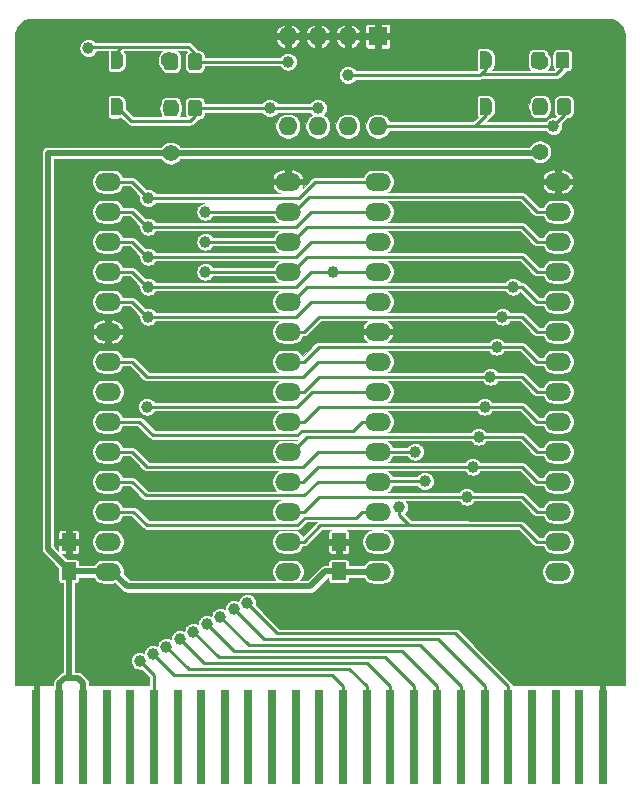
<source format=gbr>
G04 #@! TF.GenerationSoftware,KiCad,Pcbnew,(5.1.5-0-10_14)*
G04 #@! TF.CreationDate,2020-07-12T14:24:48+02:00*
G04 #@! TF.ProjectId,OpenC16Cart,4f70656e-4331-4364-9361-72742e6b6963,3*
G04 #@! TF.SameCoordinates,Original*
G04 #@! TF.FileFunction,Copper,L1,Top*
G04 #@! TF.FilePolarity,Positive*
%FSLAX46Y46*%
G04 Gerber Fmt 4.6, Leading zero omitted, Abs format (unit mm)*
G04 Created by KiCad (PCBNEW (5.1.5-0-10_14)) date 2020-07-12 14:24:48*
%MOMM*%
%LPD*%
G04 APERTURE LIST*
%ADD10R,0.800000X8.000000*%
%ADD11O,1.600000X1.600000*%
%ADD12R,1.600000X1.600000*%
%ADD13C,0.100000*%
%ADD14R,1.250000X1.500000*%
%ADD15O,2.199640X1.501140*%
%ADD16C,1.400000*%
%ADD17C,1.000000*%
%ADD18C,0.508000*%
%ADD19C,0.254000*%
%ADD20C,0.025400*%
G04 APERTURE END LIST*
D10*
X169447000Y-124460000D03*
X167447000Y-124460000D03*
X131447000Y-124460000D03*
X129447000Y-124460000D03*
X123447000Y-124460000D03*
X165447000Y-124460000D03*
X171447000Y-124460000D03*
X163447000Y-124460000D03*
X161447000Y-124460000D03*
X159447000Y-124460000D03*
X157447000Y-124460000D03*
X153447000Y-124460000D03*
X155447000Y-124460000D03*
X151447000Y-124460000D03*
X149447000Y-124460000D03*
X147447000Y-124460000D03*
X125447000Y-124460000D03*
X145447000Y-124460000D03*
X143447000Y-124460000D03*
X141447000Y-124460000D03*
X139447000Y-124460000D03*
X137447000Y-124460000D03*
X135447000Y-124460000D03*
X127447000Y-124460000D03*
X133447000Y-124460000D03*
D11*
X152400000Y-72771000D03*
X144780000Y-65151000D03*
X149860000Y-72771000D03*
X147320000Y-65151000D03*
X147320000Y-72771000D03*
X149860000Y-65151000D03*
X144780000Y-72771000D03*
D12*
X152400000Y-65151000D03*
G04 #@! TA.AperFunction,SMDPad,CuDef*
D13*
G36*
X130317000Y-66433602D02*
G01*
X130341534Y-66433602D01*
X130390365Y-66438412D01*
X130438490Y-66447984D01*
X130485445Y-66462228D01*
X130530778Y-66481005D01*
X130574051Y-66504136D01*
X130614850Y-66531396D01*
X130652779Y-66562524D01*
X130687476Y-66597221D01*
X130718604Y-66635150D01*
X130745864Y-66675949D01*
X130768995Y-66719222D01*
X130787772Y-66764555D01*
X130802016Y-66811510D01*
X130811588Y-66859635D01*
X130816398Y-66908466D01*
X130816398Y-66933000D01*
X130817000Y-66933000D01*
X130817000Y-67433000D01*
X130816398Y-67433000D01*
X130816398Y-67457534D01*
X130811588Y-67506365D01*
X130802016Y-67554490D01*
X130787772Y-67601445D01*
X130768995Y-67646778D01*
X130745864Y-67690051D01*
X130718604Y-67730850D01*
X130687476Y-67768779D01*
X130652779Y-67803476D01*
X130614850Y-67834604D01*
X130574051Y-67861864D01*
X130530778Y-67884995D01*
X130485445Y-67903772D01*
X130438490Y-67918016D01*
X130390365Y-67927588D01*
X130341534Y-67932398D01*
X130317000Y-67932398D01*
X130317000Y-67933000D01*
X129817000Y-67933000D01*
X129817000Y-66433000D01*
X130317000Y-66433000D01*
X130317000Y-66433602D01*
G37*
G04 #@! TD.AperFunction*
G04 #@! TA.AperFunction,SMDPad,CuDef*
G36*
X129517000Y-67933000D02*
G01*
X129017000Y-67933000D01*
X129017000Y-67932398D01*
X128992466Y-67932398D01*
X128943635Y-67927588D01*
X128895510Y-67918016D01*
X128848555Y-67903772D01*
X128803222Y-67884995D01*
X128759949Y-67861864D01*
X128719150Y-67834604D01*
X128681221Y-67803476D01*
X128646524Y-67768779D01*
X128615396Y-67730850D01*
X128588136Y-67690051D01*
X128565005Y-67646778D01*
X128546228Y-67601445D01*
X128531984Y-67554490D01*
X128522412Y-67506365D01*
X128517602Y-67457534D01*
X128517602Y-67433000D01*
X128517000Y-67433000D01*
X128517000Y-66933000D01*
X128517602Y-66933000D01*
X128517602Y-66908466D01*
X128522412Y-66859635D01*
X128531984Y-66811510D01*
X128546228Y-66764555D01*
X128565005Y-66719222D01*
X128588136Y-66675949D01*
X128615396Y-66635150D01*
X128646524Y-66597221D01*
X128681221Y-66562524D01*
X128719150Y-66531396D01*
X128759949Y-66504136D01*
X128803222Y-66481005D01*
X128848555Y-66462228D01*
X128895510Y-66447984D01*
X128943635Y-66438412D01*
X128992466Y-66433602D01*
X129017000Y-66433602D01*
X129017000Y-66433000D01*
X129517000Y-66433000D01*
X129517000Y-67933000D01*
G37*
G04 #@! TD.AperFunction*
G04 #@! TA.AperFunction,SMDPad,CuDef*
G36*
X130317000Y-70370602D02*
G01*
X130341534Y-70370602D01*
X130390365Y-70375412D01*
X130438490Y-70384984D01*
X130485445Y-70399228D01*
X130530778Y-70418005D01*
X130574051Y-70441136D01*
X130614850Y-70468396D01*
X130652779Y-70499524D01*
X130687476Y-70534221D01*
X130718604Y-70572150D01*
X130745864Y-70612949D01*
X130768995Y-70656222D01*
X130787772Y-70701555D01*
X130802016Y-70748510D01*
X130811588Y-70796635D01*
X130816398Y-70845466D01*
X130816398Y-70870000D01*
X130817000Y-70870000D01*
X130817000Y-71370000D01*
X130816398Y-71370000D01*
X130816398Y-71394534D01*
X130811588Y-71443365D01*
X130802016Y-71491490D01*
X130787772Y-71538445D01*
X130768995Y-71583778D01*
X130745864Y-71627051D01*
X130718604Y-71667850D01*
X130687476Y-71705779D01*
X130652779Y-71740476D01*
X130614850Y-71771604D01*
X130574051Y-71798864D01*
X130530778Y-71821995D01*
X130485445Y-71840772D01*
X130438490Y-71855016D01*
X130390365Y-71864588D01*
X130341534Y-71869398D01*
X130317000Y-71869398D01*
X130317000Y-71870000D01*
X129817000Y-71870000D01*
X129817000Y-70370000D01*
X130317000Y-70370000D01*
X130317000Y-70370602D01*
G37*
G04 #@! TD.AperFunction*
G04 #@! TA.AperFunction,SMDPad,CuDef*
G36*
X129517000Y-71870000D02*
G01*
X129017000Y-71870000D01*
X129017000Y-71869398D01*
X128992466Y-71869398D01*
X128943635Y-71864588D01*
X128895510Y-71855016D01*
X128848555Y-71840772D01*
X128803222Y-71821995D01*
X128759949Y-71798864D01*
X128719150Y-71771604D01*
X128681221Y-71740476D01*
X128646524Y-71705779D01*
X128615396Y-71667850D01*
X128588136Y-71627051D01*
X128565005Y-71583778D01*
X128546228Y-71538445D01*
X128531984Y-71491490D01*
X128522412Y-71443365D01*
X128517602Y-71394534D01*
X128517602Y-71370000D01*
X128517000Y-71370000D01*
X128517000Y-70870000D01*
X128517602Y-70870000D01*
X128517602Y-70845466D01*
X128522412Y-70796635D01*
X128531984Y-70748510D01*
X128546228Y-70701555D01*
X128565005Y-70656222D01*
X128588136Y-70612949D01*
X128615396Y-70572150D01*
X128646524Y-70534221D01*
X128681221Y-70499524D01*
X128719150Y-70468396D01*
X128759949Y-70441136D01*
X128803222Y-70418005D01*
X128848555Y-70399228D01*
X128895510Y-70384984D01*
X128943635Y-70375412D01*
X128992466Y-70370602D01*
X129017000Y-70370602D01*
X129017000Y-70370000D01*
X129517000Y-70370000D01*
X129517000Y-71870000D01*
G37*
G04 #@! TD.AperFunction*
G04 #@! TA.AperFunction,SMDPad,CuDef*
G36*
X161544000Y-66433602D02*
G01*
X161568534Y-66433602D01*
X161617365Y-66438412D01*
X161665490Y-66447984D01*
X161712445Y-66462228D01*
X161757778Y-66481005D01*
X161801051Y-66504136D01*
X161841850Y-66531396D01*
X161879779Y-66562524D01*
X161914476Y-66597221D01*
X161945604Y-66635150D01*
X161972864Y-66675949D01*
X161995995Y-66719222D01*
X162014772Y-66764555D01*
X162029016Y-66811510D01*
X162038588Y-66859635D01*
X162043398Y-66908466D01*
X162043398Y-66933000D01*
X162044000Y-66933000D01*
X162044000Y-67433000D01*
X162043398Y-67433000D01*
X162043398Y-67457534D01*
X162038588Y-67506365D01*
X162029016Y-67554490D01*
X162014772Y-67601445D01*
X161995995Y-67646778D01*
X161972864Y-67690051D01*
X161945604Y-67730850D01*
X161914476Y-67768779D01*
X161879779Y-67803476D01*
X161841850Y-67834604D01*
X161801051Y-67861864D01*
X161757778Y-67884995D01*
X161712445Y-67903772D01*
X161665490Y-67918016D01*
X161617365Y-67927588D01*
X161568534Y-67932398D01*
X161544000Y-67932398D01*
X161544000Y-67933000D01*
X161044000Y-67933000D01*
X161044000Y-66433000D01*
X161544000Y-66433000D01*
X161544000Y-66433602D01*
G37*
G04 #@! TD.AperFunction*
G04 #@! TA.AperFunction,SMDPad,CuDef*
G36*
X160744000Y-67933000D02*
G01*
X160244000Y-67933000D01*
X160244000Y-67932398D01*
X160219466Y-67932398D01*
X160170635Y-67927588D01*
X160122510Y-67918016D01*
X160075555Y-67903772D01*
X160030222Y-67884995D01*
X159986949Y-67861864D01*
X159946150Y-67834604D01*
X159908221Y-67803476D01*
X159873524Y-67768779D01*
X159842396Y-67730850D01*
X159815136Y-67690051D01*
X159792005Y-67646778D01*
X159773228Y-67601445D01*
X159758984Y-67554490D01*
X159749412Y-67506365D01*
X159744602Y-67457534D01*
X159744602Y-67433000D01*
X159744000Y-67433000D01*
X159744000Y-66933000D01*
X159744602Y-66933000D01*
X159744602Y-66908466D01*
X159749412Y-66859635D01*
X159758984Y-66811510D01*
X159773228Y-66764555D01*
X159792005Y-66719222D01*
X159815136Y-66675949D01*
X159842396Y-66635150D01*
X159873524Y-66597221D01*
X159908221Y-66562524D01*
X159946150Y-66531396D01*
X159986949Y-66504136D01*
X160030222Y-66481005D01*
X160075555Y-66462228D01*
X160122510Y-66447984D01*
X160170635Y-66438412D01*
X160219466Y-66433602D01*
X160244000Y-66433602D01*
X160244000Y-66433000D01*
X160744000Y-66433000D01*
X160744000Y-67933000D01*
G37*
G04 #@! TD.AperFunction*
G04 #@! TA.AperFunction,SMDPad,CuDef*
G36*
X161559000Y-70370602D02*
G01*
X161583534Y-70370602D01*
X161632365Y-70375412D01*
X161680490Y-70384984D01*
X161727445Y-70399228D01*
X161772778Y-70418005D01*
X161816051Y-70441136D01*
X161856850Y-70468396D01*
X161894779Y-70499524D01*
X161929476Y-70534221D01*
X161960604Y-70572150D01*
X161987864Y-70612949D01*
X162010995Y-70656222D01*
X162029772Y-70701555D01*
X162044016Y-70748510D01*
X162053588Y-70796635D01*
X162058398Y-70845466D01*
X162058398Y-70870000D01*
X162059000Y-70870000D01*
X162059000Y-71370000D01*
X162058398Y-71370000D01*
X162058398Y-71394534D01*
X162053588Y-71443365D01*
X162044016Y-71491490D01*
X162029772Y-71538445D01*
X162010995Y-71583778D01*
X161987864Y-71627051D01*
X161960604Y-71667850D01*
X161929476Y-71705779D01*
X161894779Y-71740476D01*
X161856850Y-71771604D01*
X161816051Y-71798864D01*
X161772778Y-71821995D01*
X161727445Y-71840772D01*
X161680490Y-71855016D01*
X161632365Y-71864588D01*
X161583534Y-71869398D01*
X161559000Y-71869398D01*
X161559000Y-71870000D01*
X161059000Y-71870000D01*
X161059000Y-70370000D01*
X161559000Y-70370000D01*
X161559000Y-70370602D01*
G37*
G04 #@! TD.AperFunction*
G04 #@! TA.AperFunction,SMDPad,CuDef*
G36*
X160759000Y-71870000D02*
G01*
X160259000Y-71870000D01*
X160259000Y-71869398D01*
X160234466Y-71869398D01*
X160185635Y-71864588D01*
X160137510Y-71855016D01*
X160090555Y-71840772D01*
X160045222Y-71821995D01*
X160001949Y-71798864D01*
X159961150Y-71771604D01*
X159923221Y-71740476D01*
X159888524Y-71705779D01*
X159857396Y-71667850D01*
X159830136Y-71627051D01*
X159807005Y-71583778D01*
X159788228Y-71538445D01*
X159773984Y-71491490D01*
X159764412Y-71443365D01*
X159759602Y-71394534D01*
X159759602Y-71370000D01*
X159759000Y-71370000D01*
X159759000Y-70870000D01*
X159759602Y-70870000D01*
X159759602Y-70845466D01*
X159764412Y-70796635D01*
X159773984Y-70748510D01*
X159788228Y-70701555D01*
X159807005Y-70656222D01*
X159830136Y-70612949D01*
X159857396Y-70572150D01*
X159888524Y-70534221D01*
X159923221Y-70499524D01*
X159961150Y-70468396D01*
X160001949Y-70441136D01*
X160045222Y-70418005D01*
X160090555Y-70399228D01*
X160137510Y-70384984D01*
X160185635Y-70375412D01*
X160234466Y-70370602D01*
X160259000Y-70370602D01*
X160259000Y-70370000D01*
X160759000Y-70370000D01*
X160759000Y-71870000D01*
G37*
G04 #@! TD.AperFunction*
G04 #@! TA.AperFunction,SMDPad,CuDef*
G36*
X137264505Y-66611204D02*
G01*
X137288773Y-66614804D01*
X137312572Y-66620765D01*
X137335671Y-66629030D01*
X137357850Y-66639520D01*
X137378893Y-66652132D01*
X137398599Y-66666747D01*
X137416777Y-66683223D01*
X137433253Y-66701401D01*
X137447868Y-66721107D01*
X137460480Y-66742150D01*
X137470970Y-66764329D01*
X137479235Y-66787428D01*
X137485196Y-66811227D01*
X137488796Y-66835495D01*
X137490000Y-66859999D01*
X137490000Y-67760001D01*
X137488796Y-67784505D01*
X137485196Y-67808773D01*
X137479235Y-67832572D01*
X137470970Y-67855671D01*
X137460480Y-67877850D01*
X137447868Y-67898893D01*
X137433253Y-67918599D01*
X137416777Y-67936777D01*
X137398599Y-67953253D01*
X137378893Y-67967868D01*
X137357850Y-67980480D01*
X137335671Y-67990970D01*
X137312572Y-67999235D01*
X137288773Y-68005196D01*
X137264505Y-68008796D01*
X137240001Y-68010000D01*
X136589999Y-68010000D01*
X136565495Y-68008796D01*
X136541227Y-68005196D01*
X136517428Y-67999235D01*
X136494329Y-67990970D01*
X136472150Y-67980480D01*
X136451107Y-67967868D01*
X136431401Y-67953253D01*
X136413223Y-67936777D01*
X136396747Y-67918599D01*
X136382132Y-67898893D01*
X136369520Y-67877850D01*
X136359030Y-67855671D01*
X136350765Y-67832572D01*
X136344804Y-67808773D01*
X136341204Y-67784505D01*
X136340000Y-67760001D01*
X136340000Y-66859999D01*
X136341204Y-66835495D01*
X136344804Y-66811227D01*
X136350765Y-66787428D01*
X136359030Y-66764329D01*
X136369520Y-66742150D01*
X136382132Y-66721107D01*
X136396747Y-66701401D01*
X136413223Y-66683223D01*
X136431401Y-66666747D01*
X136451107Y-66652132D01*
X136472150Y-66639520D01*
X136494329Y-66629030D01*
X136517428Y-66620765D01*
X136541227Y-66614804D01*
X136565495Y-66611204D01*
X136589999Y-66610000D01*
X137240001Y-66610000D01*
X137264505Y-66611204D01*
G37*
G04 #@! TD.AperFunction*
G04 #@! TA.AperFunction,SMDPad,CuDef*
G36*
X135214505Y-66611204D02*
G01*
X135238773Y-66614804D01*
X135262572Y-66620765D01*
X135285671Y-66629030D01*
X135307850Y-66639520D01*
X135328893Y-66652132D01*
X135348599Y-66666747D01*
X135366777Y-66683223D01*
X135383253Y-66701401D01*
X135397868Y-66721107D01*
X135410480Y-66742150D01*
X135420970Y-66764329D01*
X135429235Y-66787428D01*
X135435196Y-66811227D01*
X135438796Y-66835495D01*
X135440000Y-66859999D01*
X135440000Y-67760001D01*
X135438796Y-67784505D01*
X135435196Y-67808773D01*
X135429235Y-67832572D01*
X135420970Y-67855671D01*
X135410480Y-67877850D01*
X135397868Y-67898893D01*
X135383253Y-67918599D01*
X135366777Y-67936777D01*
X135348599Y-67953253D01*
X135328893Y-67967868D01*
X135307850Y-67980480D01*
X135285671Y-67990970D01*
X135262572Y-67999235D01*
X135238773Y-68005196D01*
X135214505Y-68008796D01*
X135190001Y-68010000D01*
X134539999Y-68010000D01*
X134515495Y-68008796D01*
X134491227Y-68005196D01*
X134467428Y-67999235D01*
X134444329Y-67990970D01*
X134422150Y-67980480D01*
X134401107Y-67967868D01*
X134381401Y-67953253D01*
X134363223Y-67936777D01*
X134346747Y-67918599D01*
X134332132Y-67898893D01*
X134319520Y-67877850D01*
X134309030Y-67855671D01*
X134300765Y-67832572D01*
X134294804Y-67808773D01*
X134291204Y-67784505D01*
X134290000Y-67760001D01*
X134290000Y-66859999D01*
X134291204Y-66835495D01*
X134294804Y-66811227D01*
X134300765Y-66787428D01*
X134309030Y-66764329D01*
X134319520Y-66742150D01*
X134332132Y-66721107D01*
X134346747Y-66701401D01*
X134363223Y-66683223D01*
X134381401Y-66666747D01*
X134401107Y-66652132D01*
X134422150Y-66639520D01*
X134444329Y-66629030D01*
X134467428Y-66620765D01*
X134491227Y-66614804D01*
X134515495Y-66611204D01*
X134539999Y-66610000D01*
X135190001Y-66610000D01*
X135214505Y-66611204D01*
G37*
G04 #@! TD.AperFunction*
G04 #@! TA.AperFunction,SMDPad,CuDef*
G36*
X137264505Y-70548204D02*
G01*
X137288773Y-70551804D01*
X137312572Y-70557765D01*
X137335671Y-70566030D01*
X137357850Y-70576520D01*
X137378893Y-70589132D01*
X137398599Y-70603747D01*
X137416777Y-70620223D01*
X137433253Y-70638401D01*
X137447868Y-70658107D01*
X137460480Y-70679150D01*
X137470970Y-70701329D01*
X137479235Y-70724428D01*
X137485196Y-70748227D01*
X137488796Y-70772495D01*
X137490000Y-70796999D01*
X137490000Y-71697001D01*
X137488796Y-71721505D01*
X137485196Y-71745773D01*
X137479235Y-71769572D01*
X137470970Y-71792671D01*
X137460480Y-71814850D01*
X137447868Y-71835893D01*
X137433253Y-71855599D01*
X137416777Y-71873777D01*
X137398599Y-71890253D01*
X137378893Y-71904868D01*
X137357850Y-71917480D01*
X137335671Y-71927970D01*
X137312572Y-71936235D01*
X137288773Y-71942196D01*
X137264505Y-71945796D01*
X137240001Y-71947000D01*
X136589999Y-71947000D01*
X136565495Y-71945796D01*
X136541227Y-71942196D01*
X136517428Y-71936235D01*
X136494329Y-71927970D01*
X136472150Y-71917480D01*
X136451107Y-71904868D01*
X136431401Y-71890253D01*
X136413223Y-71873777D01*
X136396747Y-71855599D01*
X136382132Y-71835893D01*
X136369520Y-71814850D01*
X136359030Y-71792671D01*
X136350765Y-71769572D01*
X136344804Y-71745773D01*
X136341204Y-71721505D01*
X136340000Y-71697001D01*
X136340000Y-70796999D01*
X136341204Y-70772495D01*
X136344804Y-70748227D01*
X136350765Y-70724428D01*
X136359030Y-70701329D01*
X136369520Y-70679150D01*
X136382132Y-70658107D01*
X136396747Y-70638401D01*
X136413223Y-70620223D01*
X136431401Y-70603747D01*
X136451107Y-70589132D01*
X136472150Y-70576520D01*
X136494329Y-70566030D01*
X136517428Y-70557765D01*
X136541227Y-70551804D01*
X136565495Y-70548204D01*
X136589999Y-70547000D01*
X137240001Y-70547000D01*
X137264505Y-70548204D01*
G37*
G04 #@! TD.AperFunction*
G04 #@! TA.AperFunction,SMDPad,CuDef*
G36*
X135214505Y-70548204D02*
G01*
X135238773Y-70551804D01*
X135262572Y-70557765D01*
X135285671Y-70566030D01*
X135307850Y-70576520D01*
X135328893Y-70589132D01*
X135348599Y-70603747D01*
X135366777Y-70620223D01*
X135383253Y-70638401D01*
X135397868Y-70658107D01*
X135410480Y-70679150D01*
X135420970Y-70701329D01*
X135429235Y-70724428D01*
X135435196Y-70748227D01*
X135438796Y-70772495D01*
X135440000Y-70796999D01*
X135440000Y-71697001D01*
X135438796Y-71721505D01*
X135435196Y-71745773D01*
X135429235Y-71769572D01*
X135420970Y-71792671D01*
X135410480Y-71814850D01*
X135397868Y-71835893D01*
X135383253Y-71855599D01*
X135366777Y-71873777D01*
X135348599Y-71890253D01*
X135328893Y-71904868D01*
X135307850Y-71917480D01*
X135285671Y-71927970D01*
X135262572Y-71936235D01*
X135238773Y-71942196D01*
X135214505Y-71945796D01*
X135190001Y-71947000D01*
X134539999Y-71947000D01*
X134515495Y-71945796D01*
X134491227Y-71942196D01*
X134467428Y-71936235D01*
X134444329Y-71927970D01*
X134422150Y-71917480D01*
X134401107Y-71904868D01*
X134381401Y-71890253D01*
X134363223Y-71873777D01*
X134346747Y-71855599D01*
X134332132Y-71835893D01*
X134319520Y-71814850D01*
X134309030Y-71792671D01*
X134300765Y-71769572D01*
X134294804Y-71745773D01*
X134291204Y-71721505D01*
X134290000Y-71697001D01*
X134290000Y-70796999D01*
X134291204Y-70772495D01*
X134294804Y-70748227D01*
X134300765Y-70724428D01*
X134309030Y-70701329D01*
X134319520Y-70679150D01*
X134332132Y-70658107D01*
X134346747Y-70638401D01*
X134363223Y-70620223D01*
X134381401Y-70603747D01*
X134401107Y-70589132D01*
X134422150Y-70576520D01*
X134444329Y-70566030D01*
X134467428Y-70557765D01*
X134491227Y-70551804D01*
X134515495Y-70548204D01*
X134539999Y-70547000D01*
X135190001Y-70547000D01*
X135214505Y-70548204D01*
G37*
G04 #@! TD.AperFunction*
G04 #@! TA.AperFunction,SMDPad,CuDef*
G36*
X168379505Y-66484204D02*
G01*
X168403773Y-66487804D01*
X168427572Y-66493765D01*
X168450671Y-66502030D01*
X168472850Y-66512520D01*
X168493893Y-66525132D01*
X168513599Y-66539747D01*
X168531777Y-66556223D01*
X168548253Y-66574401D01*
X168562868Y-66594107D01*
X168575480Y-66615150D01*
X168585970Y-66637329D01*
X168594235Y-66660428D01*
X168600196Y-66684227D01*
X168603796Y-66708495D01*
X168605000Y-66732999D01*
X168605000Y-67633001D01*
X168603796Y-67657505D01*
X168600196Y-67681773D01*
X168594235Y-67705572D01*
X168585970Y-67728671D01*
X168575480Y-67750850D01*
X168562868Y-67771893D01*
X168548253Y-67791599D01*
X168531777Y-67809777D01*
X168513599Y-67826253D01*
X168493893Y-67840868D01*
X168472850Y-67853480D01*
X168450671Y-67863970D01*
X168427572Y-67872235D01*
X168403773Y-67878196D01*
X168379505Y-67881796D01*
X168355001Y-67883000D01*
X167704999Y-67883000D01*
X167680495Y-67881796D01*
X167656227Y-67878196D01*
X167632428Y-67872235D01*
X167609329Y-67863970D01*
X167587150Y-67853480D01*
X167566107Y-67840868D01*
X167546401Y-67826253D01*
X167528223Y-67809777D01*
X167511747Y-67791599D01*
X167497132Y-67771893D01*
X167484520Y-67750850D01*
X167474030Y-67728671D01*
X167465765Y-67705572D01*
X167459804Y-67681773D01*
X167456204Y-67657505D01*
X167455000Y-67633001D01*
X167455000Y-66732999D01*
X167456204Y-66708495D01*
X167459804Y-66684227D01*
X167465765Y-66660428D01*
X167474030Y-66637329D01*
X167484520Y-66615150D01*
X167497132Y-66594107D01*
X167511747Y-66574401D01*
X167528223Y-66556223D01*
X167546401Y-66539747D01*
X167566107Y-66525132D01*
X167587150Y-66512520D01*
X167609329Y-66502030D01*
X167632428Y-66493765D01*
X167656227Y-66487804D01*
X167680495Y-66484204D01*
X167704999Y-66483000D01*
X168355001Y-66483000D01*
X168379505Y-66484204D01*
G37*
G04 #@! TD.AperFunction*
G04 #@! TA.AperFunction,SMDPad,CuDef*
G36*
X166329505Y-66484204D02*
G01*
X166353773Y-66487804D01*
X166377572Y-66493765D01*
X166400671Y-66502030D01*
X166422850Y-66512520D01*
X166443893Y-66525132D01*
X166463599Y-66539747D01*
X166481777Y-66556223D01*
X166498253Y-66574401D01*
X166512868Y-66594107D01*
X166525480Y-66615150D01*
X166535970Y-66637329D01*
X166544235Y-66660428D01*
X166550196Y-66684227D01*
X166553796Y-66708495D01*
X166555000Y-66732999D01*
X166555000Y-67633001D01*
X166553796Y-67657505D01*
X166550196Y-67681773D01*
X166544235Y-67705572D01*
X166535970Y-67728671D01*
X166525480Y-67750850D01*
X166512868Y-67771893D01*
X166498253Y-67791599D01*
X166481777Y-67809777D01*
X166463599Y-67826253D01*
X166443893Y-67840868D01*
X166422850Y-67853480D01*
X166400671Y-67863970D01*
X166377572Y-67872235D01*
X166353773Y-67878196D01*
X166329505Y-67881796D01*
X166305001Y-67883000D01*
X165654999Y-67883000D01*
X165630495Y-67881796D01*
X165606227Y-67878196D01*
X165582428Y-67872235D01*
X165559329Y-67863970D01*
X165537150Y-67853480D01*
X165516107Y-67840868D01*
X165496401Y-67826253D01*
X165478223Y-67809777D01*
X165461747Y-67791599D01*
X165447132Y-67771893D01*
X165434520Y-67750850D01*
X165424030Y-67728671D01*
X165415765Y-67705572D01*
X165409804Y-67681773D01*
X165406204Y-67657505D01*
X165405000Y-67633001D01*
X165405000Y-66732999D01*
X165406204Y-66708495D01*
X165409804Y-66684227D01*
X165415765Y-66660428D01*
X165424030Y-66637329D01*
X165434520Y-66615150D01*
X165447132Y-66594107D01*
X165461747Y-66574401D01*
X165478223Y-66556223D01*
X165496401Y-66539747D01*
X165516107Y-66525132D01*
X165537150Y-66512520D01*
X165559329Y-66502030D01*
X165582428Y-66493765D01*
X165606227Y-66487804D01*
X165630495Y-66484204D01*
X165654999Y-66483000D01*
X166305001Y-66483000D01*
X166329505Y-66484204D01*
G37*
G04 #@! TD.AperFunction*
G04 #@! TA.AperFunction,SMDPad,CuDef*
G36*
X168506505Y-70421204D02*
G01*
X168530773Y-70424804D01*
X168554572Y-70430765D01*
X168577671Y-70439030D01*
X168599850Y-70449520D01*
X168620893Y-70462132D01*
X168640599Y-70476747D01*
X168658777Y-70493223D01*
X168675253Y-70511401D01*
X168689868Y-70531107D01*
X168702480Y-70552150D01*
X168712970Y-70574329D01*
X168721235Y-70597428D01*
X168727196Y-70621227D01*
X168730796Y-70645495D01*
X168732000Y-70669999D01*
X168732000Y-71570001D01*
X168730796Y-71594505D01*
X168727196Y-71618773D01*
X168721235Y-71642572D01*
X168712970Y-71665671D01*
X168702480Y-71687850D01*
X168689868Y-71708893D01*
X168675253Y-71728599D01*
X168658777Y-71746777D01*
X168640599Y-71763253D01*
X168620893Y-71777868D01*
X168599850Y-71790480D01*
X168577671Y-71800970D01*
X168554572Y-71809235D01*
X168530773Y-71815196D01*
X168506505Y-71818796D01*
X168482001Y-71820000D01*
X167831999Y-71820000D01*
X167807495Y-71818796D01*
X167783227Y-71815196D01*
X167759428Y-71809235D01*
X167736329Y-71800970D01*
X167714150Y-71790480D01*
X167693107Y-71777868D01*
X167673401Y-71763253D01*
X167655223Y-71746777D01*
X167638747Y-71728599D01*
X167624132Y-71708893D01*
X167611520Y-71687850D01*
X167601030Y-71665671D01*
X167592765Y-71642572D01*
X167586804Y-71618773D01*
X167583204Y-71594505D01*
X167582000Y-71570001D01*
X167582000Y-70669999D01*
X167583204Y-70645495D01*
X167586804Y-70621227D01*
X167592765Y-70597428D01*
X167601030Y-70574329D01*
X167611520Y-70552150D01*
X167624132Y-70531107D01*
X167638747Y-70511401D01*
X167655223Y-70493223D01*
X167673401Y-70476747D01*
X167693107Y-70462132D01*
X167714150Y-70449520D01*
X167736329Y-70439030D01*
X167759428Y-70430765D01*
X167783227Y-70424804D01*
X167807495Y-70421204D01*
X167831999Y-70420000D01*
X168482001Y-70420000D01*
X168506505Y-70421204D01*
G37*
G04 #@! TD.AperFunction*
G04 #@! TA.AperFunction,SMDPad,CuDef*
G36*
X166456505Y-70421204D02*
G01*
X166480773Y-70424804D01*
X166504572Y-70430765D01*
X166527671Y-70439030D01*
X166549850Y-70449520D01*
X166570893Y-70462132D01*
X166590599Y-70476747D01*
X166608777Y-70493223D01*
X166625253Y-70511401D01*
X166639868Y-70531107D01*
X166652480Y-70552150D01*
X166662970Y-70574329D01*
X166671235Y-70597428D01*
X166677196Y-70621227D01*
X166680796Y-70645495D01*
X166682000Y-70669999D01*
X166682000Y-71570001D01*
X166680796Y-71594505D01*
X166677196Y-71618773D01*
X166671235Y-71642572D01*
X166662970Y-71665671D01*
X166652480Y-71687850D01*
X166639868Y-71708893D01*
X166625253Y-71728599D01*
X166608777Y-71746777D01*
X166590599Y-71763253D01*
X166570893Y-71777868D01*
X166549850Y-71790480D01*
X166527671Y-71800970D01*
X166504572Y-71809235D01*
X166480773Y-71815196D01*
X166456505Y-71818796D01*
X166432001Y-71820000D01*
X165781999Y-71820000D01*
X165757495Y-71818796D01*
X165733227Y-71815196D01*
X165709428Y-71809235D01*
X165686329Y-71800970D01*
X165664150Y-71790480D01*
X165643107Y-71777868D01*
X165623401Y-71763253D01*
X165605223Y-71746777D01*
X165588747Y-71728599D01*
X165574132Y-71708893D01*
X165561520Y-71687850D01*
X165551030Y-71665671D01*
X165542765Y-71642572D01*
X165536804Y-71618773D01*
X165533204Y-71594505D01*
X165532000Y-71570001D01*
X165532000Y-70669999D01*
X165533204Y-70645495D01*
X165536804Y-70621227D01*
X165542765Y-70597428D01*
X165551030Y-70574329D01*
X165561520Y-70552150D01*
X165574132Y-70531107D01*
X165588747Y-70511401D01*
X165605223Y-70493223D01*
X165623401Y-70476747D01*
X165643107Y-70462132D01*
X165664150Y-70449520D01*
X165686329Y-70439030D01*
X165709428Y-70430765D01*
X165733227Y-70424804D01*
X165757495Y-70421204D01*
X165781999Y-70420000D01*
X166432001Y-70420000D01*
X166456505Y-70421204D01*
G37*
G04 #@! TD.AperFunction*
D14*
X126238000Y-107970000D03*
X126238000Y-110470000D03*
X149098000Y-107970000D03*
X149098000Y-110470000D03*
D15*
X144780000Y-110490000D03*
X144780000Y-107950000D03*
X144780000Y-105410000D03*
X144780000Y-102870000D03*
X144780000Y-100330000D03*
X144780000Y-97790000D03*
X144780000Y-95250000D03*
X144780000Y-92710000D03*
X144780000Y-90170000D03*
X144780000Y-87630000D03*
X144780000Y-85090000D03*
X144780000Y-82550000D03*
X144780000Y-80010000D03*
X144780000Y-77470000D03*
X129540000Y-77470000D03*
X129540000Y-80010000D03*
X129540000Y-82550000D03*
X129540000Y-85090000D03*
X129540000Y-87630000D03*
X129540000Y-90170000D03*
X129540000Y-92710000D03*
X129540000Y-95250000D03*
X129540000Y-97790000D03*
X129540000Y-100330000D03*
X129540000Y-102870000D03*
X129540000Y-105410000D03*
X129540000Y-107950000D03*
X129540000Y-110490000D03*
X167640000Y-110490000D03*
X167640000Y-107950000D03*
X167640000Y-105410000D03*
X167640000Y-102870000D03*
X167640000Y-100330000D03*
X167640000Y-97790000D03*
X167640000Y-95250000D03*
X167640000Y-92710000D03*
X167640000Y-90170000D03*
X167640000Y-87630000D03*
X167640000Y-85090000D03*
X167640000Y-82550000D03*
X167640000Y-80010000D03*
X167640000Y-77470000D03*
X152400000Y-77470000D03*
X152400000Y-80010000D03*
X152400000Y-82550000D03*
X152400000Y-85090000D03*
X152400000Y-87630000D03*
X152400000Y-90170000D03*
X152400000Y-92710000D03*
X152400000Y-95250000D03*
X152400000Y-97790000D03*
X152400000Y-100330000D03*
X152400000Y-102870000D03*
X152400000Y-105410000D03*
X152400000Y-107950000D03*
X152400000Y-110490000D03*
D16*
X171958000Y-66040000D03*
X171958000Y-71120000D03*
X171958000Y-76200000D03*
X171958000Y-81280000D03*
X171958000Y-86360000D03*
X171958000Y-91440000D03*
X171958000Y-96520000D03*
X171958000Y-101600000D03*
X171958000Y-106680000D03*
X171958000Y-111760000D03*
X171958000Y-116840000D03*
X122936000Y-66040000D03*
X122936000Y-71120000D03*
X122936000Y-76200000D03*
X122936000Y-81280000D03*
X122936000Y-86360000D03*
X122936000Y-91440000D03*
X122936000Y-96520000D03*
X122936000Y-101600000D03*
X122936000Y-106680000D03*
X122936000Y-111760000D03*
X122936000Y-116840000D03*
X134747000Y-67183000D03*
X134865000Y-71247000D03*
X134874000Y-75057000D03*
X166116000Y-74930000D03*
X166116000Y-67310000D03*
X166116000Y-71120000D03*
D17*
X132969000Y-88900000D03*
X133350000Y-117475000D03*
X148590000Y-85090000D03*
X132969000Y-86360000D03*
X134493000Y-116840000D03*
X136779000Y-115570000D03*
X132969000Y-81280000D03*
X135636000Y-116205000D03*
X132969000Y-83820000D03*
X137922000Y-114935000D03*
X132957580Y-78855580D03*
X137795000Y-80010000D03*
X139065000Y-114300000D03*
X140208000Y-113665000D03*
X137795000Y-82550000D03*
X141351000Y-113157000D03*
X137795000Y-85090000D03*
X155559010Y-100330000D03*
X156377433Y-102829566D03*
X159920960Y-104140000D03*
X160424970Y-101600000D03*
X160928980Y-99060000D03*
X161432990Y-96520000D03*
X161937000Y-93980000D03*
X162448990Y-91440000D03*
X162953000Y-88900000D03*
X163830000Y-86360000D03*
X154197443Y-105017000D03*
X132837989Y-96520000D03*
X132231964Y-118034018D03*
X127889000Y-66167000D03*
X144780000Y-67310000D03*
X143256000Y-71247000D03*
X147320000Y-71247000D03*
X149860000Y-68453000D03*
X167259000Y-72771000D03*
D18*
X171500000Y-124500000D02*
X171500000Y-117298000D01*
X171500000Y-117298000D02*
X171958000Y-116840000D01*
X123500000Y-124500000D02*
X123500000Y-119578000D01*
X123500000Y-119578000D02*
X122936000Y-119014000D01*
X122936000Y-116840000D02*
X122936000Y-119014000D01*
X122925000Y-116851000D02*
X122936000Y-116840000D01*
X171969000Y-116851000D02*
X171958000Y-116840000D01*
X171958000Y-76200000D02*
X171958000Y-71120000D01*
X171958000Y-86360000D02*
X171958000Y-81280000D01*
X171958000Y-96520000D02*
X171958000Y-91440000D01*
X171958000Y-106680000D02*
X171958000Y-101600000D01*
X171958000Y-116840000D02*
X171958000Y-111760000D01*
X122936000Y-71120000D02*
X122936000Y-66040000D01*
X122936000Y-81280000D02*
X122936000Y-76200000D01*
X122936000Y-91440000D02*
X122936000Y-86360000D01*
X122936000Y-101600000D02*
X122936000Y-96520000D01*
X122936000Y-111760000D02*
X122936000Y-106680000D01*
X126238000Y-110470000D02*
X129520000Y-110470000D01*
D19*
X129520000Y-110470000D02*
X129540000Y-110490000D01*
D18*
X126555500Y-110490000D02*
X126238000Y-110172500D01*
X148780500Y-110490000D02*
X149098000Y-110172500D01*
X152400000Y-110490000D02*
X149415500Y-110490000D01*
X149415500Y-110490000D02*
X149098000Y-110172500D01*
X125447000Y-119952000D02*
X125892000Y-119507000D01*
X125447000Y-124460000D02*
X125447000Y-119952000D01*
X127447000Y-119952000D02*
X127447000Y-124460000D01*
X127002000Y-119507000D02*
X127447000Y-119952000D01*
X126238000Y-110470000D02*
X126238000Y-111728000D01*
X126238000Y-111728000D02*
X126238000Y-119507000D01*
X126238000Y-119507000D02*
X127002000Y-119507000D01*
X125892000Y-119507000D02*
X126238000Y-119507000D01*
X126238000Y-110345000D02*
X124460000Y-108567000D01*
X126238000Y-110470000D02*
X126238000Y-110345000D01*
X124460000Y-108567000D02*
X124460000Y-75057000D01*
X166107000Y-67310000D02*
X165980000Y-67183000D01*
X124460000Y-75057000D02*
X132842000Y-75057000D01*
X134865000Y-67301000D02*
X134747000Y-67183000D01*
X134865000Y-67310000D02*
X134865000Y-67301000D01*
X134874000Y-75057000D02*
X164465000Y-75057000D01*
X132842000Y-75057000D02*
X134874000Y-75057000D01*
X165989000Y-75057000D02*
X166116000Y-74930000D01*
X164465000Y-75057000D02*
X165989000Y-75057000D01*
X131179580Y-111748580D02*
X129921000Y-110490000D01*
X146686420Y-111748580D02*
X131179580Y-111748580D01*
X129921000Y-110490000D02*
X129540000Y-110490000D01*
X147965000Y-110470000D02*
X146686420Y-111748580D01*
X149098000Y-110470000D02*
X147965000Y-110470000D01*
D19*
X131572000Y-87630000D02*
X129540000Y-87630000D01*
X132842000Y-88900000D02*
X131572000Y-87630000D01*
X146729545Y-87630000D02*
X145459545Y-88900000D01*
X150368000Y-87630000D02*
X146729545Y-87630000D01*
X152400000Y-87630000D02*
X150368000Y-87630000D01*
X132969000Y-88900000D02*
X132842000Y-88900000D01*
X145459545Y-88900000D02*
X132969000Y-88900000D01*
X149447000Y-124460000D02*
X149447000Y-120206000D01*
X148494000Y-119253000D02*
X135128000Y-119253000D01*
X149447000Y-120206000D02*
X148494000Y-119253000D01*
X135128000Y-119253000D02*
X133350000Y-117475000D01*
X131572000Y-85090000D02*
X129540000Y-85090000D01*
X132842000Y-86360000D02*
X131572000Y-85090000D01*
X146729545Y-85090000D02*
X145459545Y-86360000D01*
X148590000Y-85090000D02*
X146729545Y-85090000D01*
X152400000Y-85090000D02*
X148590000Y-85090000D01*
X151447000Y-120206000D02*
X149986000Y-118745000D01*
X151447000Y-124460000D02*
X151447000Y-120206000D01*
X149986000Y-118745000D02*
X147955000Y-118745000D01*
X145034000Y-118745000D02*
X145030010Y-118748990D01*
X147955000Y-118745000D02*
X145034000Y-118745000D01*
X133096000Y-86360000D02*
X132842000Y-86360000D01*
X145459545Y-86360000D02*
X133096000Y-86360000D01*
X136398000Y-118745000D02*
X134493000Y-116840000D01*
X145034000Y-118745000D02*
X136398000Y-118745000D01*
X131572000Y-80010000D02*
X129540000Y-80010000D01*
X132842000Y-81280000D02*
X131572000Y-80010000D01*
X152400000Y-80010000D02*
X146729545Y-80010000D01*
X146729545Y-80010000D02*
X145459545Y-81280000D01*
X145459545Y-81280000D02*
X140462000Y-81280000D01*
X155447000Y-120206000D02*
X152977980Y-117736980D01*
X155447000Y-124460000D02*
X155447000Y-120206000D01*
X152977980Y-117736980D02*
X151690757Y-117736980D01*
X132969000Y-81280000D02*
X132842000Y-81280000D01*
X140462000Y-81280000D02*
X132969000Y-81280000D01*
X138945980Y-117736980D02*
X136779000Y-115570000D01*
X140596980Y-117736980D02*
X138945980Y-117736980D01*
X151690757Y-117736980D02*
X140596980Y-117736980D01*
X140596980Y-117736980D02*
X140454020Y-117736980D01*
X132842000Y-83820000D02*
X131572000Y-82550000D01*
X131572000Y-82550000D02*
X129540000Y-82550000D01*
X152400000Y-82550000D02*
X146729545Y-82550000D01*
X146729545Y-82550000D02*
X145459545Y-83820000D01*
X145459545Y-83820000D02*
X142240000Y-83820000D01*
X153447000Y-120206000D02*
X151481990Y-118240990D01*
X153447000Y-124460000D02*
X153447000Y-120206000D01*
X151481990Y-118240990D02*
X143640990Y-118240990D01*
X133223000Y-83820000D02*
X132842000Y-83820000D01*
X142240000Y-83820000D02*
X133223000Y-83820000D01*
X137671990Y-118240990D02*
X135636000Y-116205000D01*
X139315010Y-118240990D02*
X137671990Y-118240990D01*
X143640990Y-118240990D02*
X139315010Y-118240990D01*
X139315010Y-118240990D02*
X139068990Y-118240990D01*
X131572000Y-77470000D02*
X129540000Y-77470000D01*
X132957580Y-78855580D02*
X131572000Y-77470000D01*
X152400000Y-77470000D02*
X147088756Y-77470000D01*
X147088756Y-77470000D02*
X145703176Y-78855580D01*
X138314420Y-78855580D02*
X132957580Y-78855580D01*
X145703176Y-78855580D02*
X138314420Y-78855580D01*
X154462000Y-117221000D02*
X140208000Y-117221000D01*
X157447000Y-120206000D02*
X154462000Y-117221000D01*
X140208000Y-117221000D02*
X137922000Y-114935000D01*
X157447000Y-124460000D02*
X157447000Y-120206000D01*
X164592000Y-78740000D02*
X165862000Y-80010000D01*
X165862000Y-80010000D02*
X167640000Y-80010000D01*
X146537192Y-78740000D02*
X164592000Y-78740000D01*
X145267192Y-80010000D02*
X146537192Y-78740000D01*
X144780000Y-80010000D02*
X145267192Y-80010000D01*
X137795000Y-80010000D02*
X144780000Y-80010000D01*
X141481990Y-116716990D02*
X139065000Y-114300000D01*
X159447000Y-120206000D02*
X155957990Y-116716990D01*
X155957990Y-116716990D02*
X141481990Y-116716990D01*
X159447000Y-124460000D02*
X159447000Y-120206000D01*
X165862000Y-82550000D02*
X167640000Y-82550000D01*
X164592000Y-81280000D02*
X165862000Y-82550000D01*
X146399250Y-81280000D02*
X164592000Y-81280000D01*
X144780000Y-82550000D02*
X145129250Y-82550000D01*
X145129250Y-82550000D02*
X146399250Y-81280000D01*
X161447000Y-120206000D02*
X157453980Y-116212980D01*
X161447000Y-124460000D02*
X161447000Y-120206000D01*
X138502106Y-82550000D02*
X144780000Y-82550000D01*
X137795000Y-82550000D02*
X138502106Y-82550000D01*
X142755980Y-116212980D02*
X140208000Y-113665000D01*
X143756020Y-116212980D02*
X142755980Y-116212980D01*
X157453980Y-116212980D02*
X143756020Y-116212980D01*
X143756020Y-116212980D02*
X143629020Y-116212980D01*
X164592000Y-83820000D02*
X165862000Y-85090000D01*
X146399250Y-83820000D02*
X164592000Y-83820000D01*
X145129250Y-85090000D02*
X146399250Y-83820000D01*
X144780000Y-85090000D02*
X145129250Y-85090000D01*
X165862000Y-85090000D02*
X167640000Y-85090000D01*
X163447000Y-120206000D02*
X158949970Y-115708970D01*
X163447000Y-124460000D02*
X163447000Y-120206000D01*
X158949970Y-115708970D02*
X157662747Y-115708970D01*
X137795000Y-85090000D02*
X144780000Y-85090000D01*
X143902970Y-115708970D02*
X141351000Y-113157000D01*
X144156970Y-115708970D02*
X143902970Y-115708970D01*
X157662747Y-115708970D02*
X144156970Y-115708970D01*
X144156970Y-115708970D02*
X144006030Y-115708970D01*
X132842000Y-93980000D02*
X139192000Y-93980000D01*
X129540000Y-92710000D02*
X131572000Y-92710000D01*
X131572000Y-92710000D02*
X132842000Y-93980000D01*
X146050000Y-93980000D02*
X147320000Y-92710000D01*
X147320000Y-92710000D02*
X152400000Y-92710000D01*
X142367000Y-93980000D02*
X146050000Y-93980000D01*
X141097000Y-93980000D02*
X142367000Y-93980000D01*
X139192000Y-93980000D02*
X141097000Y-93980000D01*
X132842000Y-101600000D02*
X140589000Y-101600000D01*
X131572000Y-100330000D02*
X132842000Y-101600000D01*
X129540000Y-100330000D02*
X131572000Y-100330000D01*
X146050000Y-101600000D02*
X147320000Y-100330000D01*
X149479000Y-100330000D02*
X152400000Y-100330000D01*
X147320000Y-100330000D02*
X149479000Y-100330000D01*
X142621000Y-101600000D02*
X146050000Y-101600000D01*
X140589000Y-101600000D02*
X142621000Y-101600000D01*
X155559010Y-100330000D02*
X152400000Y-100330000D01*
X132743815Y-104041815D02*
X141859000Y-104041815D01*
X141859000Y-104041815D02*
X146148185Y-104041815D01*
X131572000Y-102870000D02*
X132743815Y-104041815D01*
X129540000Y-102870000D02*
X131572000Y-102870000D01*
X147320000Y-102870000D02*
X146148185Y-104041815D01*
X147574000Y-102870000D02*
X147320000Y-102870000D01*
X152400000Y-102870000D02*
X147574000Y-102870000D01*
X152440434Y-102829566D02*
X152400000Y-102870000D01*
X156377433Y-102829566D02*
X152440434Y-102829566D01*
X164592000Y-104140000D02*
X165862000Y-105410000D01*
X165862000Y-105410000D02*
X167640000Y-105410000D01*
X147403820Y-104140000D02*
X164592000Y-104140000D01*
X144780000Y-105410000D02*
X146133820Y-105410000D01*
X146133820Y-105410000D02*
X147403820Y-104140000D01*
X167640000Y-102870000D02*
X165862000Y-102870000D01*
X165862000Y-102870000D02*
X164592000Y-101600000D01*
X147320000Y-101600000D02*
X146050000Y-102870000D01*
X146050000Y-102870000D02*
X144780000Y-102870000D01*
X150495000Y-101600000D02*
X147320000Y-101600000D01*
X157099000Y-101600000D02*
X150495000Y-101600000D01*
X164592000Y-101600000D02*
X157099000Y-101600000D01*
X165862000Y-100330000D02*
X167640000Y-100330000D01*
X145129250Y-100330000D02*
X146399250Y-99060000D01*
X144780000Y-100330000D02*
X145129250Y-100330000D01*
X164592000Y-99060000D02*
X165862000Y-100330000D01*
X146399250Y-99060000D02*
X154813000Y-99060000D01*
X154813000Y-99060000D02*
X158115000Y-99060000D01*
X158115000Y-99060000D02*
X164592000Y-99060000D01*
X164592000Y-96520000D02*
X165862000Y-97790000D01*
X165862000Y-97790000D02*
X167640000Y-97790000D01*
X144780000Y-97790000D02*
X146133820Y-97790000D01*
X146133820Y-97790000D02*
X147403820Y-96520000D01*
X147403820Y-96520000D02*
X155702000Y-96520000D01*
X159004000Y-96520000D02*
X164592000Y-96520000D01*
X155702000Y-96520000D02*
X159004000Y-96520000D01*
X165862000Y-95250000D02*
X167640000Y-95250000D01*
X164592000Y-93980000D02*
X165862000Y-95250000D01*
X144780000Y-95250000D02*
X146133820Y-95250000D01*
X146133820Y-95250000D02*
X147403820Y-93980000D01*
X147403820Y-93980000D02*
X156591000Y-93980000D01*
X156591000Y-93980000D02*
X159893000Y-93980000D01*
X159893000Y-93980000D02*
X164592000Y-93980000D01*
X164592000Y-91440000D02*
X165862000Y-92710000D01*
X165862000Y-92710000D02*
X167640000Y-92710000D01*
X144780000Y-92710000D02*
X146133820Y-92710000D01*
X146133820Y-92710000D02*
X147403820Y-91440000D01*
X161290000Y-91440000D02*
X164592000Y-91440000D01*
X147403820Y-91440000D02*
X160782000Y-91440000D01*
X160782000Y-91440000D02*
X161290000Y-91440000D01*
X164592000Y-88900000D02*
X165862000Y-90170000D01*
X165862000Y-90170000D02*
X167640000Y-90170000D01*
X144780000Y-90170000D02*
X146133820Y-90170000D01*
X146133820Y-90170000D02*
X147403820Y-88900000D01*
X147403820Y-88900000D02*
X161290000Y-88900000D01*
X161671000Y-88900000D02*
X164592000Y-88900000D01*
X161290000Y-88900000D02*
X161671000Y-88900000D01*
X164592000Y-86360000D02*
X165862000Y-87630000D01*
X145129250Y-87630000D02*
X146399250Y-86360000D01*
X144780000Y-87630000D02*
X145129250Y-87630000D01*
X146399250Y-86360000D02*
X163449000Y-86360000D01*
X165989000Y-87630000D02*
X167640000Y-87630000D01*
X165862000Y-87630000D02*
X165989000Y-87630000D01*
X164338000Y-86360000D02*
X164592000Y-86360000D01*
X163830000Y-86360000D02*
X164338000Y-86360000D01*
X163449000Y-86360000D02*
X163830000Y-86360000D01*
X144780000Y-107950000D02*
X146133820Y-107950000D01*
X146133820Y-107950000D02*
X147519400Y-106564420D01*
X165862000Y-107950000D02*
X167640000Y-107950000D01*
X164476420Y-106564420D02*
X165862000Y-107950000D01*
X155702000Y-106553000D02*
X164476420Y-106564420D01*
X147519400Y-106564420D02*
X154686000Y-106553000D01*
X155026337Y-106553000D02*
X155194000Y-106553000D01*
X154197443Y-105724106D02*
X155026337Y-106553000D01*
X154197443Y-105017000D02*
X154197443Y-105724106D01*
X155194000Y-106553000D02*
X155702000Y-106553000D01*
X154686000Y-106553000D02*
X155194000Y-106553000D01*
X150284180Y-98552000D02*
X145961888Y-98552000D01*
X151046180Y-97790000D02*
X150284180Y-98552000D01*
X145961888Y-98552000D02*
X145596308Y-98917580D01*
X152400000Y-97790000D02*
X151046180Y-97790000D01*
X145596308Y-98917580D02*
X141493420Y-98917580D01*
X132207000Y-97790000D02*
X129540000Y-97790000D01*
X133334580Y-98917580D02*
X132207000Y-97790000D01*
X140223420Y-98917580D02*
X133334580Y-98917580D01*
X141493420Y-98917580D02*
X140223420Y-98917580D01*
X150542172Y-105914008D02*
X146219880Y-105914008D01*
X146219880Y-105914008D02*
X145596308Y-106537580D01*
X151046180Y-105410000D02*
X150542172Y-105914008D01*
X152400000Y-105410000D02*
X151046180Y-105410000D01*
X131699000Y-105410000D02*
X129540000Y-105410000D01*
X132826580Y-106537580D02*
X131699000Y-105410000D01*
X137525580Y-106537580D02*
X132826580Y-106537580D01*
X145596308Y-106537580D02*
X137525580Y-106537580D01*
X145576596Y-96520000D02*
X132837989Y-96520000D01*
X146846596Y-95250000D02*
X145576596Y-96520000D01*
X152400000Y-95250000D02*
X146846596Y-95250000D01*
X133447000Y-119249054D02*
X133447000Y-124460000D01*
X132231964Y-118034018D02*
X133447000Y-119249054D01*
X136915000Y-67310000D02*
X136915000Y-67428000D01*
X136915000Y-66610000D02*
X136915000Y-67310000D01*
X136356990Y-66051990D02*
X136915000Y-66610000D01*
X127889000Y-66167000D02*
X128004010Y-66051990D01*
X130712408Y-66040000D02*
X130937000Y-66040000D01*
X130317000Y-66435408D02*
X130712408Y-66040000D01*
X130317000Y-67183000D02*
X130317000Y-66435408D01*
X130937000Y-66040000D02*
X136356990Y-66051990D01*
X128004010Y-66051990D02*
X130937000Y-66040000D01*
X136915000Y-67310000D02*
X144780000Y-67310000D01*
X143256000Y-71247000D02*
X136915000Y-71247000D01*
X136915000Y-71947000D02*
X136915000Y-71247000D01*
X131525010Y-72328010D02*
X136533990Y-72328010D01*
X136533990Y-72328010D02*
X136915000Y-71947000D01*
X130317000Y-71120000D02*
X131525010Y-72328010D01*
X143256000Y-71247000D02*
X147320000Y-71247000D01*
X161544000Y-67930592D02*
X161544000Y-67183000D01*
X149860000Y-68453000D02*
X161021592Y-68453000D01*
X168030000Y-67883000D02*
X168030000Y-67183000D01*
X161228001Y-68391001D02*
X167521999Y-68391001D01*
X161155796Y-68318796D02*
X161228001Y-68391001D01*
X167521999Y-68391001D02*
X168030000Y-67883000D01*
X161021592Y-68453000D02*
X161155796Y-68318796D01*
X161155796Y-68318796D02*
X161544000Y-67930592D01*
X161559000Y-71867592D02*
X161559000Y-71120000D01*
X160655592Y-72771000D02*
X161559000Y-71867592D01*
X152400000Y-72771000D02*
X160655592Y-72771000D01*
X168157000Y-71820000D02*
X168157000Y-71120000D01*
X160655592Y-72771000D02*
X167206000Y-72771000D01*
X167206000Y-72771000D02*
X167259000Y-72771000D01*
X167259000Y-72771000D02*
X168157000Y-71820000D01*
D20*
G36*
X172249840Y-63738217D02*
G01*
X172490163Y-63810775D01*
X172711815Y-63928629D01*
X172906359Y-64087296D01*
X173066373Y-64280720D01*
X173185774Y-64501547D01*
X173260008Y-64741358D01*
X173287301Y-65001038D01*
X173287300Y-120129300D01*
X163835050Y-120129300D01*
X163835003Y-120128821D01*
X163812490Y-120054609D01*
X163775933Y-119986214D01*
X163747853Y-119951999D01*
X163739058Y-119941282D01*
X163739055Y-119941279D01*
X163726734Y-119926266D01*
X163711720Y-119913944D01*
X159242030Y-115444255D01*
X159229704Y-115429236D01*
X159169756Y-115380037D01*
X159101361Y-115343480D01*
X159027149Y-115320967D01*
X158969303Y-115315270D01*
X158969292Y-115315270D01*
X158949970Y-115313367D01*
X158930648Y-115315270D01*
X144066046Y-115315270D01*
X142095400Y-113344624D01*
X142117700Y-113232513D01*
X142117700Y-113081487D01*
X142088236Y-112933362D01*
X142030441Y-112793831D01*
X141946535Y-112668257D01*
X141839743Y-112561465D01*
X141714169Y-112477559D01*
X141574638Y-112419764D01*
X141426513Y-112390300D01*
X141275487Y-112390300D01*
X141127362Y-112419764D01*
X140987831Y-112477559D01*
X140862257Y-112561465D01*
X140755465Y-112668257D01*
X140671559Y-112793831D01*
X140613764Y-112933362D01*
X140599602Y-113004558D01*
X140571169Y-112985559D01*
X140431638Y-112927764D01*
X140283513Y-112898300D01*
X140132487Y-112898300D01*
X139984362Y-112927764D01*
X139844831Y-112985559D01*
X139719257Y-113069465D01*
X139612465Y-113176257D01*
X139528559Y-113301831D01*
X139470764Y-113441362D01*
X139441300Y-113589487D01*
X139441300Y-113629333D01*
X139428169Y-113620559D01*
X139288638Y-113562764D01*
X139140513Y-113533300D01*
X138989487Y-113533300D01*
X138841362Y-113562764D01*
X138701831Y-113620559D01*
X138576257Y-113704465D01*
X138469465Y-113811257D01*
X138385559Y-113936831D01*
X138327764Y-114076362D01*
X138298300Y-114224487D01*
X138298300Y-114264333D01*
X138285169Y-114255559D01*
X138145638Y-114197764D01*
X137997513Y-114168300D01*
X137846487Y-114168300D01*
X137698362Y-114197764D01*
X137558831Y-114255559D01*
X137433257Y-114339465D01*
X137326465Y-114446257D01*
X137242559Y-114571831D01*
X137184764Y-114711362D01*
X137155300Y-114859487D01*
X137155300Y-114899333D01*
X137142169Y-114890559D01*
X137002638Y-114832764D01*
X136854513Y-114803300D01*
X136703487Y-114803300D01*
X136555362Y-114832764D01*
X136415831Y-114890559D01*
X136290257Y-114974465D01*
X136183465Y-115081257D01*
X136099559Y-115206831D01*
X136041764Y-115346362D01*
X136012300Y-115494487D01*
X136012300Y-115534333D01*
X135999169Y-115525559D01*
X135859638Y-115467764D01*
X135711513Y-115438300D01*
X135560487Y-115438300D01*
X135412362Y-115467764D01*
X135272831Y-115525559D01*
X135147257Y-115609465D01*
X135040465Y-115716257D01*
X134956559Y-115841831D01*
X134898764Y-115981362D01*
X134869300Y-116129487D01*
X134869300Y-116169333D01*
X134856169Y-116160559D01*
X134716638Y-116102764D01*
X134568513Y-116073300D01*
X134417487Y-116073300D01*
X134269362Y-116102764D01*
X134129831Y-116160559D01*
X134004257Y-116244465D01*
X133897465Y-116351257D01*
X133813559Y-116476831D01*
X133755764Y-116616362D01*
X133726300Y-116764487D01*
X133726300Y-116804333D01*
X133713169Y-116795559D01*
X133573638Y-116737764D01*
X133425513Y-116708300D01*
X133274487Y-116708300D01*
X133126362Y-116737764D01*
X132986831Y-116795559D01*
X132861257Y-116879465D01*
X132754465Y-116986257D01*
X132670559Y-117111831D01*
X132612764Y-117251362D01*
X132592454Y-117353467D01*
X132455602Y-117296782D01*
X132307477Y-117267318D01*
X132156451Y-117267318D01*
X132008326Y-117296782D01*
X131868795Y-117354577D01*
X131743221Y-117438483D01*
X131636429Y-117545275D01*
X131552523Y-117670849D01*
X131494728Y-117810380D01*
X131465264Y-117958505D01*
X131465264Y-118109531D01*
X131494728Y-118257656D01*
X131552523Y-118397187D01*
X131636429Y-118522761D01*
X131743221Y-118629553D01*
X131868795Y-118713459D01*
X132008326Y-118771254D01*
X132156451Y-118800718D01*
X132307477Y-118800718D01*
X132419588Y-118778418D01*
X133053300Y-119412130D01*
X133053300Y-120129300D01*
X127967700Y-120129300D01*
X127967700Y-119977574D01*
X127970219Y-119951999D01*
X127960165Y-119849924D01*
X127930391Y-119751774D01*
X127930391Y-119751773D01*
X127882041Y-119661315D01*
X127816972Y-119582028D01*
X127797102Y-119565722D01*
X127388282Y-119156902D01*
X127371972Y-119137028D01*
X127292685Y-119071959D01*
X127202227Y-119023609D01*
X127104075Y-118993835D01*
X127027575Y-118986300D01*
X127002000Y-118983781D01*
X126976425Y-118986300D01*
X126758700Y-118986300D01*
X126758700Y-111487990D01*
X126863000Y-111487990D01*
X126915282Y-111482841D01*
X126965555Y-111467590D01*
X127011887Y-111442826D01*
X127052498Y-111409498D01*
X127085826Y-111368887D01*
X127110590Y-111322555D01*
X127125841Y-111272282D01*
X127130990Y-111220000D01*
X127130990Y-110990700D01*
X128304910Y-110990700D01*
X128340828Y-111057899D01*
X128467951Y-111212799D01*
X128622851Y-111339922D01*
X128799574Y-111434382D01*
X128991330Y-111492551D01*
X129140776Y-111507270D01*
X129939224Y-111507270D01*
X130088670Y-111492551D01*
X130164245Y-111469625D01*
X130793302Y-112098683D01*
X130809608Y-112118552D01*
X130888895Y-112183621D01*
X130979353Y-112231971D01*
X131042805Y-112251219D01*
X131077504Y-112261745D01*
X131179580Y-112271799D01*
X131205155Y-112269280D01*
X146660845Y-112269280D01*
X146686420Y-112271799D01*
X146788495Y-112261745D01*
X146886647Y-112231971D01*
X146977105Y-112183621D01*
X147056392Y-112118552D01*
X147072703Y-112098677D01*
X148180681Y-110990700D01*
X148205010Y-110990700D01*
X148205010Y-111220000D01*
X148210159Y-111272282D01*
X148225410Y-111322555D01*
X148250174Y-111368887D01*
X148283502Y-111409498D01*
X148324113Y-111442826D01*
X148370445Y-111467590D01*
X148420718Y-111482841D01*
X148473000Y-111487990D01*
X149723000Y-111487990D01*
X149775282Y-111482841D01*
X149825555Y-111467590D01*
X149871887Y-111442826D01*
X149912498Y-111409498D01*
X149945826Y-111368887D01*
X149970590Y-111322555D01*
X149985841Y-111272282D01*
X149990990Y-111220000D01*
X149990990Y-111010700D01*
X151175600Y-111010700D01*
X151200828Y-111057899D01*
X151327951Y-111212799D01*
X151482851Y-111339922D01*
X151659574Y-111434382D01*
X151851330Y-111492551D01*
X152000776Y-111507270D01*
X152799224Y-111507270D01*
X152948670Y-111492551D01*
X153140426Y-111434382D01*
X153317149Y-111339922D01*
X153472049Y-111212799D01*
X153599172Y-111057899D01*
X153693632Y-110881176D01*
X153751801Y-110689420D01*
X153771442Y-110490000D01*
X166268558Y-110490000D01*
X166288199Y-110689420D01*
X166346368Y-110881176D01*
X166440828Y-111057899D01*
X166567951Y-111212799D01*
X166722851Y-111339922D01*
X166899574Y-111434382D01*
X167091330Y-111492551D01*
X167240776Y-111507270D01*
X168039224Y-111507270D01*
X168188670Y-111492551D01*
X168380426Y-111434382D01*
X168557149Y-111339922D01*
X168712049Y-111212799D01*
X168839172Y-111057899D01*
X168933632Y-110881176D01*
X168991801Y-110689420D01*
X169011442Y-110490000D01*
X168991801Y-110290580D01*
X168933632Y-110098824D01*
X168839172Y-109922101D01*
X168712049Y-109767201D01*
X168557149Y-109640078D01*
X168380426Y-109545618D01*
X168188670Y-109487449D01*
X168039224Y-109472730D01*
X167240776Y-109472730D01*
X167091330Y-109487449D01*
X166899574Y-109545618D01*
X166722851Y-109640078D01*
X166567951Y-109767201D01*
X166440828Y-109922101D01*
X166346368Y-110098824D01*
X166288199Y-110290580D01*
X166268558Y-110490000D01*
X153771442Y-110490000D01*
X153751801Y-110290580D01*
X153693632Y-110098824D01*
X153599172Y-109922101D01*
X153472049Y-109767201D01*
X153317149Y-109640078D01*
X153140426Y-109545618D01*
X152948670Y-109487449D01*
X152799224Y-109472730D01*
X152000776Y-109472730D01*
X151851330Y-109487449D01*
X151659574Y-109545618D01*
X151482851Y-109640078D01*
X151327951Y-109767201D01*
X151200828Y-109922101D01*
X151175600Y-109969300D01*
X149990990Y-109969300D01*
X149990990Y-109720000D01*
X149985841Y-109667718D01*
X149970590Y-109617445D01*
X149945826Y-109571113D01*
X149912498Y-109530502D01*
X149871887Y-109497174D01*
X149825555Y-109472410D01*
X149775282Y-109457159D01*
X149723000Y-109452010D01*
X148473000Y-109452010D01*
X148420718Y-109457159D01*
X148370445Y-109472410D01*
X148324113Y-109497174D01*
X148283502Y-109530502D01*
X148250174Y-109571113D01*
X148225410Y-109617445D01*
X148210159Y-109667718D01*
X148205010Y-109720000D01*
X148205010Y-109949300D01*
X147990574Y-109949300D01*
X147964999Y-109946781D01*
X147862924Y-109956835D01*
X147833150Y-109965867D01*
X147764773Y-109986609D01*
X147674315Y-110034959D01*
X147595028Y-110100028D01*
X147578722Y-110119897D01*
X146470740Y-111227880D01*
X145833673Y-111227880D01*
X145852049Y-111212799D01*
X145979172Y-111057899D01*
X146073632Y-110881176D01*
X146131801Y-110689420D01*
X146151442Y-110490000D01*
X146131801Y-110290580D01*
X146073632Y-110098824D01*
X145979172Y-109922101D01*
X145852049Y-109767201D01*
X145697149Y-109640078D01*
X145520426Y-109545618D01*
X145328670Y-109487449D01*
X145179224Y-109472730D01*
X144380776Y-109472730D01*
X144231330Y-109487449D01*
X144039574Y-109545618D01*
X143862851Y-109640078D01*
X143707951Y-109767201D01*
X143580828Y-109922101D01*
X143486368Y-110098824D01*
X143428199Y-110290580D01*
X143408558Y-110490000D01*
X143428199Y-110689420D01*
X143486368Y-110881176D01*
X143580828Y-111057899D01*
X143707951Y-111212799D01*
X143726327Y-111227880D01*
X131395261Y-111227880D01*
X130883655Y-110716274D01*
X130891801Y-110689420D01*
X130911442Y-110490000D01*
X130891801Y-110290580D01*
X130833632Y-110098824D01*
X130739172Y-109922101D01*
X130612049Y-109767201D01*
X130457149Y-109640078D01*
X130280426Y-109545618D01*
X130088670Y-109487449D01*
X129939224Y-109472730D01*
X129140776Y-109472730D01*
X128991330Y-109487449D01*
X128799574Y-109545618D01*
X128622851Y-109640078D01*
X128467951Y-109767201D01*
X128340828Y-109922101D01*
X128326290Y-109949300D01*
X127130990Y-109949300D01*
X127130990Y-109720000D01*
X127125841Y-109667718D01*
X127110590Y-109617445D01*
X127085826Y-109571113D01*
X127052498Y-109530502D01*
X127011887Y-109497174D01*
X126965555Y-109472410D01*
X126915282Y-109457159D01*
X126863000Y-109452010D01*
X126081391Y-109452010D01*
X125617353Y-108987972D01*
X125930025Y-108986700D01*
X125996700Y-108920025D01*
X125996700Y-108211300D01*
X126479300Y-108211300D01*
X126479300Y-108920025D01*
X126545975Y-108986700D01*
X126863000Y-108987990D01*
X126915282Y-108982841D01*
X126965555Y-108967590D01*
X127011887Y-108942826D01*
X127052498Y-108909498D01*
X127085826Y-108868887D01*
X127110590Y-108822555D01*
X127125841Y-108772282D01*
X127130990Y-108720000D01*
X127129700Y-108277975D01*
X127063025Y-108211300D01*
X126479300Y-108211300D01*
X125996700Y-108211300D01*
X125412975Y-108211300D01*
X125346300Y-108277975D01*
X125345023Y-108715642D01*
X124980700Y-108351320D01*
X124980700Y-107950000D01*
X128168558Y-107950000D01*
X128188199Y-108149420D01*
X128246368Y-108341176D01*
X128340828Y-108517899D01*
X128467951Y-108672799D01*
X128622851Y-108799922D01*
X128799574Y-108894382D01*
X128991330Y-108952551D01*
X129140776Y-108967270D01*
X129939224Y-108967270D01*
X130088670Y-108952551D01*
X130280426Y-108894382D01*
X130457149Y-108799922D01*
X130612049Y-108672799D01*
X130739172Y-108517899D01*
X130833632Y-108341176D01*
X130891801Y-108149420D01*
X130911442Y-107950000D01*
X130891801Y-107750580D01*
X130833632Y-107558824D01*
X130739172Y-107382101D01*
X130612049Y-107227201D01*
X130457149Y-107100078D01*
X130280426Y-107005618D01*
X130088670Y-106947449D01*
X129939224Y-106932730D01*
X129140776Y-106932730D01*
X128991330Y-106947449D01*
X128799574Y-107005618D01*
X128622851Y-107100078D01*
X128467951Y-107227201D01*
X128340828Y-107382101D01*
X128246368Y-107558824D01*
X128188199Y-107750580D01*
X128168558Y-107950000D01*
X124980700Y-107950000D01*
X124980700Y-107220000D01*
X125345010Y-107220000D01*
X125346300Y-107662025D01*
X125412975Y-107728700D01*
X125996700Y-107728700D01*
X125996700Y-107019975D01*
X126479300Y-107019975D01*
X126479300Y-107728700D01*
X127063025Y-107728700D01*
X127129700Y-107662025D01*
X127130990Y-107220000D01*
X127125841Y-107167718D01*
X127110590Y-107117445D01*
X127085826Y-107071113D01*
X127052498Y-107030502D01*
X127011887Y-106997174D01*
X126965555Y-106972410D01*
X126915282Y-106957159D01*
X126863000Y-106952010D01*
X126545975Y-106953300D01*
X126479300Y-107019975D01*
X125996700Y-107019975D01*
X125930025Y-106953300D01*
X125613000Y-106952010D01*
X125560718Y-106957159D01*
X125510445Y-106972410D01*
X125464113Y-106997174D01*
X125423502Y-107030502D01*
X125390174Y-107071113D01*
X125365410Y-107117445D01*
X125350159Y-107167718D01*
X125345010Y-107220000D01*
X124980700Y-107220000D01*
X124980700Y-95250000D01*
X128168558Y-95250000D01*
X128188199Y-95449420D01*
X128246368Y-95641176D01*
X128340828Y-95817899D01*
X128467951Y-95972799D01*
X128622851Y-96099922D01*
X128799574Y-96194382D01*
X128991330Y-96252551D01*
X129140776Y-96267270D01*
X129939224Y-96267270D01*
X130088670Y-96252551D01*
X130280426Y-96194382D01*
X130457149Y-96099922D01*
X130612049Y-95972799D01*
X130739172Y-95817899D01*
X130833632Y-95641176D01*
X130891801Y-95449420D01*
X130911442Y-95250000D01*
X130891801Y-95050580D01*
X130833632Y-94858824D01*
X130739172Y-94682101D01*
X130612049Y-94527201D01*
X130457149Y-94400078D01*
X130280426Y-94305618D01*
X130088670Y-94247449D01*
X129939224Y-94232730D01*
X129140776Y-94232730D01*
X128991330Y-94247449D01*
X128799574Y-94305618D01*
X128622851Y-94400078D01*
X128467951Y-94527201D01*
X128340828Y-94682101D01*
X128246368Y-94858824D01*
X128188199Y-95050580D01*
X128168558Y-95250000D01*
X124980700Y-95250000D01*
X124980700Y-92710000D01*
X128168558Y-92710000D01*
X128188199Y-92909420D01*
X128246368Y-93101176D01*
X128340828Y-93277899D01*
X128467951Y-93432799D01*
X128622851Y-93559922D01*
X128799574Y-93654382D01*
X128991330Y-93712551D01*
X129140776Y-93727270D01*
X129939224Y-93727270D01*
X130088670Y-93712551D01*
X130280426Y-93654382D01*
X130457149Y-93559922D01*
X130612049Y-93432799D01*
X130739172Y-93277899D01*
X130832283Y-93103700D01*
X131408925Y-93103700D01*
X132549942Y-94244718D01*
X132562266Y-94259734D01*
X132577279Y-94272055D01*
X132577282Y-94272058D01*
X132618175Y-94305618D01*
X132622214Y-94308933D01*
X132690609Y-94345490D01*
X132764821Y-94368003D01*
X132822667Y-94373700D01*
X132822677Y-94373700D01*
X132841999Y-94375603D01*
X132861322Y-94373700D01*
X143912201Y-94373700D01*
X143862851Y-94400078D01*
X143707951Y-94527201D01*
X143580828Y-94682101D01*
X143486368Y-94858824D01*
X143428199Y-95050580D01*
X143408558Y-95250000D01*
X143428199Y-95449420D01*
X143486368Y-95641176D01*
X143580828Y-95817899D01*
X143707951Y-95972799D01*
X143862851Y-96099922D01*
X143912201Y-96126300D01*
X133497030Y-96126300D01*
X133433524Y-96031257D01*
X133326732Y-95924465D01*
X133201158Y-95840559D01*
X133061627Y-95782764D01*
X132913502Y-95753300D01*
X132762476Y-95753300D01*
X132614351Y-95782764D01*
X132474820Y-95840559D01*
X132349246Y-95924465D01*
X132242454Y-96031257D01*
X132158548Y-96156831D01*
X132100753Y-96296362D01*
X132071289Y-96444487D01*
X132071289Y-96595513D01*
X132100753Y-96743638D01*
X132158548Y-96883169D01*
X132242454Y-97008743D01*
X132349246Y-97115535D01*
X132474820Y-97199441D01*
X132614351Y-97257236D01*
X132762476Y-97286700D01*
X132913502Y-97286700D01*
X133061627Y-97257236D01*
X133201158Y-97199441D01*
X133326732Y-97115535D01*
X133433524Y-97008743D01*
X133497030Y-96913700D01*
X143912201Y-96913700D01*
X143862851Y-96940078D01*
X143707951Y-97067201D01*
X143580828Y-97222101D01*
X143486368Y-97398824D01*
X143428199Y-97590580D01*
X143408558Y-97790000D01*
X143428199Y-97989420D01*
X143486368Y-98181176D01*
X143580828Y-98357899D01*
X143707951Y-98512799D01*
X143721453Y-98523880D01*
X133497656Y-98523880D01*
X132499058Y-97525283D01*
X132486734Y-97510266D01*
X132426786Y-97461067D01*
X132358391Y-97424510D01*
X132284179Y-97401997D01*
X132226333Y-97396300D01*
X132226322Y-97396300D01*
X132207000Y-97394397D01*
X132187678Y-97396300D01*
X130832283Y-97396300D01*
X130739172Y-97222101D01*
X130612049Y-97067201D01*
X130457149Y-96940078D01*
X130280426Y-96845618D01*
X130088670Y-96787449D01*
X129939224Y-96772730D01*
X129140776Y-96772730D01*
X128991330Y-96787449D01*
X128799574Y-96845618D01*
X128622851Y-96940078D01*
X128467951Y-97067201D01*
X128340828Y-97222101D01*
X128246368Y-97398824D01*
X128188199Y-97590580D01*
X128168558Y-97790000D01*
X128188199Y-97989420D01*
X128246368Y-98181176D01*
X128340828Y-98357899D01*
X128467951Y-98512799D01*
X128622851Y-98639922D01*
X128799574Y-98734382D01*
X128991330Y-98792551D01*
X129140776Y-98807270D01*
X129939224Y-98807270D01*
X130088670Y-98792551D01*
X130280426Y-98734382D01*
X130457149Y-98639922D01*
X130612049Y-98512799D01*
X130739172Y-98357899D01*
X130832283Y-98183700D01*
X132043925Y-98183700D01*
X133042524Y-99182300D01*
X133054846Y-99197314D01*
X133069859Y-99209635D01*
X133069862Y-99209638D01*
X133114794Y-99246513D01*
X133183189Y-99283070D01*
X133257401Y-99305583D01*
X133315247Y-99311280D01*
X133315257Y-99311280D01*
X133334580Y-99313183D01*
X133353902Y-99311280D01*
X145576986Y-99311280D01*
X145589921Y-99312554D01*
X145517687Y-99384787D01*
X145328670Y-99327449D01*
X145179224Y-99312730D01*
X144380776Y-99312730D01*
X144231330Y-99327449D01*
X144039574Y-99385618D01*
X143862851Y-99480078D01*
X143707951Y-99607201D01*
X143580828Y-99762101D01*
X143486368Y-99938824D01*
X143428199Y-100130580D01*
X143408558Y-100330000D01*
X143428199Y-100529420D01*
X143486368Y-100721176D01*
X143580828Y-100897899D01*
X143707951Y-101052799D01*
X143862851Y-101179922D01*
X143912201Y-101206300D01*
X133005076Y-101206300D01*
X131864058Y-100065283D01*
X131851734Y-100050266D01*
X131791786Y-100001067D01*
X131723391Y-99964510D01*
X131649179Y-99941997D01*
X131591333Y-99936300D01*
X131591322Y-99936300D01*
X131572000Y-99934397D01*
X131552678Y-99936300D01*
X130832283Y-99936300D01*
X130739172Y-99762101D01*
X130612049Y-99607201D01*
X130457149Y-99480078D01*
X130280426Y-99385618D01*
X130088670Y-99327449D01*
X129939224Y-99312730D01*
X129140776Y-99312730D01*
X128991330Y-99327449D01*
X128799574Y-99385618D01*
X128622851Y-99480078D01*
X128467951Y-99607201D01*
X128340828Y-99762101D01*
X128246368Y-99938824D01*
X128188199Y-100130580D01*
X128168558Y-100330000D01*
X128188199Y-100529420D01*
X128246368Y-100721176D01*
X128340828Y-100897899D01*
X128467951Y-101052799D01*
X128622851Y-101179922D01*
X128799574Y-101274382D01*
X128991330Y-101332551D01*
X129140776Y-101347270D01*
X129939224Y-101347270D01*
X130088670Y-101332551D01*
X130280426Y-101274382D01*
X130457149Y-101179922D01*
X130612049Y-101052799D01*
X130739172Y-100897899D01*
X130832283Y-100723700D01*
X131408925Y-100723700D01*
X132549942Y-101864718D01*
X132562266Y-101879734D01*
X132577279Y-101892055D01*
X132577282Y-101892058D01*
X132618175Y-101925618D01*
X132622214Y-101928933D01*
X132690609Y-101965490D01*
X132764821Y-101988003D01*
X132822667Y-101993700D01*
X132822677Y-101993700D01*
X132841999Y-101995603D01*
X132861322Y-101993700D01*
X143912201Y-101993700D01*
X143862851Y-102020078D01*
X143707951Y-102147201D01*
X143580828Y-102302101D01*
X143486368Y-102478824D01*
X143428199Y-102670580D01*
X143408558Y-102870000D01*
X143428199Y-103069420D01*
X143486368Y-103261176D01*
X143580828Y-103437899D01*
X143707951Y-103592799D01*
X143775354Y-103648115D01*
X132906891Y-103648115D01*
X131864058Y-102605283D01*
X131851734Y-102590266D01*
X131791786Y-102541067D01*
X131723391Y-102504510D01*
X131649179Y-102481997D01*
X131591333Y-102476300D01*
X131591322Y-102476300D01*
X131572000Y-102474397D01*
X131552678Y-102476300D01*
X130832283Y-102476300D01*
X130739172Y-102302101D01*
X130612049Y-102147201D01*
X130457149Y-102020078D01*
X130280426Y-101925618D01*
X130088670Y-101867449D01*
X129939224Y-101852730D01*
X129140776Y-101852730D01*
X128991330Y-101867449D01*
X128799574Y-101925618D01*
X128622851Y-102020078D01*
X128467951Y-102147201D01*
X128340828Y-102302101D01*
X128246368Y-102478824D01*
X128188199Y-102670580D01*
X128168558Y-102870000D01*
X128188199Y-103069420D01*
X128246368Y-103261176D01*
X128340828Y-103437899D01*
X128467951Y-103592799D01*
X128622851Y-103719922D01*
X128799574Y-103814382D01*
X128991330Y-103872551D01*
X129140776Y-103887270D01*
X129939224Y-103887270D01*
X130088670Y-103872551D01*
X130280426Y-103814382D01*
X130457149Y-103719922D01*
X130612049Y-103592799D01*
X130739172Y-103437899D01*
X130832283Y-103263700D01*
X131408925Y-103263700D01*
X132451759Y-104306535D01*
X132464081Y-104321549D01*
X132479094Y-104333870D01*
X132479097Y-104333873D01*
X132510671Y-104359785D01*
X132524029Y-104370748D01*
X132592424Y-104407305D01*
X132666636Y-104429818D01*
X132724482Y-104435515D01*
X132724490Y-104435515D01*
X132743815Y-104437418D01*
X132763140Y-104435515D01*
X144138810Y-104435515D01*
X144039574Y-104465618D01*
X143862851Y-104560078D01*
X143707951Y-104687201D01*
X143580828Y-104842101D01*
X143486368Y-105018824D01*
X143428199Y-105210580D01*
X143408558Y-105410000D01*
X143428199Y-105609420D01*
X143486368Y-105801176D01*
X143580828Y-105977899D01*
X143707951Y-106132799D01*
X143721453Y-106143880D01*
X132989656Y-106143880D01*
X131991058Y-105145283D01*
X131978734Y-105130266D01*
X131918786Y-105081067D01*
X131850391Y-105044510D01*
X131776179Y-105021997D01*
X131718333Y-105016300D01*
X131718322Y-105016300D01*
X131699000Y-105014397D01*
X131679678Y-105016300D01*
X130832283Y-105016300D01*
X130739172Y-104842101D01*
X130612049Y-104687201D01*
X130457149Y-104560078D01*
X130280426Y-104465618D01*
X130088670Y-104407449D01*
X129939224Y-104392730D01*
X129140776Y-104392730D01*
X128991330Y-104407449D01*
X128799574Y-104465618D01*
X128622851Y-104560078D01*
X128467951Y-104687201D01*
X128340828Y-104842101D01*
X128246368Y-105018824D01*
X128188199Y-105210580D01*
X128168558Y-105410000D01*
X128188199Y-105609420D01*
X128246368Y-105801176D01*
X128340828Y-105977899D01*
X128467951Y-106132799D01*
X128622851Y-106259922D01*
X128799574Y-106354382D01*
X128991330Y-106412551D01*
X129140776Y-106427270D01*
X129939224Y-106427270D01*
X130088670Y-106412551D01*
X130280426Y-106354382D01*
X130457149Y-106259922D01*
X130612049Y-106132799D01*
X130739172Y-105977899D01*
X130832283Y-105803700D01*
X131535925Y-105803700D01*
X132534524Y-106802300D01*
X132546846Y-106817314D01*
X132561859Y-106829635D01*
X132561862Y-106829638D01*
X132606794Y-106866513D01*
X132675189Y-106903070D01*
X132749401Y-106925583D01*
X132807247Y-106931280D01*
X132807257Y-106931280D01*
X132826580Y-106933183D01*
X132845902Y-106931280D01*
X145576986Y-106931280D01*
X145596308Y-106933183D01*
X145615630Y-106931280D01*
X145615641Y-106931280D01*
X145673487Y-106925583D01*
X145747699Y-106903070D01*
X145816094Y-106866513D01*
X145876042Y-106817314D01*
X145888368Y-106802295D01*
X146382956Y-106307708D01*
X147219336Y-106307708D01*
X146036915Y-107490130D01*
X145979172Y-107382101D01*
X145852049Y-107227201D01*
X145697149Y-107100078D01*
X145520426Y-107005618D01*
X145328670Y-106947449D01*
X145179224Y-106932730D01*
X144380776Y-106932730D01*
X144231330Y-106947449D01*
X144039574Y-107005618D01*
X143862851Y-107100078D01*
X143707951Y-107227201D01*
X143580828Y-107382101D01*
X143486368Y-107558824D01*
X143428199Y-107750580D01*
X143408558Y-107950000D01*
X143428199Y-108149420D01*
X143486368Y-108341176D01*
X143580828Y-108517899D01*
X143707951Y-108672799D01*
X143862851Y-108799922D01*
X144039574Y-108894382D01*
X144231330Y-108952551D01*
X144380776Y-108967270D01*
X145179224Y-108967270D01*
X145328670Y-108952551D01*
X145520426Y-108894382D01*
X145697149Y-108799922D01*
X145794534Y-108720000D01*
X148205010Y-108720000D01*
X148210159Y-108772282D01*
X148225410Y-108822555D01*
X148250174Y-108868887D01*
X148283502Y-108909498D01*
X148324113Y-108942826D01*
X148370445Y-108967590D01*
X148420718Y-108982841D01*
X148473000Y-108987990D01*
X148790025Y-108986700D01*
X148856700Y-108920025D01*
X148856700Y-108211300D01*
X149339300Y-108211300D01*
X149339300Y-108920025D01*
X149405975Y-108986700D01*
X149723000Y-108987990D01*
X149775282Y-108982841D01*
X149825555Y-108967590D01*
X149871887Y-108942826D01*
X149912498Y-108909498D01*
X149945826Y-108868887D01*
X149970590Y-108822555D01*
X149985841Y-108772282D01*
X149990990Y-108720000D01*
X149989700Y-108277975D01*
X149923025Y-108211300D01*
X149339300Y-108211300D01*
X148856700Y-108211300D01*
X148272975Y-108211300D01*
X148206300Y-108277975D01*
X148205010Y-108720000D01*
X145794534Y-108720000D01*
X145852049Y-108672799D01*
X145979172Y-108517899D01*
X146072283Y-108343700D01*
X146114498Y-108343700D01*
X146133820Y-108345603D01*
X146153142Y-108343700D01*
X146153153Y-108343700D01*
X146210999Y-108338003D01*
X146285211Y-108315490D01*
X146353606Y-108278933D01*
X146413554Y-108229734D01*
X146425880Y-108214715D01*
X147682736Y-106957860D01*
X148425622Y-106956676D01*
X148420718Y-106957159D01*
X148370445Y-106972410D01*
X148324113Y-106997174D01*
X148283502Y-107030502D01*
X148250174Y-107071113D01*
X148225410Y-107117445D01*
X148210159Y-107167718D01*
X148205010Y-107220000D01*
X148206300Y-107662025D01*
X148272975Y-107728700D01*
X148856700Y-107728700D01*
X148856700Y-107708700D01*
X149339300Y-107708700D01*
X149339300Y-107728700D01*
X149923025Y-107728700D01*
X149989700Y-107662025D01*
X149990990Y-107220000D01*
X149985841Y-107167718D01*
X149970590Y-107117445D01*
X149945826Y-107071113D01*
X149912498Y-107030502D01*
X149871887Y-106997174D01*
X149825555Y-106972410D01*
X149775282Y-106957159D01*
X149748966Y-106954567D01*
X151838843Y-106951237D01*
X151659574Y-107005618D01*
X151482851Y-107100078D01*
X151327951Y-107227201D01*
X151200828Y-107382101D01*
X151106368Y-107558824D01*
X151048199Y-107750580D01*
X151028558Y-107950000D01*
X151048199Y-108149420D01*
X151106368Y-108341176D01*
X151200828Y-108517899D01*
X151327951Y-108672799D01*
X151482851Y-108799922D01*
X151659574Y-108894382D01*
X151851330Y-108952551D01*
X152000776Y-108967270D01*
X152799224Y-108967270D01*
X152948670Y-108952551D01*
X153140426Y-108894382D01*
X153317149Y-108799922D01*
X153472049Y-108672799D01*
X153599172Y-108517899D01*
X153693632Y-108341176D01*
X153751801Y-108149420D01*
X153771442Y-107950000D01*
X153751801Y-107750580D01*
X153693632Y-107558824D01*
X153599172Y-107382101D01*
X153472049Y-107227201D01*
X153317149Y-107100078D01*
X153140426Y-107005618D01*
X152955292Y-106949458D01*
X154685879Y-106946700D01*
X155007014Y-106946700D01*
X155026336Y-106948603D01*
X155045659Y-106946700D01*
X155702132Y-106946700D01*
X164313132Y-106957907D01*
X165569944Y-108214720D01*
X165582266Y-108229734D01*
X165597279Y-108242055D01*
X165597282Y-108242058D01*
X165639025Y-108276316D01*
X165642214Y-108278933D01*
X165710609Y-108315490D01*
X165784821Y-108338003D01*
X165842667Y-108343700D01*
X165842677Y-108343700D01*
X165861999Y-108345603D01*
X165881322Y-108343700D01*
X166347717Y-108343700D01*
X166440828Y-108517899D01*
X166567951Y-108672799D01*
X166722851Y-108799922D01*
X166899574Y-108894382D01*
X167091330Y-108952551D01*
X167240776Y-108967270D01*
X168039224Y-108967270D01*
X168188670Y-108952551D01*
X168380426Y-108894382D01*
X168557149Y-108799922D01*
X168712049Y-108672799D01*
X168839172Y-108517899D01*
X168933632Y-108341176D01*
X168991801Y-108149420D01*
X169011442Y-107950000D01*
X168991801Y-107750580D01*
X168933632Y-107558824D01*
X168839172Y-107382101D01*
X168712049Y-107227201D01*
X168557149Y-107100078D01*
X168380426Y-107005618D01*
X168188670Y-106947449D01*
X168039224Y-106932730D01*
X167240776Y-106932730D01*
X167091330Y-106947449D01*
X166899574Y-107005618D01*
X166722851Y-107100078D01*
X166567951Y-107227201D01*
X166440828Y-107382101D01*
X166347717Y-107556300D01*
X166025076Y-107556300D01*
X164768654Y-106299879D01*
X164756517Y-106285051D01*
X164741324Y-106272549D01*
X164741137Y-106272362D01*
X164725977Y-106259921D01*
X164696633Y-106235774D01*
X164696407Y-106235653D01*
X164696205Y-106235487D01*
X164661919Y-106217161D01*
X164628286Y-106199128D01*
X164628040Y-106199053D01*
X164627810Y-106198930D01*
X164591050Y-106187779D01*
X164554103Y-106176518D01*
X164553842Y-106176492D01*
X164553598Y-106176418D01*
X164515664Y-106172682D01*
X164496264Y-106170746D01*
X164496003Y-106170746D01*
X164476420Y-106168817D01*
X164457348Y-106170695D01*
X155721597Y-106159326D01*
X155721333Y-106159300D01*
X155701621Y-106159300D01*
X155683180Y-106159276D01*
X155682933Y-106159300D01*
X155189413Y-106159300D01*
X154660086Y-105629974D01*
X154686186Y-105612535D01*
X154792978Y-105505743D01*
X154876884Y-105380169D01*
X154934679Y-105240638D01*
X154964143Y-105092513D01*
X154964143Y-104941487D01*
X154934679Y-104793362D01*
X154876884Y-104653831D01*
X154796615Y-104533700D01*
X159261919Y-104533700D01*
X159325425Y-104628743D01*
X159432217Y-104735535D01*
X159557791Y-104819441D01*
X159697322Y-104877236D01*
X159845447Y-104906700D01*
X159996473Y-104906700D01*
X160144598Y-104877236D01*
X160284129Y-104819441D01*
X160409703Y-104735535D01*
X160516495Y-104628743D01*
X160580001Y-104533700D01*
X164428925Y-104533700D01*
X165569942Y-105674718D01*
X165582266Y-105689734D01*
X165597279Y-105702055D01*
X165597282Y-105702058D01*
X165642214Y-105738933D01*
X165710609Y-105775490D01*
X165784821Y-105798003D01*
X165842667Y-105803700D01*
X165842677Y-105803700D01*
X165861999Y-105805603D01*
X165881322Y-105803700D01*
X166347717Y-105803700D01*
X166440828Y-105977899D01*
X166567951Y-106132799D01*
X166722851Y-106259922D01*
X166899574Y-106354382D01*
X167091330Y-106412551D01*
X167240776Y-106427270D01*
X168039224Y-106427270D01*
X168188670Y-106412551D01*
X168380426Y-106354382D01*
X168557149Y-106259922D01*
X168712049Y-106132799D01*
X168839172Y-105977899D01*
X168933632Y-105801176D01*
X168991801Y-105609420D01*
X169011442Y-105410000D01*
X168991801Y-105210580D01*
X168933632Y-105018824D01*
X168839172Y-104842101D01*
X168712049Y-104687201D01*
X168557149Y-104560078D01*
X168380426Y-104465618D01*
X168188670Y-104407449D01*
X168039224Y-104392730D01*
X167240776Y-104392730D01*
X167091330Y-104407449D01*
X166899574Y-104465618D01*
X166722851Y-104560078D01*
X166567951Y-104687201D01*
X166440828Y-104842101D01*
X166347717Y-105016300D01*
X166025076Y-105016300D01*
X164884060Y-103875285D01*
X164871734Y-103860266D01*
X164811786Y-103811067D01*
X164743391Y-103774510D01*
X164669179Y-103751997D01*
X164611333Y-103746300D01*
X164611322Y-103746300D01*
X164592000Y-103744397D01*
X164572678Y-103746300D01*
X160580001Y-103746300D01*
X160516495Y-103651257D01*
X160409703Y-103544465D01*
X160284129Y-103460559D01*
X160144598Y-103402764D01*
X159996473Y-103373300D01*
X159845447Y-103373300D01*
X159697322Y-103402764D01*
X159557791Y-103460559D01*
X159432217Y-103544465D01*
X159325425Y-103651257D01*
X159261919Y-103746300D01*
X153267799Y-103746300D01*
X153317149Y-103719922D01*
X153472049Y-103592799D01*
X153599172Y-103437899D01*
X153693632Y-103261176D01*
X153705132Y-103223266D01*
X155718392Y-103223266D01*
X155781898Y-103318309D01*
X155888690Y-103425101D01*
X156014264Y-103509007D01*
X156153795Y-103566802D01*
X156301920Y-103596266D01*
X156452946Y-103596266D01*
X156601071Y-103566802D01*
X156740602Y-103509007D01*
X156866176Y-103425101D01*
X156972968Y-103318309D01*
X157056874Y-103192735D01*
X157114669Y-103053204D01*
X157144133Y-102905079D01*
X157144133Y-102754053D01*
X157114669Y-102605928D01*
X157056874Y-102466397D01*
X156972968Y-102340823D01*
X156866176Y-102234031D01*
X156740602Y-102150125D01*
X156601071Y-102092330D01*
X156452946Y-102062866D01*
X156301920Y-102062866D01*
X156153795Y-102092330D01*
X156014264Y-102150125D01*
X155888690Y-102234031D01*
X155781898Y-102340823D01*
X155718392Y-102435866D01*
X153670671Y-102435866D01*
X153599172Y-102302101D01*
X153472049Y-102147201D01*
X153317149Y-102020078D01*
X153267799Y-101993700D01*
X159765929Y-101993700D01*
X159829435Y-102088743D01*
X159936227Y-102195535D01*
X160061801Y-102279441D01*
X160201332Y-102337236D01*
X160349457Y-102366700D01*
X160500483Y-102366700D01*
X160648608Y-102337236D01*
X160788139Y-102279441D01*
X160913713Y-102195535D01*
X161020505Y-102088743D01*
X161084011Y-101993700D01*
X164428925Y-101993700D01*
X165569942Y-103134718D01*
X165582266Y-103149734D01*
X165597279Y-103162055D01*
X165597282Y-103162058D01*
X165634662Y-103192735D01*
X165642214Y-103198933D01*
X165710609Y-103235490D01*
X165784821Y-103258003D01*
X165842667Y-103263700D01*
X165842677Y-103263700D01*
X165861999Y-103265603D01*
X165881322Y-103263700D01*
X166347717Y-103263700D01*
X166440828Y-103437899D01*
X166567951Y-103592799D01*
X166722851Y-103719922D01*
X166899574Y-103814382D01*
X167091330Y-103872551D01*
X167240776Y-103887270D01*
X168039224Y-103887270D01*
X168188670Y-103872551D01*
X168380426Y-103814382D01*
X168557149Y-103719922D01*
X168712049Y-103592799D01*
X168839172Y-103437899D01*
X168933632Y-103261176D01*
X168991801Y-103069420D01*
X169011442Y-102870000D01*
X168991801Y-102670580D01*
X168933632Y-102478824D01*
X168839172Y-102302101D01*
X168712049Y-102147201D01*
X168557149Y-102020078D01*
X168380426Y-101925618D01*
X168188670Y-101867449D01*
X168039224Y-101852730D01*
X167240776Y-101852730D01*
X167091330Y-101867449D01*
X166899574Y-101925618D01*
X166722851Y-102020078D01*
X166567951Y-102147201D01*
X166440828Y-102302101D01*
X166347717Y-102476300D01*
X166025076Y-102476300D01*
X164884058Y-101335283D01*
X164871734Y-101320266D01*
X164811786Y-101271067D01*
X164743391Y-101234510D01*
X164669179Y-101211997D01*
X164611333Y-101206300D01*
X164611322Y-101206300D01*
X164592000Y-101204397D01*
X164572678Y-101206300D01*
X161084011Y-101206300D01*
X161020505Y-101111257D01*
X160913713Y-101004465D01*
X160788139Y-100920559D01*
X160648608Y-100862764D01*
X160500483Y-100833300D01*
X160349457Y-100833300D01*
X160201332Y-100862764D01*
X160061801Y-100920559D01*
X159936227Y-101004465D01*
X159829435Y-101111257D01*
X159765929Y-101206300D01*
X153267799Y-101206300D01*
X153317149Y-101179922D01*
X153472049Y-101052799D01*
X153599172Y-100897899D01*
X153692283Y-100723700D01*
X154899969Y-100723700D01*
X154963475Y-100818743D01*
X155070267Y-100925535D01*
X155195841Y-101009441D01*
X155335372Y-101067236D01*
X155483497Y-101096700D01*
X155634523Y-101096700D01*
X155782648Y-101067236D01*
X155922179Y-101009441D01*
X156047753Y-100925535D01*
X156154545Y-100818743D01*
X156238451Y-100693169D01*
X156296246Y-100553638D01*
X156325710Y-100405513D01*
X156325710Y-100254487D01*
X156296246Y-100106362D01*
X156238451Y-99966831D01*
X156154545Y-99841257D01*
X156047753Y-99734465D01*
X155922179Y-99650559D01*
X155782648Y-99592764D01*
X155634523Y-99563300D01*
X155483497Y-99563300D01*
X155335372Y-99592764D01*
X155195841Y-99650559D01*
X155070267Y-99734465D01*
X154963475Y-99841257D01*
X154899969Y-99936300D01*
X153692283Y-99936300D01*
X153599172Y-99762101D01*
X153472049Y-99607201D01*
X153317149Y-99480078D01*
X153267799Y-99453700D01*
X160269939Y-99453700D01*
X160333445Y-99548743D01*
X160440237Y-99655535D01*
X160565811Y-99739441D01*
X160705342Y-99797236D01*
X160853467Y-99826700D01*
X161004493Y-99826700D01*
X161152618Y-99797236D01*
X161292149Y-99739441D01*
X161417723Y-99655535D01*
X161524515Y-99548743D01*
X161588021Y-99453700D01*
X164428925Y-99453700D01*
X165569942Y-100594718D01*
X165582266Y-100609734D01*
X165597279Y-100622055D01*
X165597282Y-100622058D01*
X165642214Y-100658933D01*
X165710609Y-100695490D01*
X165784821Y-100718003D01*
X165842667Y-100723700D01*
X165842677Y-100723700D01*
X165861999Y-100725603D01*
X165881322Y-100723700D01*
X166347717Y-100723700D01*
X166440828Y-100897899D01*
X166567951Y-101052799D01*
X166722851Y-101179922D01*
X166899574Y-101274382D01*
X167091330Y-101332551D01*
X167240776Y-101347270D01*
X168039224Y-101347270D01*
X168188670Y-101332551D01*
X168380426Y-101274382D01*
X168557149Y-101179922D01*
X168712049Y-101052799D01*
X168839172Y-100897899D01*
X168933632Y-100721176D01*
X168991801Y-100529420D01*
X169011442Y-100330000D01*
X168991801Y-100130580D01*
X168933632Y-99938824D01*
X168839172Y-99762101D01*
X168712049Y-99607201D01*
X168557149Y-99480078D01*
X168380426Y-99385618D01*
X168188670Y-99327449D01*
X168039224Y-99312730D01*
X167240776Y-99312730D01*
X167091330Y-99327449D01*
X166899574Y-99385618D01*
X166722851Y-99480078D01*
X166567951Y-99607201D01*
X166440828Y-99762101D01*
X166347717Y-99936300D01*
X166025076Y-99936300D01*
X164884060Y-98795285D01*
X164871734Y-98780266D01*
X164811786Y-98731067D01*
X164743391Y-98694510D01*
X164669179Y-98671997D01*
X164611333Y-98666300D01*
X164611322Y-98666300D01*
X164592000Y-98664397D01*
X164572678Y-98666300D01*
X161588021Y-98666300D01*
X161524515Y-98571257D01*
X161417723Y-98464465D01*
X161292149Y-98380559D01*
X161152618Y-98322764D01*
X161004493Y-98293300D01*
X160853467Y-98293300D01*
X160705342Y-98322764D01*
X160565811Y-98380559D01*
X160440237Y-98464465D01*
X160333445Y-98571257D01*
X160269939Y-98666300D01*
X153267799Y-98666300D01*
X153317149Y-98639922D01*
X153472049Y-98512799D01*
X153599172Y-98357899D01*
X153693632Y-98181176D01*
X153751801Y-97989420D01*
X153771442Y-97790000D01*
X153751801Y-97590580D01*
X153693632Y-97398824D01*
X153599172Y-97222101D01*
X153472049Y-97067201D01*
X153317149Y-96940078D01*
X153267799Y-96913700D01*
X160773949Y-96913700D01*
X160837455Y-97008743D01*
X160944247Y-97115535D01*
X161069821Y-97199441D01*
X161209352Y-97257236D01*
X161357477Y-97286700D01*
X161508503Y-97286700D01*
X161656628Y-97257236D01*
X161796159Y-97199441D01*
X161921733Y-97115535D01*
X162028525Y-97008743D01*
X162092031Y-96913700D01*
X164428925Y-96913700D01*
X165569942Y-98054718D01*
X165582266Y-98069734D01*
X165597279Y-98082055D01*
X165597282Y-98082058D01*
X165642214Y-98118933D01*
X165710609Y-98155490D01*
X165784821Y-98178003D01*
X165842667Y-98183700D01*
X165842677Y-98183700D01*
X165861999Y-98185603D01*
X165881322Y-98183700D01*
X166347717Y-98183700D01*
X166440828Y-98357899D01*
X166567951Y-98512799D01*
X166722851Y-98639922D01*
X166899574Y-98734382D01*
X167091330Y-98792551D01*
X167240776Y-98807270D01*
X168039224Y-98807270D01*
X168188670Y-98792551D01*
X168380426Y-98734382D01*
X168557149Y-98639922D01*
X168712049Y-98512799D01*
X168839172Y-98357899D01*
X168933632Y-98181176D01*
X168991801Y-97989420D01*
X169011442Y-97790000D01*
X168991801Y-97590580D01*
X168933632Y-97398824D01*
X168839172Y-97222101D01*
X168712049Y-97067201D01*
X168557149Y-96940078D01*
X168380426Y-96845618D01*
X168188670Y-96787449D01*
X168039224Y-96772730D01*
X167240776Y-96772730D01*
X167091330Y-96787449D01*
X166899574Y-96845618D01*
X166722851Y-96940078D01*
X166567951Y-97067201D01*
X166440828Y-97222101D01*
X166347717Y-97396300D01*
X166025076Y-97396300D01*
X164884058Y-96255283D01*
X164871734Y-96240266D01*
X164811786Y-96191067D01*
X164743391Y-96154510D01*
X164669179Y-96131997D01*
X164611333Y-96126300D01*
X164611322Y-96126300D01*
X164592000Y-96124397D01*
X164572678Y-96126300D01*
X162092031Y-96126300D01*
X162028525Y-96031257D01*
X161921733Y-95924465D01*
X161796159Y-95840559D01*
X161656628Y-95782764D01*
X161508503Y-95753300D01*
X161357477Y-95753300D01*
X161209352Y-95782764D01*
X161069821Y-95840559D01*
X160944247Y-95924465D01*
X160837455Y-96031257D01*
X160773949Y-96126300D01*
X153267799Y-96126300D01*
X153317149Y-96099922D01*
X153472049Y-95972799D01*
X153599172Y-95817899D01*
X153693632Y-95641176D01*
X153751801Y-95449420D01*
X153771442Y-95250000D01*
X153751801Y-95050580D01*
X153693632Y-94858824D01*
X153599172Y-94682101D01*
X153472049Y-94527201D01*
X153317149Y-94400078D01*
X153267799Y-94373700D01*
X161277959Y-94373700D01*
X161341465Y-94468743D01*
X161448257Y-94575535D01*
X161573831Y-94659441D01*
X161713362Y-94717236D01*
X161861487Y-94746700D01*
X162012513Y-94746700D01*
X162160638Y-94717236D01*
X162300169Y-94659441D01*
X162425743Y-94575535D01*
X162532535Y-94468743D01*
X162596041Y-94373700D01*
X164428925Y-94373700D01*
X165569942Y-95514718D01*
X165582266Y-95529734D01*
X165597279Y-95542055D01*
X165597282Y-95542058D01*
X165642214Y-95578933D01*
X165710609Y-95615490D01*
X165784821Y-95638003D01*
X165842667Y-95643700D01*
X165842677Y-95643700D01*
X165861999Y-95645603D01*
X165881322Y-95643700D01*
X166347717Y-95643700D01*
X166440828Y-95817899D01*
X166567951Y-95972799D01*
X166722851Y-96099922D01*
X166899574Y-96194382D01*
X167091330Y-96252551D01*
X167240776Y-96267270D01*
X168039224Y-96267270D01*
X168188670Y-96252551D01*
X168380426Y-96194382D01*
X168557149Y-96099922D01*
X168712049Y-95972799D01*
X168839172Y-95817899D01*
X168933632Y-95641176D01*
X168991801Y-95449420D01*
X169011442Y-95250000D01*
X168991801Y-95050580D01*
X168933632Y-94858824D01*
X168839172Y-94682101D01*
X168712049Y-94527201D01*
X168557149Y-94400078D01*
X168380426Y-94305618D01*
X168188670Y-94247449D01*
X168039224Y-94232730D01*
X167240776Y-94232730D01*
X167091330Y-94247449D01*
X166899574Y-94305618D01*
X166722851Y-94400078D01*
X166567951Y-94527201D01*
X166440828Y-94682101D01*
X166347717Y-94856300D01*
X166025076Y-94856300D01*
X164884058Y-93715283D01*
X164871734Y-93700266D01*
X164811786Y-93651067D01*
X164743391Y-93614510D01*
X164669179Y-93591997D01*
X164611333Y-93586300D01*
X164611322Y-93586300D01*
X164592000Y-93584397D01*
X164572678Y-93586300D01*
X162596041Y-93586300D01*
X162532535Y-93491257D01*
X162425743Y-93384465D01*
X162300169Y-93300559D01*
X162160638Y-93242764D01*
X162012513Y-93213300D01*
X161861487Y-93213300D01*
X161713362Y-93242764D01*
X161573831Y-93300559D01*
X161448257Y-93384465D01*
X161341465Y-93491257D01*
X161277959Y-93586300D01*
X153267799Y-93586300D01*
X153317149Y-93559922D01*
X153472049Y-93432799D01*
X153599172Y-93277899D01*
X153693632Y-93101176D01*
X153751801Y-92909420D01*
X153771442Y-92710000D01*
X153751801Y-92510580D01*
X153693632Y-92318824D01*
X153599172Y-92142101D01*
X153472049Y-91987201D01*
X153317149Y-91860078D01*
X153267799Y-91833700D01*
X161789949Y-91833700D01*
X161853455Y-91928743D01*
X161960247Y-92035535D01*
X162085821Y-92119441D01*
X162225352Y-92177236D01*
X162373477Y-92206700D01*
X162524503Y-92206700D01*
X162672628Y-92177236D01*
X162812159Y-92119441D01*
X162937733Y-92035535D01*
X163044525Y-91928743D01*
X163108031Y-91833700D01*
X164428925Y-91833700D01*
X165569942Y-92974718D01*
X165582266Y-92989734D01*
X165597279Y-93002055D01*
X165597282Y-93002058D01*
X165642214Y-93038933D01*
X165710609Y-93075490D01*
X165784821Y-93098003D01*
X165842667Y-93103700D01*
X165842677Y-93103700D01*
X165861999Y-93105603D01*
X165881322Y-93103700D01*
X166347717Y-93103700D01*
X166440828Y-93277899D01*
X166567951Y-93432799D01*
X166722851Y-93559922D01*
X166899574Y-93654382D01*
X167091330Y-93712551D01*
X167240776Y-93727270D01*
X168039224Y-93727270D01*
X168188670Y-93712551D01*
X168380426Y-93654382D01*
X168557149Y-93559922D01*
X168712049Y-93432799D01*
X168839172Y-93277899D01*
X168933632Y-93101176D01*
X168991801Y-92909420D01*
X169011442Y-92710000D01*
X168991801Y-92510580D01*
X168933632Y-92318824D01*
X168839172Y-92142101D01*
X168712049Y-91987201D01*
X168557149Y-91860078D01*
X168380426Y-91765618D01*
X168188670Y-91707449D01*
X168039224Y-91692730D01*
X167240776Y-91692730D01*
X167091330Y-91707449D01*
X166899574Y-91765618D01*
X166722851Y-91860078D01*
X166567951Y-91987201D01*
X166440828Y-92142101D01*
X166347717Y-92316300D01*
X166025076Y-92316300D01*
X164884060Y-91175285D01*
X164871734Y-91160266D01*
X164811786Y-91111067D01*
X164743391Y-91074510D01*
X164669179Y-91051997D01*
X164611333Y-91046300D01*
X164611322Y-91046300D01*
X164592000Y-91044397D01*
X164572678Y-91046300D01*
X163108031Y-91046300D01*
X163044525Y-90951257D01*
X162937733Y-90844465D01*
X162812159Y-90760559D01*
X162672628Y-90702764D01*
X162524503Y-90673300D01*
X162373477Y-90673300D01*
X162225352Y-90702764D01*
X162085821Y-90760559D01*
X161960247Y-90844465D01*
X161853455Y-90951257D01*
X161789949Y-91046300D01*
X153291882Y-91046300D01*
X153369137Y-90999620D01*
X153519077Y-90862745D01*
X153639433Y-90699248D01*
X153687573Y-90562924D01*
X153668709Y-90411300D01*
X152641300Y-90411300D01*
X152641300Y-90431300D01*
X152158700Y-90431300D01*
X152158700Y-90411300D01*
X151131291Y-90411300D01*
X151112427Y-90562924D01*
X151160567Y-90699248D01*
X151280923Y-90862745D01*
X151430863Y-90999620D01*
X151508118Y-91046300D01*
X147423142Y-91046300D01*
X147403819Y-91044397D01*
X147384497Y-91046300D01*
X147384487Y-91046300D01*
X147326641Y-91051997D01*
X147252429Y-91074510D01*
X147248087Y-91076831D01*
X147184034Y-91111067D01*
X147139102Y-91147942D01*
X147139099Y-91147945D01*
X147124086Y-91160266D01*
X147111764Y-91175280D01*
X146036915Y-92250130D01*
X145979172Y-92142101D01*
X145852049Y-91987201D01*
X145697149Y-91860078D01*
X145520426Y-91765618D01*
X145328670Y-91707449D01*
X145179224Y-91692730D01*
X144380776Y-91692730D01*
X144231330Y-91707449D01*
X144039574Y-91765618D01*
X143862851Y-91860078D01*
X143707951Y-91987201D01*
X143580828Y-92142101D01*
X143486368Y-92318824D01*
X143428199Y-92510580D01*
X143408558Y-92710000D01*
X143428199Y-92909420D01*
X143486368Y-93101176D01*
X143580828Y-93277899D01*
X143707951Y-93432799D01*
X143862851Y-93559922D01*
X143912201Y-93586300D01*
X133005076Y-93586300D01*
X131864058Y-92445283D01*
X131851734Y-92430266D01*
X131791786Y-92381067D01*
X131723391Y-92344510D01*
X131649179Y-92321997D01*
X131591333Y-92316300D01*
X131591322Y-92316300D01*
X131572000Y-92314397D01*
X131552678Y-92316300D01*
X130832283Y-92316300D01*
X130739172Y-92142101D01*
X130612049Y-91987201D01*
X130457149Y-91860078D01*
X130280426Y-91765618D01*
X130088670Y-91707449D01*
X129939224Y-91692730D01*
X129140776Y-91692730D01*
X128991330Y-91707449D01*
X128799574Y-91765618D01*
X128622851Y-91860078D01*
X128467951Y-91987201D01*
X128340828Y-92142101D01*
X128246368Y-92318824D01*
X128188199Y-92510580D01*
X128168558Y-92710000D01*
X124980700Y-92710000D01*
X124980700Y-90562924D01*
X128252427Y-90562924D01*
X128300567Y-90699248D01*
X128420923Y-90862745D01*
X128570863Y-90999620D01*
X128744625Y-91104613D01*
X128935531Y-91173689D01*
X129136245Y-91204194D01*
X129298700Y-91133313D01*
X129298700Y-90411300D01*
X129781300Y-90411300D01*
X129781300Y-91133313D01*
X129943755Y-91204194D01*
X130144469Y-91173689D01*
X130335375Y-91104613D01*
X130509137Y-90999620D01*
X130659077Y-90862745D01*
X130779433Y-90699248D01*
X130827573Y-90562924D01*
X130808709Y-90411300D01*
X129781300Y-90411300D01*
X129298700Y-90411300D01*
X128271291Y-90411300D01*
X128252427Y-90562924D01*
X124980700Y-90562924D01*
X124980700Y-89777076D01*
X128252427Y-89777076D01*
X128271291Y-89928700D01*
X129298700Y-89928700D01*
X129298700Y-89206687D01*
X129781300Y-89206687D01*
X129781300Y-89928700D01*
X130808709Y-89928700D01*
X130827573Y-89777076D01*
X130779433Y-89640752D01*
X130659077Y-89477255D01*
X130509137Y-89340380D01*
X130335375Y-89235387D01*
X130144469Y-89166311D01*
X129943755Y-89135806D01*
X129781300Y-89206687D01*
X129298700Y-89206687D01*
X129136245Y-89135806D01*
X128935531Y-89166311D01*
X128744625Y-89235387D01*
X128570863Y-89340380D01*
X128420923Y-89477255D01*
X128300567Y-89640752D01*
X128252427Y-89777076D01*
X124980700Y-89777076D01*
X124980700Y-77470000D01*
X128168558Y-77470000D01*
X128188199Y-77669420D01*
X128246368Y-77861176D01*
X128340828Y-78037899D01*
X128467951Y-78192799D01*
X128622851Y-78319922D01*
X128799574Y-78414382D01*
X128991330Y-78472551D01*
X129140776Y-78487270D01*
X129939224Y-78487270D01*
X130088670Y-78472551D01*
X130280426Y-78414382D01*
X130457149Y-78319922D01*
X130612049Y-78192799D01*
X130739172Y-78037899D01*
X130832283Y-77863700D01*
X131408925Y-77863700D01*
X132213180Y-78667956D01*
X132190880Y-78780067D01*
X132190880Y-78931093D01*
X132220344Y-79079218D01*
X132278139Y-79218749D01*
X132362045Y-79344323D01*
X132468837Y-79451115D01*
X132594411Y-79535021D01*
X132733942Y-79592816D01*
X132882067Y-79622280D01*
X133033093Y-79622280D01*
X133181218Y-79592816D01*
X133320749Y-79535021D01*
X133446323Y-79451115D01*
X133553115Y-79344323D01*
X133616621Y-79249280D01*
X137689424Y-79249280D01*
X137571362Y-79272764D01*
X137431831Y-79330559D01*
X137306257Y-79414465D01*
X137199465Y-79521257D01*
X137115559Y-79646831D01*
X137057764Y-79786362D01*
X137028300Y-79934487D01*
X137028300Y-80085513D01*
X137057764Y-80233638D01*
X137115559Y-80373169D01*
X137199465Y-80498743D01*
X137306257Y-80605535D01*
X137431831Y-80689441D01*
X137571362Y-80747236D01*
X137719487Y-80776700D01*
X137870513Y-80776700D01*
X138018638Y-80747236D01*
X138158169Y-80689441D01*
X138283743Y-80605535D01*
X138390535Y-80498743D01*
X138454041Y-80403700D01*
X143487717Y-80403700D01*
X143580828Y-80577899D01*
X143707951Y-80732799D01*
X143862851Y-80859922D01*
X143912201Y-80886300D01*
X133628041Y-80886300D01*
X133564535Y-80791257D01*
X133457743Y-80684465D01*
X133332169Y-80600559D01*
X133192638Y-80542764D01*
X133044513Y-80513300D01*
X132893487Y-80513300D01*
X132745362Y-80542764D01*
X132686090Y-80567315D01*
X131864058Y-79745283D01*
X131851734Y-79730266D01*
X131791786Y-79681067D01*
X131723391Y-79644510D01*
X131649179Y-79621997D01*
X131591333Y-79616300D01*
X131591322Y-79616300D01*
X131572000Y-79614397D01*
X131552678Y-79616300D01*
X130832283Y-79616300D01*
X130739172Y-79442101D01*
X130612049Y-79287201D01*
X130457149Y-79160078D01*
X130280426Y-79065618D01*
X130088670Y-79007449D01*
X129939224Y-78992730D01*
X129140776Y-78992730D01*
X128991330Y-79007449D01*
X128799574Y-79065618D01*
X128622851Y-79160078D01*
X128467951Y-79287201D01*
X128340828Y-79442101D01*
X128246368Y-79618824D01*
X128188199Y-79810580D01*
X128168558Y-80010000D01*
X128188199Y-80209420D01*
X128246368Y-80401176D01*
X128340828Y-80577899D01*
X128467951Y-80732799D01*
X128622851Y-80859922D01*
X128799574Y-80954382D01*
X128991330Y-81012551D01*
X129140776Y-81027270D01*
X129939224Y-81027270D01*
X130088670Y-81012551D01*
X130280426Y-80954382D01*
X130457149Y-80859922D01*
X130612049Y-80732799D01*
X130739172Y-80577899D01*
X130832283Y-80403700D01*
X131408925Y-80403700D01*
X132203530Y-81198305D01*
X132202300Y-81204487D01*
X132202300Y-81355513D01*
X132231764Y-81503638D01*
X132289559Y-81643169D01*
X132373465Y-81768743D01*
X132480257Y-81875535D01*
X132605831Y-81959441D01*
X132745362Y-82017236D01*
X132893487Y-82046700D01*
X133044513Y-82046700D01*
X133192638Y-82017236D01*
X133332169Y-81959441D01*
X133457743Y-81875535D01*
X133564535Y-81768743D01*
X133628041Y-81673700D01*
X143912201Y-81673700D01*
X143862851Y-81700078D01*
X143707951Y-81827201D01*
X143580828Y-81982101D01*
X143487717Y-82156300D01*
X138454041Y-82156300D01*
X138390535Y-82061257D01*
X138283743Y-81954465D01*
X138158169Y-81870559D01*
X138018638Y-81812764D01*
X137870513Y-81783300D01*
X137719487Y-81783300D01*
X137571362Y-81812764D01*
X137431831Y-81870559D01*
X137306257Y-81954465D01*
X137199465Y-82061257D01*
X137115559Y-82186831D01*
X137057764Y-82326362D01*
X137028300Y-82474487D01*
X137028300Y-82625513D01*
X137057764Y-82773638D01*
X137115559Y-82913169D01*
X137199465Y-83038743D01*
X137306257Y-83145535D01*
X137431831Y-83229441D01*
X137571362Y-83287236D01*
X137719487Y-83316700D01*
X137870513Y-83316700D01*
X138018638Y-83287236D01*
X138158169Y-83229441D01*
X138283743Y-83145535D01*
X138390535Y-83038743D01*
X138454041Y-82943700D01*
X143487717Y-82943700D01*
X143580828Y-83117899D01*
X143707951Y-83272799D01*
X143862851Y-83399922D01*
X143912201Y-83426300D01*
X133628041Y-83426300D01*
X133564535Y-83331257D01*
X133457743Y-83224465D01*
X133332169Y-83140559D01*
X133192638Y-83082764D01*
X133044513Y-83053300D01*
X132893487Y-83053300D01*
X132745362Y-83082764D01*
X132686090Y-83107315D01*
X131864058Y-82285283D01*
X131851734Y-82270266D01*
X131791786Y-82221067D01*
X131723391Y-82184510D01*
X131649179Y-82161997D01*
X131591333Y-82156300D01*
X131591322Y-82156300D01*
X131572000Y-82154397D01*
X131552678Y-82156300D01*
X130832283Y-82156300D01*
X130739172Y-81982101D01*
X130612049Y-81827201D01*
X130457149Y-81700078D01*
X130280426Y-81605618D01*
X130088670Y-81547449D01*
X129939224Y-81532730D01*
X129140776Y-81532730D01*
X128991330Y-81547449D01*
X128799574Y-81605618D01*
X128622851Y-81700078D01*
X128467951Y-81827201D01*
X128340828Y-81982101D01*
X128246368Y-82158824D01*
X128188199Y-82350580D01*
X128168558Y-82550000D01*
X128188199Y-82749420D01*
X128246368Y-82941176D01*
X128340828Y-83117899D01*
X128467951Y-83272799D01*
X128622851Y-83399922D01*
X128799574Y-83494382D01*
X128991330Y-83552551D01*
X129140776Y-83567270D01*
X129939224Y-83567270D01*
X130088670Y-83552551D01*
X130280426Y-83494382D01*
X130457149Y-83399922D01*
X130612049Y-83272799D01*
X130739172Y-83117899D01*
X130832283Y-82943700D01*
X131408925Y-82943700D01*
X132203530Y-83738305D01*
X132202300Y-83744487D01*
X132202300Y-83895513D01*
X132231764Y-84043638D01*
X132289559Y-84183169D01*
X132373465Y-84308743D01*
X132480257Y-84415535D01*
X132605831Y-84499441D01*
X132745362Y-84557236D01*
X132893487Y-84586700D01*
X133044513Y-84586700D01*
X133192638Y-84557236D01*
X133332169Y-84499441D01*
X133457743Y-84415535D01*
X133564535Y-84308743D01*
X133628041Y-84213700D01*
X143912201Y-84213700D01*
X143862851Y-84240078D01*
X143707951Y-84367201D01*
X143580828Y-84522101D01*
X143487717Y-84696300D01*
X138454041Y-84696300D01*
X138390535Y-84601257D01*
X138283743Y-84494465D01*
X138158169Y-84410559D01*
X138018638Y-84352764D01*
X137870513Y-84323300D01*
X137719487Y-84323300D01*
X137571362Y-84352764D01*
X137431831Y-84410559D01*
X137306257Y-84494465D01*
X137199465Y-84601257D01*
X137115559Y-84726831D01*
X137057764Y-84866362D01*
X137028300Y-85014487D01*
X137028300Y-85165513D01*
X137057764Y-85313638D01*
X137115559Y-85453169D01*
X137199465Y-85578743D01*
X137306257Y-85685535D01*
X137431831Y-85769441D01*
X137571362Y-85827236D01*
X137719487Y-85856700D01*
X137870513Y-85856700D01*
X138018638Y-85827236D01*
X138158169Y-85769441D01*
X138283743Y-85685535D01*
X138390535Y-85578743D01*
X138454041Y-85483700D01*
X143487717Y-85483700D01*
X143580828Y-85657899D01*
X143707951Y-85812799D01*
X143862851Y-85939922D01*
X143912201Y-85966300D01*
X133628041Y-85966300D01*
X133564535Y-85871257D01*
X133457743Y-85764465D01*
X133332169Y-85680559D01*
X133192638Y-85622764D01*
X133044513Y-85593300D01*
X132893487Y-85593300D01*
X132745362Y-85622764D01*
X132686090Y-85647315D01*
X131864058Y-84825283D01*
X131851734Y-84810266D01*
X131791786Y-84761067D01*
X131723391Y-84724510D01*
X131649179Y-84701997D01*
X131591333Y-84696300D01*
X131591322Y-84696300D01*
X131572000Y-84694397D01*
X131552678Y-84696300D01*
X130832283Y-84696300D01*
X130739172Y-84522101D01*
X130612049Y-84367201D01*
X130457149Y-84240078D01*
X130280426Y-84145618D01*
X130088670Y-84087449D01*
X129939224Y-84072730D01*
X129140776Y-84072730D01*
X128991330Y-84087449D01*
X128799574Y-84145618D01*
X128622851Y-84240078D01*
X128467951Y-84367201D01*
X128340828Y-84522101D01*
X128246368Y-84698824D01*
X128188199Y-84890580D01*
X128168558Y-85090000D01*
X128188199Y-85289420D01*
X128246368Y-85481176D01*
X128340828Y-85657899D01*
X128467951Y-85812799D01*
X128622851Y-85939922D01*
X128799574Y-86034382D01*
X128991330Y-86092551D01*
X129140776Y-86107270D01*
X129939224Y-86107270D01*
X130088670Y-86092551D01*
X130280426Y-86034382D01*
X130457149Y-85939922D01*
X130612049Y-85812799D01*
X130739172Y-85657899D01*
X130832283Y-85483700D01*
X131408925Y-85483700D01*
X132203530Y-86278305D01*
X132202300Y-86284487D01*
X132202300Y-86435513D01*
X132231764Y-86583638D01*
X132289559Y-86723169D01*
X132373465Y-86848743D01*
X132480257Y-86955535D01*
X132605831Y-87039441D01*
X132745362Y-87097236D01*
X132893487Y-87126700D01*
X133044513Y-87126700D01*
X133192638Y-87097236D01*
X133332169Y-87039441D01*
X133457743Y-86955535D01*
X133564535Y-86848743D01*
X133628041Y-86753700D01*
X143912201Y-86753700D01*
X143862851Y-86780078D01*
X143707951Y-86907201D01*
X143580828Y-87062101D01*
X143486368Y-87238824D01*
X143428199Y-87430580D01*
X143408558Y-87630000D01*
X143428199Y-87829420D01*
X143486368Y-88021176D01*
X143580828Y-88197899D01*
X143707951Y-88352799D01*
X143862851Y-88479922D01*
X143912201Y-88506300D01*
X133628041Y-88506300D01*
X133564535Y-88411257D01*
X133457743Y-88304465D01*
X133332169Y-88220559D01*
X133192638Y-88162764D01*
X133044513Y-88133300D01*
X132893487Y-88133300D01*
X132745362Y-88162764D01*
X132686090Y-88187315D01*
X131864058Y-87365283D01*
X131851734Y-87350266D01*
X131791786Y-87301067D01*
X131723391Y-87264510D01*
X131649179Y-87241997D01*
X131591333Y-87236300D01*
X131591322Y-87236300D01*
X131572000Y-87234397D01*
X131552678Y-87236300D01*
X130832283Y-87236300D01*
X130739172Y-87062101D01*
X130612049Y-86907201D01*
X130457149Y-86780078D01*
X130280426Y-86685618D01*
X130088670Y-86627449D01*
X129939224Y-86612730D01*
X129140776Y-86612730D01*
X128991330Y-86627449D01*
X128799574Y-86685618D01*
X128622851Y-86780078D01*
X128467951Y-86907201D01*
X128340828Y-87062101D01*
X128246368Y-87238824D01*
X128188199Y-87430580D01*
X128168558Y-87630000D01*
X128188199Y-87829420D01*
X128246368Y-88021176D01*
X128340828Y-88197899D01*
X128467951Y-88352799D01*
X128622851Y-88479922D01*
X128799574Y-88574382D01*
X128991330Y-88632551D01*
X129140776Y-88647270D01*
X129939224Y-88647270D01*
X130088670Y-88632551D01*
X130280426Y-88574382D01*
X130457149Y-88479922D01*
X130612049Y-88352799D01*
X130739172Y-88197899D01*
X130832283Y-88023700D01*
X131408925Y-88023700D01*
X132203530Y-88818305D01*
X132202300Y-88824487D01*
X132202300Y-88975513D01*
X132231764Y-89123638D01*
X132289559Y-89263169D01*
X132373465Y-89388743D01*
X132480257Y-89495535D01*
X132605831Y-89579441D01*
X132745362Y-89637236D01*
X132893487Y-89666700D01*
X133044513Y-89666700D01*
X133192638Y-89637236D01*
X133332169Y-89579441D01*
X133457743Y-89495535D01*
X133564535Y-89388743D01*
X133628041Y-89293700D01*
X143912201Y-89293700D01*
X143862851Y-89320078D01*
X143707951Y-89447201D01*
X143580828Y-89602101D01*
X143486368Y-89778824D01*
X143428199Y-89970580D01*
X143408558Y-90170000D01*
X143428199Y-90369420D01*
X143486368Y-90561176D01*
X143580828Y-90737899D01*
X143707951Y-90892799D01*
X143862851Y-91019922D01*
X144039574Y-91114382D01*
X144231330Y-91172551D01*
X144380776Y-91187270D01*
X145179224Y-91187270D01*
X145328670Y-91172551D01*
X145520426Y-91114382D01*
X145697149Y-91019922D01*
X145852049Y-90892799D01*
X145979172Y-90737899D01*
X146072283Y-90563700D01*
X146114498Y-90563700D01*
X146133820Y-90565603D01*
X146153142Y-90563700D01*
X146153153Y-90563700D01*
X146210999Y-90558003D01*
X146285211Y-90535490D01*
X146353606Y-90498933D01*
X146413554Y-90449734D01*
X146425880Y-90434715D01*
X147566896Y-89293700D01*
X151508118Y-89293700D01*
X151430863Y-89340380D01*
X151280923Y-89477255D01*
X151160567Y-89640752D01*
X151112427Y-89777076D01*
X151131291Y-89928700D01*
X152158700Y-89928700D01*
X152158700Y-89908700D01*
X152641300Y-89908700D01*
X152641300Y-89928700D01*
X153668709Y-89928700D01*
X153687573Y-89777076D01*
X153639433Y-89640752D01*
X153519077Y-89477255D01*
X153369137Y-89340380D01*
X153291882Y-89293700D01*
X162293959Y-89293700D01*
X162357465Y-89388743D01*
X162464257Y-89495535D01*
X162589831Y-89579441D01*
X162729362Y-89637236D01*
X162877487Y-89666700D01*
X163028513Y-89666700D01*
X163176638Y-89637236D01*
X163316169Y-89579441D01*
X163441743Y-89495535D01*
X163548535Y-89388743D01*
X163612041Y-89293700D01*
X164428925Y-89293700D01*
X165569944Y-90434720D01*
X165582266Y-90449734D01*
X165597279Y-90462055D01*
X165597282Y-90462058D01*
X165642214Y-90498933D01*
X165710609Y-90535490D01*
X165784821Y-90558003D01*
X165842667Y-90563700D01*
X165842677Y-90563700D01*
X165861999Y-90565603D01*
X165881322Y-90563700D01*
X166347717Y-90563700D01*
X166440828Y-90737899D01*
X166567951Y-90892799D01*
X166722851Y-91019922D01*
X166899574Y-91114382D01*
X167091330Y-91172551D01*
X167240776Y-91187270D01*
X168039224Y-91187270D01*
X168188670Y-91172551D01*
X168380426Y-91114382D01*
X168557149Y-91019922D01*
X168712049Y-90892799D01*
X168839172Y-90737899D01*
X168933632Y-90561176D01*
X168991801Y-90369420D01*
X169011442Y-90170000D01*
X168991801Y-89970580D01*
X168933632Y-89778824D01*
X168839172Y-89602101D01*
X168712049Y-89447201D01*
X168557149Y-89320078D01*
X168380426Y-89225618D01*
X168188670Y-89167449D01*
X168039224Y-89152730D01*
X167240776Y-89152730D01*
X167091330Y-89167449D01*
X166899574Y-89225618D01*
X166722851Y-89320078D01*
X166567951Y-89447201D01*
X166440828Y-89602101D01*
X166347717Y-89776300D01*
X166025076Y-89776300D01*
X164884058Y-88635283D01*
X164871734Y-88620266D01*
X164811786Y-88571067D01*
X164743391Y-88534510D01*
X164669179Y-88511997D01*
X164611333Y-88506300D01*
X164611322Y-88506300D01*
X164592000Y-88504397D01*
X164572678Y-88506300D01*
X163612041Y-88506300D01*
X163548535Y-88411257D01*
X163441743Y-88304465D01*
X163316169Y-88220559D01*
X163176638Y-88162764D01*
X163028513Y-88133300D01*
X162877487Y-88133300D01*
X162729362Y-88162764D01*
X162589831Y-88220559D01*
X162464257Y-88304465D01*
X162357465Y-88411257D01*
X162293959Y-88506300D01*
X153267799Y-88506300D01*
X153317149Y-88479922D01*
X153472049Y-88352799D01*
X153599172Y-88197899D01*
X153693632Y-88021176D01*
X153751801Y-87829420D01*
X153771442Y-87630000D01*
X153751801Y-87430580D01*
X153693632Y-87238824D01*
X153599172Y-87062101D01*
X153472049Y-86907201D01*
X153317149Y-86780078D01*
X153267799Y-86753700D01*
X163170959Y-86753700D01*
X163234465Y-86848743D01*
X163341257Y-86955535D01*
X163466831Y-87039441D01*
X163606362Y-87097236D01*
X163754487Y-87126700D01*
X163905513Y-87126700D01*
X164053638Y-87097236D01*
X164193169Y-87039441D01*
X164318743Y-86955535D01*
X164425535Y-86848743D01*
X164464962Y-86789737D01*
X165569942Y-87894718D01*
X165582266Y-87909734D01*
X165597279Y-87922055D01*
X165597282Y-87922058D01*
X165642214Y-87958933D01*
X165710609Y-87995490D01*
X165784821Y-88018003D01*
X165842667Y-88023700D01*
X165842677Y-88023700D01*
X165861999Y-88025603D01*
X165881322Y-88023700D01*
X166347717Y-88023700D01*
X166440828Y-88197899D01*
X166567951Y-88352799D01*
X166722851Y-88479922D01*
X166899574Y-88574382D01*
X167091330Y-88632551D01*
X167240776Y-88647270D01*
X168039224Y-88647270D01*
X168188670Y-88632551D01*
X168380426Y-88574382D01*
X168557149Y-88479922D01*
X168712049Y-88352799D01*
X168839172Y-88197899D01*
X168933632Y-88021176D01*
X168991801Y-87829420D01*
X169011442Y-87630000D01*
X168991801Y-87430580D01*
X168933632Y-87238824D01*
X168839172Y-87062101D01*
X168712049Y-86907201D01*
X168557149Y-86780078D01*
X168380426Y-86685618D01*
X168188670Y-86627449D01*
X168039224Y-86612730D01*
X167240776Y-86612730D01*
X167091330Y-86627449D01*
X166899574Y-86685618D01*
X166722851Y-86780078D01*
X166567951Y-86907201D01*
X166440828Y-87062101D01*
X166347717Y-87236300D01*
X166025076Y-87236300D01*
X164884058Y-86095283D01*
X164871734Y-86080266D01*
X164811786Y-86031067D01*
X164743391Y-85994510D01*
X164669179Y-85971997D01*
X164611333Y-85966300D01*
X164611322Y-85966300D01*
X164592000Y-85964397D01*
X164572678Y-85966300D01*
X164489041Y-85966300D01*
X164425535Y-85871257D01*
X164318743Y-85764465D01*
X164193169Y-85680559D01*
X164053638Y-85622764D01*
X163905513Y-85593300D01*
X163754487Y-85593300D01*
X163606362Y-85622764D01*
X163466831Y-85680559D01*
X163341257Y-85764465D01*
X163234465Y-85871257D01*
X163170959Y-85966300D01*
X153267799Y-85966300D01*
X153317149Y-85939922D01*
X153472049Y-85812799D01*
X153599172Y-85657899D01*
X153693632Y-85481176D01*
X153751801Y-85289420D01*
X153771442Y-85090000D01*
X153751801Y-84890580D01*
X153693632Y-84698824D01*
X153599172Y-84522101D01*
X153472049Y-84367201D01*
X153317149Y-84240078D01*
X153267799Y-84213700D01*
X164428925Y-84213700D01*
X165569942Y-85354718D01*
X165582266Y-85369734D01*
X165597279Y-85382055D01*
X165597282Y-85382058D01*
X165642214Y-85418933D01*
X165710609Y-85455490D01*
X165784821Y-85478003D01*
X165842667Y-85483700D01*
X165842677Y-85483700D01*
X165861999Y-85485603D01*
X165881322Y-85483700D01*
X166347717Y-85483700D01*
X166440828Y-85657899D01*
X166567951Y-85812799D01*
X166722851Y-85939922D01*
X166899574Y-86034382D01*
X167091330Y-86092551D01*
X167240776Y-86107270D01*
X168039224Y-86107270D01*
X168188670Y-86092551D01*
X168380426Y-86034382D01*
X168557149Y-85939922D01*
X168712049Y-85812799D01*
X168839172Y-85657899D01*
X168933632Y-85481176D01*
X168991801Y-85289420D01*
X169011442Y-85090000D01*
X168991801Y-84890580D01*
X168933632Y-84698824D01*
X168839172Y-84522101D01*
X168712049Y-84367201D01*
X168557149Y-84240078D01*
X168380426Y-84145618D01*
X168188670Y-84087449D01*
X168039224Y-84072730D01*
X167240776Y-84072730D01*
X167091330Y-84087449D01*
X166899574Y-84145618D01*
X166722851Y-84240078D01*
X166567951Y-84367201D01*
X166440828Y-84522101D01*
X166347717Y-84696300D01*
X166025076Y-84696300D01*
X164884058Y-83555283D01*
X164871734Y-83540266D01*
X164811786Y-83491067D01*
X164743391Y-83454510D01*
X164669179Y-83431997D01*
X164611333Y-83426300D01*
X164611322Y-83426300D01*
X164592000Y-83424397D01*
X164572678Y-83426300D01*
X153267799Y-83426300D01*
X153317149Y-83399922D01*
X153472049Y-83272799D01*
X153599172Y-83117899D01*
X153693632Y-82941176D01*
X153751801Y-82749420D01*
X153771442Y-82550000D01*
X153751801Y-82350580D01*
X153693632Y-82158824D01*
X153599172Y-81982101D01*
X153472049Y-81827201D01*
X153317149Y-81700078D01*
X153267799Y-81673700D01*
X164428925Y-81673700D01*
X165569942Y-82814718D01*
X165582266Y-82829734D01*
X165597279Y-82842055D01*
X165597282Y-82842058D01*
X165642214Y-82878933D01*
X165710609Y-82915490D01*
X165784821Y-82938003D01*
X165842667Y-82943700D01*
X165842677Y-82943700D01*
X165861999Y-82945603D01*
X165881322Y-82943700D01*
X166347717Y-82943700D01*
X166440828Y-83117899D01*
X166567951Y-83272799D01*
X166722851Y-83399922D01*
X166899574Y-83494382D01*
X167091330Y-83552551D01*
X167240776Y-83567270D01*
X168039224Y-83567270D01*
X168188670Y-83552551D01*
X168380426Y-83494382D01*
X168557149Y-83399922D01*
X168712049Y-83272799D01*
X168839172Y-83117899D01*
X168933632Y-82941176D01*
X168991801Y-82749420D01*
X169011442Y-82550000D01*
X168991801Y-82350580D01*
X168933632Y-82158824D01*
X168839172Y-81982101D01*
X168712049Y-81827201D01*
X168557149Y-81700078D01*
X168380426Y-81605618D01*
X168188670Y-81547449D01*
X168039224Y-81532730D01*
X167240776Y-81532730D01*
X167091330Y-81547449D01*
X166899574Y-81605618D01*
X166722851Y-81700078D01*
X166567951Y-81827201D01*
X166440828Y-81982101D01*
X166347717Y-82156300D01*
X166025076Y-82156300D01*
X164884058Y-81015283D01*
X164871734Y-81000266D01*
X164811786Y-80951067D01*
X164743391Y-80914510D01*
X164669179Y-80891997D01*
X164611333Y-80886300D01*
X164611322Y-80886300D01*
X164592000Y-80884397D01*
X164572678Y-80886300D01*
X153267799Y-80886300D01*
X153317149Y-80859922D01*
X153472049Y-80732799D01*
X153599172Y-80577899D01*
X153693632Y-80401176D01*
X153751801Y-80209420D01*
X153771442Y-80010000D01*
X153751801Y-79810580D01*
X153693632Y-79618824D01*
X153599172Y-79442101D01*
X153472049Y-79287201D01*
X153317149Y-79160078D01*
X153267799Y-79133700D01*
X164428925Y-79133700D01*
X165569942Y-80274718D01*
X165582266Y-80289734D01*
X165597279Y-80302055D01*
X165597282Y-80302058D01*
X165642214Y-80338933D01*
X165710609Y-80375490D01*
X165784821Y-80398003D01*
X165842667Y-80403700D01*
X165842677Y-80403700D01*
X165861999Y-80405603D01*
X165881322Y-80403700D01*
X166347717Y-80403700D01*
X166440828Y-80577899D01*
X166567951Y-80732799D01*
X166722851Y-80859922D01*
X166899574Y-80954382D01*
X167091330Y-81012551D01*
X167240776Y-81027270D01*
X168039224Y-81027270D01*
X168188670Y-81012551D01*
X168380426Y-80954382D01*
X168557149Y-80859922D01*
X168712049Y-80732799D01*
X168839172Y-80577899D01*
X168933632Y-80401176D01*
X168991801Y-80209420D01*
X169011442Y-80010000D01*
X168991801Y-79810580D01*
X168933632Y-79618824D01*
X168839172Y-79442101D01*
X168712049Y-79287201D01*
X168557149Y-79160078D01*
X168380426Y-79065618D01*
X168188670Y-79007449D01*
X168039224Y-78992730D01*
X167240776Y-78992730D01*
X167091330Y-79007449D01*
X166899574Y-79065618D01*
X166722851Y-79160078D01*
X166567951Y-79287201D01*
X166440828Y-79442101D01*
X166347717Y-79616300D01*
X166025076Y-79616300D01*
X164884060Y-78475285D01*
X164871734Y-78460266D01*
X164811786Y-78411067D01*
X164743391Y-78374510D01*
X164669179Y-78351997D01*
X164611333Y-78346300D01*
X164611322Y-78346300D01*
X164592000Y-78344397D01*
X164572678Y-78346300D01*
X153267799Y-78346300D01*
X153317149Y-78319922D01*
X153472049Y-78192799D01*
X153599172Y-78037899D01*
X153692697Y-77862924D01*
X166352427Y-77862924D01*
X166400567Y-77999248D01*
X166520923Y-78162745D01*
X166670863Y-78299620D01*
X166844625Y-78404613D01*
X167035531Y-78473689D01*
X167236245Y-78504194D01*
X167398700Y-78433313D01*
X167398700Y-77711300D01*
X167881300Y-77711300D01*
X167881300Y-78433313D01*
X168043755Y-78504194D01*
X168244469Y-78473689D01*
X168435375Y-78404613D01*
X168609137Y-78299620D01*
X168759077Y-78162745D01*
X168879433Y-77999248D01*
X168927573Y-77862924D01*
X168908709Y-77711300D01*
X167881300Y-77711300D01*
X167398700Y-77711300D01*
X166371291Y-77711300D01*
X166352427Y-77862924D01*
X153692697Y-77862924D01*
X153693632Y-77861176D01*
X153751801Y-77669420D01*
X153771442Y-77470000D01*
X153751801Y-77270580D01*
X153693632Y-77078824D01*
X153692698Y-77077076D01*
X166352427Y-77077076D01*
X166371291Y-77228700D01*
X167398700Y-77228700D01*
X167398700Y-76506687D01*
X167881300Y-76506687D01*
X167881300Y-77228700D01*
X168908709Y-77228700D01*
X168927573Y-77077076D01*
X168879433Y-76940752D01*
X168759077Y-76777255D01*
X168609137Y-76640380D01*
X168435375Y-76535387D01*
X168244469Y-76466311D01*
X168043755Y-76435806D01*
X167881300Y-76506687D01*
X167398700Y-76506687D01*
X167236245Y-76435806D01*
X167035531Y-76466311D01*
X166844625Y-76535387D01*
X166670863Y-76640380D01*
X166520923Y-76777255D01*
X166400567Y-76940752D01*
X166352427Y-77077076D01*
X153692698Y-77077076D01*
X153599172Y-76902101D01*
X153472049Y-76747201D01*
X153317149Y-76620078D01*
X153140426Y-76525618D01*
X152948670Y-76467449D01*
X152799224Y-76452730D01*
X152000776Y-76452730D01*
X151851330Y-76467449D01*
X151659574Y-76525618D01*
X151482851Y-76620078D01*
X151327951Y-76747201D01*
X151200828Y-76902101D01*
X151107717Y-77076300D01*
X147108078Y-77076300D01*
X147088755Y-77074397D01*
X147069433Y-77076300D01*
X147069423Y-77076300D01*
X147011577Y-77081997D01*
X146937365Y-77104510D01*
X146868970Y-77141067D01*
X146824038Y-77177942D01*
X146824035Y-77177945D01*
X146809022Y-77190266D01*
X146796700Y-77205280D01*
X146028550Y-77973431D01*
X146067573Y-77862924D01*
X146048709Y-77711300D01*
X145021300Y-77711300D01*
X145021300Y-77731300D01*
X144538700Y-77731300D01*
X144538700Y-77711300D01*
X143511291Y-77711300D01*
X143492427Y-77862924D01*
X143540567Y-77999248D01*
X143660923Y-78162745D01*
X143810863Y-78299620D01*
X143984625Y-78404613D01*
X144142894Y-78461880D01*
X133616621Y-78461880D01*
X133553115Y-78366837D01*
X133446323Y-78260045D01*
X133320749Y-78176139D01*
X133181218Y-78118344D01*
X133033093Y-78088880D01*
X132882067Y-78088880D01*
X132769956Y-78111180D01*
X131864060Y-77205285D01*
X131851734Y-77190266D01*
X131791786Y-77141067D01*
X131723391Y-77104510D01*
X131649179Y-77081997D01*
X131599213Y-77077076D01*
X143492427Y-77077076D01*
X143511291Y-77228700D01*
X144538700Y-77228700D01*
X144538700Y-76506687D01*
X145021300Y-76506687D01*
X145021300Y-77228700D01*
X146048709Y-77228700D01*
X146067573Y-77077076D01*
X146019433Y-76940752D01*
X145899077Y-76777255D01*
X145749137Y-76640380D01*
X145575375Y-76535387D01*
X145384469Y-76466311D01*
X145183755Y-76435806D01*
X145021300Y-76506687D01*
X144538700Y-76506687D01*
X144376245Y-76435806D01*
X144175531Y-76466311D01*
X143984625Y-76535387D01*
X143810863Y-76640380D01*
X143660923Y-76777255D01*
X143540567Y-76940752D01*
X143492427Y-77077076D01*
X131599213Y-77077076D01*
X131591333Y-77076300D01*
X131591322Y-77076300D01*
X131572000Y-77074397D01*
X131552678Y-77076300D01*
X130832283Y-77076300D01*
X130739172Y-76902101D01*
X130612049Y-76747201D01*
X130457149Y-76620078D01*
X130280426Y-76525618D01*
X130088670Y-76467449D01*
X129939224Y-76452730D01*
X129140776Y-76452730D01*
X128991330Y-76467449D01*
X128799574Y-76525618D01*
X128622851Y-76620078D01*
X128467951Y-76747201D01*
X128340828Y-76902101D01*
X128246368Y-77078824D01*
X128188199Y-77270580D01*
X128168558Y-77470000D01*
X124980700Y-77470000D01*
X124980700Y-75577700D01*
X134059281Y-75577700D01*
X134123115Y-75673235D01*
X134257765Y-75807885D01*
X134416096Y-75913678D01*
X134592024Y-75986550D01*
X134778788Y-76023700D01*
X134969212Y-76023700D01*
X135155976Y-75986550D01*
X135331904Y-75913678D01*
X135490235Y-75807885D01*
X135624885Y-75673235D01*
X135688719Y-75577700D01*
X165396580Y-75577700D01*
X165499765Y-75680885D01*
X165658096Y-75786678D01*
X165834024Y-75859550D01*
X166020788Y-75896700D01*
X166211212Y-75896700D01*
X166397976Y-75859550D01*
X166573904Y-75786678D01*
X166732235Y-75680885D01*
X166866885Y-75546235D01*
X166972678Y-75387904D01*
X167045550Y-75211976D01*
X167082700Y-75025212D01*
X167082700Y-74834788D01*
X167045550Y-74648024D01*
X166972678Y-74472096D01*
X166866885Y-74313765D01*
X166732235Y-74179115D01*
X166573904Y-74073322D01*
X166397976Y-74000450D01*
X166211212Y-73963300D01*
X166020788Y-73963300D01*
X165834024Y-74000450D01*
X165658096Y-74073322D01*
X165499765Y-74179115D01*
X165365115Y-74313765D01*
X165259322Y-74472096D01*
X165232728Y-74536300D01*
X135688719Y-74536300D01*
X135624885Y-74440765D01*
X135490235Y-74306115D01*
X135331904Y-74200322D01*
X135155976Y-74127450D01*
X134969212Y-74090300D01*
X134778788Y-74090300D01*
X134592024Y-74127450D01*
X134416096Y-74200322D01*
X134257765Y-74306115D01*
X134123115Y-74440765D01*
X134059281Y-74536300D01*
X124485575Y-74536300D01*
X124460000Y-74533781D01*
X124434426Y-74536300D01*
X124434425Y-74536300D01*
X124357925Y-74543835D01*
X124259773Y-74573609D01*
X124169315Y-74621959D01*
X124090028Y-74687028D01*
X124024959Y-74766315D01*
X123976609Y-74856773D01*
X123946835Y-74954925D01*
X123936781Y-75057000D01*
X123939301Y-75082585D01*
X123939300Y-108541425D01*
X123936781Y-108567000D01*
X123939300Y-108592574D01*
X123946835Y-108669074D01*
X123976609Y-108767226D01*
X124024959Y-108857685D01*
X124090028Y-108936972D01*
X124109903Y-108953283D01*
X125345010Y-110188391D01*
X125345010Y-111220000D01*
X125350159Y-111272282D01*
X125365410Y-111322555D01*
X125390174Y-111368887D01*
X125423502Y-111409498D01*
X125464113Y-111442826D01*
X125510445Y-111467590D01*
X125560718Y-111482841D01*
X125613000Y-111487990D01*
X125717301Y-111487990D01*
X125717301Y-111702416D01*
X125717300Y-111702426D01*
X125717301Y-119015865D01*
X125691773Y-119023609D01*
X125601315Y-119071959D01*
X125522028Y-119137028D01*
X125505722Y-119156898D01*
X125096898Y-119565722D01*
X125077029Y-119582028D01*
X125011960Y-119661315D01*
X124963611Y-119751772D01*
X124963610Y-119751773D01*
X124933835Y-119849925D01*
X124923781Y-119952000D01*
X124926301Y-119977585D01*
X124926301Y-120129300D01*
X121712700Y-120129300D01*
X121712700Y-70370000D01*
X129549010Y-70370000D01*
X129549010Y-71870000D01*
X129554159Y-71922282D01*
X129569410Y-71972555D01*
X129594174Y-72018887D01*
X129627502Y-72059498D01*
X129668113Y-72092826D01*
X129714445Y-72117590D01*
X129764718Y-72132841D01*
X129817000Y-72137990D01*
X130317000Y-72137990D01*
X130341450Y-72135582D01*
X130366009Y-72135582D01*
X130418291Y-72130433D01*
X130514424Y-72111311D01*
X130564696Y-72096061D01*
X130655252Y-72058552D01*
X130683616Y-72043391D01*
X131232954Y-72592730D01*
X131245276Y-72607744D01*
X131260289Y-72620065D01*
X131260292Y-72620068D01*
X131272570Y-72630144D01*
X131305224Y-72656943D01*
X131373619Y-72693500D01*
X131447831Y-72716013D01*
X131505677Y-72721710D01*
X131505687Y-72721710D01*
X131525009Y-72723613D01*
X131544332Y-72721710D01*
X136514668Y-72721710D01*
X136533990Y-72723613D01*
X136553312Y-72721710D01*
X136553323Y-72721710D01*
X136611169Y-72716013D01*
X136685381Y-72693500D01*
X136736945Y-72665939D01*
X143713300Y-72665939D01*
X143713300Y-72876061D01*
X143754293Y-73082145D01*
X143834703Y-73276272D01*
X143951440Y-73450981D01*
X144100019Y-73599560D01*
X144274728Y-73716297D01*
X144468855Y-73796707D01*
X144674939Y-73837700D01*
X144885061Y-73837700D01*
X145091145Y-73796707D01*
X145285272Y-73716297D01*
X145459981Y-73599560D01*
X145608560Y-73450981D01*
X145725297Y-73276272D01*
X145805707Y-73082145D01*
X145846700Y-72876061D01*
X145846700Y-72665939D01*
X145805707Y-72459855D01*
X145725297Y-72265728D01*
X145608560Y-72091019D01*
X145459981Y-71942440D01*
X145285272Y-71825703D01*
X145091145Y-71745293D01*
X144885061Y-71704300D01*
X144674939Y-71704300D01*
X144468855Y-71745293D01*
X144274728Y-71825703D01*
X144100019Y-71942440D01*
X143951440Y-72091019D01*
X143834703Y-72265728D01*
X143754293Y-72459855D01*
X143713300Y-72665939D01*
X136736945Y-72665939D01*
X136753776Y-72656943D01*
X136813724Y-72607744D01*
X136826050Y-72592725D01*
X137179721Y-72239055D01*
X137194734Y-72226734D01*
X137204372Y-72214990D01*
X137240001Y-72214990D01*
X137341056Y-72205037D01*
X137438227Y-72175560D01*
X137527780Y-72127693D01*
X137606275Y-72063275D01*
X137670693Y-71984780D01*
X137718560Y-71895227D01*
X137748037Y-71798056D01*
X137757990Y-71697001D01*
X137757990Y-71640700D01*
X142596959Y-71640700D01*
X142660465Y-71735743D01*
X142767257Y-71842535D01*
X142892831Y-71926441D01*
X143032362Y-71984236D01*
X143180487Y-72013700D01*
X143331513Y-72013700D01*
X143479638Y-71984236D01*
X143619169Y-71926441D01*
X143744743Y-71842535D01*
X143851535Y-71735743D01*
X143915041Y-71640700D01*
X146660959Y-71640700D01*
X146724465Y-71735743D01*
X146814546Y-71825824D01*
X146640019Y-71942440D01*
X146491440Y-72091019D01*
X146374703Y-72265728D01*
X146294293Y-72459855D01*
X146253300Y-72665939D01*
X146253300Y-72876061D01*
X146294293Y-73082145D01*
X146374703Y-73276272D01*
X146491440Y-73450981D01*
X146640019Y-73599560D01*
X146814728Y-73716297D01*
X147008855Y-73796707D01*
X147214939Y-73837700D01*
X147425061Y-73837700D01*
X147631145Y-73796707D01*
X147825272Y-73716297D01*
X147999981Y-73599560D01*
X148148560Y-73450981D01*
X148265297Y-73276272D01*
X148345707Y-73082145D01*
X148386700Y-72876061D01*
X148386700Y-72665939D01*
X148793300Y-72665939D01*
X148793300Y-72876061D01*
X148834293Y-73082145D01*
X148914703Y-73276272D01*
X149031440Y-73450981D01*
X149180019Y-73599560D01*
X149354728Y-73716297D01*
X149548855Y-73796707D01*
X149754939Y-73837700D01*
X149965061Y-73837700D01*
X150171145Y-73796707D01*
X150365272Y-73716297D01*
X150539981Y-73599560D01*
X150688560Y-73450981D01*
X150805297Y-73276272D01*
X150885707Y-73082145D01*
X150926700Y-72876061D01*
X150926700Y-72665939D01*
X151333300Y-72665939D01*
X151333300Y-72876061D01*
X151374293Y-73082145D01*
X151454703Y-73276272D01*
X151571440Y-73450981D01*
X151720019Y-73599560D01*
X151894728Y-73716297D01*
X152088855Y-73796707D01*
X152294939Y-73837700D01*
X152505061Y-73837700D01*
X152711145Y-73796707D01*
X152905272Y-73716297D01*
X153079981Y-73599560D01*
X153228560Y-73450981D01*
X153345297Y-73276272D01*
X153391512Y-73164700D01*
X160636270Y-73164700D01*
X160655592Y-73166603D01*
X160674914Y-73164700D01*
X166599959Y-73164700D01*
X166663465Y-73259743D01*
X166770257Y-73366535D01*
X166895831Y-73450441D01*
X167035362Y-73508236D01*
X167183487Y-73537700D01*
X167334513Y-73537700D01*
X167482638Y-73508236D01*
X167622169Y-73450441D01*
X167747743Y-73366535D01*
X167854535Y-73259743D01*
X167938441Y-73134169D01*
X167996236Y-72994638D01*
X168025700Y-72846513D01*
X168025700Y-72695487D01*
X167998919Y-72560852D01*
X168426093Y-72108467D01*
X168436734Y-72099734D01*
X168446372Y-72087990D01*
X168482001Y-72087990D01*
X168583056Y-72078037D01*
X168680227Y-72048560D01*
X168769780Y-72000693D01*
X168848275Y-71936275D01*
X168912693Y-71857780D01*
X168960560Y-71768227D01*
X168990037Y-71671056D01*
X168999990Y-71570001D01*
X168999990Y-70669999D01*
X168990037Y-70568944D01*
X168960560Y-70471773D01*
X168912693Y-70382220D01*
X168848275Y-70303725D01*
X168769780Y-70239307D01*
X168680227Y-70191440D01*
X168583056Y-70161963D01*
X168482001Y-70152010D01*
X167831999Y-70152010D01*
X167730944Y-70161963D01*
X167633773Y-70191440D01*
X167544220Y-70239307D01*
X167465725Y-70303725D01*
X167401307Y-70382220D01*
X167353440Y-70471773D01*
X167323963Y-70568944D01*
X167314010Y-70669999D01*
X167314010Y-71570001D01*
X167323963Y-71671056D01*
X167353440Y-71768227D01*
X167401307Y-71857780D01*
X167465725Y-71936275D01*
X167488259Y-71954768D01*
X167424572Y-72022214D01*
X167334513Y-72004300D01*
X167183487Y-72004300D01*
X167035362Y-72033764D01*
X166895831Y-72091559D01*
X166770257Y-72175465D01*
X166663465Y-72282257D01*
X166599959Y-72377300D01*
X161606068Y-72377300D01*
X161823721Y-72159646D01*
X161838734Y-72147326D01*
X161868292Y-72111311D01*
X161887933Y-72087378D01*
X161905776Y-72053996D01*
X161943585Y-72033786D01*
X162025084Y-71979330D01*
X162065695Y-71946003D01*
X162135003Y-71876695D01*
X162168330Y-71836084D01*
X162222786Y-71754585D01*
X162247552Y-71708252D01*
X162285061Y-71617696D01*
X162300311Y-71567424D01*
X162319433Y-71471291D01*
X162324582Y-71419009D01*
X162324582Y-71394450D01*
X162326990Y-71370000D01*
X162326990Y-71024788D01*
X165149300Y-71024788D01*
X165149300Y-71215212D01*
X165186450Y-71401976D01*
X165259322Y-71577904D01*
X165265733Y-71587499D01*
X165273963Y-71671056D01*
X165303440Y-71768227D01*
X165351307Y-71857780D01*
X165415725Y-71936275D01*
X165494220Y-72000693D01*
X165583773Y-72048560D01*
X165680944Y-72078037D01*
X165781999Y-72087990D01*
X166432001Y-72087990D01*
X166533056Y-72078037D01*
X166630227Y-72048560D01*
X166719780Y-72000693D01*
X166798275Y-71936275D01*
X166862693Y-71857780D01*
X166910560Y-71768227D01*
X166940037Y-71671056D01*
X166945155Y-71619096D01*
X166972678Y-71577904D01*
X167045550Y-71401976D01*
X167082700Y-71215212D01*
X167082700Y-71024788D01*
X167045550Y-70838024D01*
X166972678Y-70662096D01*
X166945155Y-70620904D01*
X166940037Y-70568944D01*
X166910560Y-70471773D01*
X166862693Y-70382220D01*
X166798275Y-70303725D01*
X166719780Y-70239307D01*
X166630227Y-70191440D01*
X166533056Y-70161963D01*
X166432001Y-70152010D01*
X165781999Y-70152010D01*
X165680944Y-70161963D01*
X165583773Y-70191440D01*
X165494220Y-70239307D01*
X165415725Y-70303725D01*
X165351307Y-70382220D01*
X165303440Y-70471773D01*
X165273963Y-70568944D01*
X165265733Y-70652501D01*
X165259322Y-70662096D01*
X165186450Y-70838024D01*
X165149300Y-71024788D01*
X162326990Y-71024788D01*
X162326990Y-70870000D01*
X162324582Y-70845550D01*
X162324582Y-70820991D01*
X162319433Y-70768709D01*
X162300311Y-70672576D01*
X162285061Y-70622304D01*
X162247552Y-70531748D01*
X162222786Y-70485415D01*
X162168330Y-70403916D01*
X162135003Y-70363305D01*
X162065695Y-70293997D01*
X162025084Y-70260670D01*
X161943585Y-70206214D01*
X161897252Y-70181448D01*
X161806696Y-70143939D01*
X161756424Y-70128689D01*
X161660291Y-70109567D01*
X161608009Y-70104418D01*
X161583450Y-70104418D01*
X161559000Y-70102010D01*
X161059000Y-70102010D01*
X161006718Y-70107159D01*
X160956445Y-70122410D01*
X160910113Y-70147174D01*
X160869502Y-70180502D01*
X160836174Y-70221113D01*
X160811410Y-70267445D01*
X160796159Y-70317718D01*
X160791010Y-70370000D01*
X160791010Y-71870000D01*
X160796159Y-71922282D01*
X160811410Y-71972555D01*
X160836174Y-72018887D01*
X160842825Y-72026991D01*
X160492517Y-72377300D01*
X153391512Y-72377300D01*
X153345297Y-72265728D01*
X153228560Y-72091019D01*
X153079981Y-71942440D01*
X152905272Y-71825703D01*
X152711145Y-71745293D01*
X152505061Y-71704300D01*
X152294939Y-71704300D01*
X152088855Y-71745293D01*
X151894728Y-71825703D01*
X151720019Y-71942440D01*
X151571440Y-72091019D01*
X151454703Y-72265728D01*
X151374293Y-72459855D01*
X151333300Y-72665939D01*
X150926700Y-72665939D01*
X150885707Y-72459855D01*
X150805297Y-72265728D01*
X150688560Y-72091019D01*
X150539981Y-71942440D01*
X150365272Y-71825703D01*
X150171145Y-71745293D01*
X149965061Y-71704300D01*
X149754939Y-71704300D01*
X149548855Y-71745293D01*
X149354728Y-71825703D01*
X149180019Y-71942440D01*
X149031440Y-72091019D01*
X148914703Y-72265728D01*
X148834293Y-72459855D01*
X148793300Y-72665939D01*
X148386700Y-72665939D01*
X148345707Y-72459855D01*
X148265297Y-72265728D01*
X148148560Y-72091019D01*
X147999981Y-71942440D01*
X147825454Y-71825824D01*
X147915535Y-71735743D01*
X147999441Y-71610169D01*
X148057236Y-71470638D01*
X148086700Y-71322513D01*
X148086700Y-71171487D01*
X148057236Y-71023362D01*
X147999441Y-70883831D01*
X147915535Y-70758257D01*
X147808743Y-70651465D01*
X147683169Y-70567559D01*
X147543638Y-70509764D01*
X147395513Y-70480300D01*
X147244487Y-70480300D01*
X147096362Y-70509764D01*
X146956831Y-70567559D01*
X146831257Y-70651465D01*
X146724465Y-70758257D01*
X146660959Y-70853300D01*
X143915041Y-70853300D01*
X143851535Y-70758257D01*
X143744743Y-70651465D01*
X143619169Y-70567559D01*
X143479638Y-70509764D01*
X143331513Y-70480300D01*
X143180487Y-70480300D01*
X143032362Y-70509764D01*
X142892831Y-70567559D01*
X142767257Y-70651465D01*
X142660465Y-70758257D01*
X142596959Y-70853300D01*
X137757990Y-70853300D01*
X137757990Y-70796999D01*
X137748037Y-70695944D01*
X137718560Y-70598773D01*
X137670693Y-70509220D01*
X137606275Y-70430725D01*
X137527780Y-70366307D01*
X137438227Y-70318440D01*
X137341056Y-70288963D01*
X137240001Y-70279010D01*
X136589999Y-70279010D01*
X136488944Y-70288963D01*
X136391773Y-70318440D01*
X136302220Y-70366307D01*
X136223725Y-70430725D01*
X136159307Y-70509220D01*
X136111440Y-70598773D01*
X136081963Y-70695944D01*
X136072010Y-70796999D01*
X136072010Y-71697001D01*
X136081963Y-71798056D01*
X136111440Y-71895227D01*
X136132330Y-71934310D01*
X135647670Y-71934310D01*
X135668560Y-71895227D01*
X135698037Y-71798056D01*
X135704711Y-71730298D01*
X135721678Y-71704904D01*
X135794550Y-71528976D01*
X135831700Y-71342212D01*
X135831700Y-71151788D01*
X135794550Y-70965024D01*
X135721678Y-70789096D01*
X135704711Y-70763702D01*
X135698037Y-70695944D01*
X135668560Y-70598773D01*
X135620693Y-70509220D01*
X135556275Y-70430725D01*
X135477780Y-70366307D01*
X135388227Y-70318440D01*
X135291056Y-70288963D01*
X135190001Y-70279010D01*
X134539999Y-70279010D01*
X134438944Y-70288963D01*
X134341773Y-70318440D01*
X134252220Y-70366307D01*
X134173725Y-70430725D01*
X134109307Y-70509220D01*
X134061440Y-70598773D01*
X134031963Y-70695944D01*
X134025289Y-70763702D01*
X134008322Y-70789096D01*
X133935450Y-70965024D01*
X133898300Y-71151788D01*
X133898300Y-71342212D01*
X133935450Y-71528976D01*
X134008322Y-71704904D01*
X134025289Y-71730298D01*
X134031963Y-71798056D01*
X134061440Y-71895227D01*
X134082330Y-71934310D01*
X131688086Y-71934310D01*
X131084990Y-71331215D01*
X131084990Y-70870000D01*
X131082582Y-70845550D01*
X131082582Y-70820991D01*
X131077433Y-70768709D01*
X131058311Y-70672576D01*
X131043061Y-70622304D01*
X131005552Y-70531748D01*
X130980786Y-70485415D01*
X130926330Y-70403916D01*
X130893003Y-70363305D01*
X130823695Y-70293997D01*
X130783084Y-70260670D01*
X130701585Y-70206214D01*
X130655252Y-70181448D01*
X130564696Y-70143939D01*
X130514424Y-70128689D01*
X130418291Y-70109567D01*
X130366009Y-70104418D01*
X130341450Y-70104418D01*
X130317000Y-70102010D01*
X129817000Y-70102010D01*
X129764718Y-70107159D01*
X129714445Y-70122410D01*
X129668113Y-70147174D01*
X129627502Y-70180502D01*
X129594174Y-70221113D01*
X129569410Y-70267445D01*
X129554159Y-70317718D01*
X129549010Y-70370000D01*
X121712700Y-70370000D01*
X121712700Y-68377487D01*
X149093300Y-68377487D01*
X149093300Y-68528513D01*
X149122764Y-68676638D01*
X149180559Y-68816169D01*
X149264465Y-68941743D01*
X149371257Y-69048535D01*
X149496831Y-69132441D01*
X149636362Y-69190236D01*
X149784487Y-69219700D01*
X149935513Y-69219700D01*
X150083638Y-69190236D01*
X150223169Y-69132441D01*
X150348743Y-69048535D01*
X150455535Y-68941743D01*
X150519041Y-68846700D01*
X161002270Y-68846700D01*
X161021592Y-68848603D01*
X161040914Y-68846700D01*
X161040925Y-68846700D01*
X161098771Y-68841003D01*
X161172983Y-68818490D01*
X161233687Y-68786044D01*
X161247323Y-68784701D01*
X167502677Y-68784701D01*
X167521999Y-68786604D01*
X167541321Y-68784701D01*
X167541332Y-68784701D01*
X167599178Y-68779004D01*
X167673390Y-68756491D01*
X167741785Y-68719934D01*
X167801733Y-68670735D01*
X167814059Y-68655716D01*
X168294721Y-68175055D01*
X168309734Y-68162734D01*
X168319372Y-68150990D01*
X168355001Y-68150990D01*
X168456056Y-68141037D01*
X168553227Y-68111560D01*
X168642780Y-68063693D01*
X168721275Y-67999275D01*
X168785693Y-67920780D01*
X168833560Y-67831227D01*
X168863037Y-67734056D01*
X168872990Y-67633001D01*
X168872990Y-66732999D01*
X168863037Y-66631944D01*
X168833560Y-66534773D01*
X168785693Y-66445220D01*
X168721275Y-66366725D01*
X168642780Y-66302307D01*
X168553227Y-66254440D01*
X168456056Y-66224963D01*
X168355001Y-66215010D01*
X167704999Y-66215010D01*
X167603944Y-66224963D01*
X167506773Y-66254440D01*
X167417220Y-66302307D01*
X167338725Y-66366725D01*
X167274307Y-66445220D01*
X167226440Y-66534773D01*
X167196963Y-66631944D01*
X167187010Y-66732999D01*
X167187010Y-67633001D01*
X167196963Y-67734056D01*
X167226440Y-67831227D01*
X167274307Y-67920780D01*
X167337105Y-67997301D01*
X166795819Y-67997301D01*
X166866885Y-67926235D01*
X166972678Y-67767904D01*
X167045550Y-67591976D01*
X167082700Y-67405212D01*
X167082700Y-67214788D01*
X167045550Y-67028024D01*
X166972678Y-66852096D01*
X166866885Y-66693765D01*
X166813908Y-66640788D01*
X166813037Y-66631944D01*
X166783560Y-66534773D01*
X166735693Y-66445220D01*
X166671275Y-66366725D01*
X166592780Y-66302307D01*
X166503227Y-66254440D01*
X166406056Y-66224963D01*
X166305001Y-66215010D01*
X165654999Y-66215010D01*
X165553944Y-66224963D01*
X165456773Y-66254440D01*
X165367220Y-66302307D01*
X165288725Y-66366725D01*
X165224307Y-66445220D01*
X165176440Y-66534773D01*
X165146963Y-66631944D01*
X165137010Y-66732999D01*
X165137010Y-67633001D01*
X165146963Y-67734056D01*
X165176440Y-67831227D01*
X165224307Y-67920780D01*
X165287105Y-67997301D01*
X162062397Y-67997301D01*
X162120003Y-67939695D01*
X162153330Y-67899084D01*
X162207786Y-67817585D01*
X162232552Y-67771252D01*
X162270061Y-67680696D01*
X162285311Y-67630424D01*
X162304433Y-67534291D01*
X162309582Y-67482009D01*
X162309582Y-67457450D01*
X162311990Y-67433000D01*
X162311990Y-66933000D01*
X162309582Y-66908550D01*
X162309582Y-66883991D01*
X162304433Y-66831709D01*
X162285311Y-66735576D01*
X162270061Y-66685304D01*
X162232552Y-66594748D01*
X162207786Y-66548415D01*
X162153330Y-66466916D01*
X162120003Y-66426305D01*
X162050695Y-66356997D01*
X162010084Y-66323670D01*
X161928585Y-66269214D01*
X161882252Y-66244448D01*
X161791696Y-66206939D01*
X161741424Y-66191689D01*
X161645291Y-66172567D01*
X161593009Y-66167418D01*
X161568450Y-66167418D01*
X161544000Y-66165010D01*
X161044000Y-66165010D01*
X160991718Y-66170159D01*
X160941445Y-66185410D01*
X160895113Y-66210174D01*
X160854502Y-66243502D01*
X160821174Y-66284113D01*
X160796410Y-66330445D01*
X160781159Y-66380718D01*
X160776010Y-66433000D01*
X160776010Y-67933000D01*
X160781159Y-67985282D01*
X160796410Y-68035555D01*
X160809101Y-68059300D01*
X150519041Y-68059300D01*
X150455535Y-67964257D01*
X150348743Y-67857465D01*
X150223169Y-67773559D01*
X150083638Y-67715764D01*
X149935513Y-67686300D01*
X149784487Y-67686300D01*
X149636362Y-67715764D01*
X149496831Y-67773559D01*
X149371257Y-67857465D01*
X149264465Y-67964257D01*
X149180559Y-68089831D01*
X149122764Y-68229362D01*
X149093300Y-68377487D01*
X121712700Y-68377487D01*
X121712700Y-66091487D01*
X127122300Y-66091487D01*
X127122300Y-66242513D01*
X127151764Y-66390638D01*
X127209559Y-66530169D01*
X127293465Y-66655743D01*
X127400257Y-66762535D01*
X127525831Y-66846441D01*
X127665362Y-66904236D01*
X127813487Y-66933700D01*
X127964513Y-66933700D01*
X128112638Y-66904236D01*
X128252169Y-66846441D01*
X128377743Y-66762535D01*
X128484535Y-66655743D01*
X128568441Y-66530169D01*
X128604449Y-66443238D01*
X129549010Y-66439377D01*
X129549010Y-67933000D01*
X129554159Y-67985282D01*
X129569410Y-68035555D01*
X129594174Y-68081887D01*
X129627502Y-68122498D01*
X129668113Y-68155826D01*
X129714445Y-68180590D01*
X129764718Y-68195841D01*
X129817000Y-68200990D01*
X130317000Y-68200990D01*
X130341450Y-68198582D01*
X130366009Y-68198582D01*
X130418291Y-68193433D01*
X130514424Y-68174311D01*
X130564696Y-68159061D01*
X130655252Y-68121552D01*
X130701585Y-68096786D01*
X130783084Y-68042330D01*
X130823695Y-68009003D01*
X130893003Y-67939695D01*
X130926330Y-67899084D01*
X130980786Y-67817585D01*
X131005552Y-67771252D01*
X131043061Y-67680696D01*
X131058311Y-67630424D01*
X131077433Y-67534291D01*
X131082582Y-67482009D01*
X131082582Y-67457450D01*
X131084990Y-67433000D01*
X131084990Y-66933000D01*
X131082582Y-66908550D01*
X131082582Y-66883991D01*
X131077433Y-66831709D01*
X131058311Y-66735576D01*
X131043061Y-66685304D01*
X131005552Y-66594748D01*
X130980786Y-66548415D01*
X130926330Y-66466916D01*
X130899201Y-66433857D01*
X130937305Y-66433701D01*
X134122134Y-66440746D01*
X133996115Y-66566765D01*
X133890322Y-66725096D01*
X133817450Y-66901024D01*
X133780300Y-67087788D01*
X133780300Y-67278212D01*
X133817450Y-67464976D01*
X133890322Y-67640904D01*
X133996115Y-67799235D01*
X134029125Y-67832245D01*
X134031963Y-67861056D01*
X134061440Y-67958227D01*
X134109307Y-68047780D01*
X134173725Y-68126275D01*
X134252220Y-68190693D01*
X134341773Y-68238560D01*
X134438944Y-68268037D01*
X134539999Y-68277990D01*
X135190001Y-68277990D01*
X135291056Y-68268037D01*
X135388227Y-68238560D01*
X135477780Y-68190693D01*
X135556275Y-68126275D01*
X135620693Y-68047780D01*
X135668560Y-67958227D01*
X135698037Y-67861056D01*
X135707990Y-67760001D01*
X135707990Y-67306918D01*
X135713700Y-67278212D01*
X135713700Y-67087788D01*
X135707990Y-67059082D01*
X135707990Y-66859999D01*
X135698037Y-66758944D01*
X135668560Y-66661773D01*
X135620693Y-66572220D01*
X135556275Y-66493725D01*
X135495421Y-66443784D01*
X136193553Y-66445329D01*
X136233735Y-66485510D01*
X136223725Y-66493725D01*
X136159307Y-66572220D01*
X136111440Y-66661773D01*
X136081963Y-66758944D01*
X136072010Y-66859999D01*
X136072010Y-67760001D01*
X136081963Y-67861056D01*
X136111440Y-67958227D01*
X136159307Y-68047780D01*
X136223725Y-68126275D01*
X136302220Y-68190693D01*
X136391773Y-68238560D01*
X136488944Y-68268037D01*
X136589999Y-68277990D01*
X137240001Y-68277990D01*
X137341056Y-68268037D01*
X137438227Y-68238560D01*
X137527780Y-68190693D01*
X137606275Y-68126275D01*
X137670693Y-68047780D01*
X137718560Y-67958227D01*
X137748037Y-67861056D01*
X137757990Y-67760001D01*
X137757990Y-67703700D01*
X144120959Y-67703700D01*
X144184465Y-67798743D01*
X144291257Y-67905535D01*
X144416831Y-67989441D01*
X144556362Y-68047236D01*
X144704487Y-68076700D01*
X144855513Y-68076700D01*
X145003638Y-68047236D01*
X145143169Y-67989441D01*
X145268743Y-67905535D01*
X145375535Y-67798743D01*
X145459441Y-67673169D01*
X145517236Y-67533638D01*
X145546700Y-67385513D01*
X145546700Y-67234487D01*
X145517236Y-67086362D01*
X145459441Y-66946831D01*
X145375535Y-66821257D01*
X145268743Y-66714465D01*
X145143169Y-66630559D01*
X145003638Y-66572764D01*
X144855513Y-66543300D01*
X144704487Y-66543300D01*
X144556362Y-66572764D01*
X144416831Y-66630559D01*
X144291257Y-66714465D01*
X144184465Y-66821257D01*
X144120959Y-66916300D01*
X137757990Y-66916300D01*
X137757990Y-66859999D01*
X137748037Y-66758944D01*
X137718560Y-66661773D01*
X137670693Y-66572220D01*
X137606275Y-66493725D01*
X137527780Y-66429307D01*
X137438227Y-66381440D01*
X137341056Y-66351963D01*
X137240001Y-66342010D01*
X137204372Y-66342010D01*
X137194734Y-66330266D01*
X137179721Y-66317945D01*
X136649351Y-65787576D01*
X136637341Y-65772876D01*
X136622022Y-65760247D01*
X136621707Y-65759932D01*
X136606778Y-65747680D01*
X136577502Y-65723545D01*
X136577119Y-65723339D01*
X136576775Y-65723057D01*
X136542725Y-65704857D01*
X136509188Y-65686836D01*
X136508769Y-65686708D01*
X136508380Y-65686500D01*
X136471773Y-65675395D01*
X136435026Y-65664159D01*
X136434585Y-65664115D01*
X136434168Y-65663988D01*
X136396314Y-65660260D01*
X136377193Y-65658334D01*
X136376749Y-65658333D01*
X136356990Y-65656387D01*
X136338099Y-65658248D01*
X130956776Y-65646344D01*
X130956333Y-65646300D01*
X130955518Y-65646300D01*
X130954723Y-65646225D01*
X130936621Y-65646299D01*
X130918538Y-65646259D01*
X130918112Y-65646300D01*
X130731730Y-65646300D01*
X130712407Y-65644397D01*
X130693085Y-65646300D01*
X130693075Y-65646300D01*
X130682539Y-65647338D01*
X128462690Y-65656412D01*
X128377743Y-65571465D01*
X128348424Y-65551874D01*
X143791478Y-65551874D01*
X143888679Y-65737022D01*
X144020133Y-65899650D01*
X144180788Y-66033508D01*
X144364470Y-66133451D01*
X144379128Y-66139509D01*
X144538700Y-66121476D01*
X144538700Y-65392300D01*
X145021300Y-65392300D01*
X145021300Y-66121476D01*
X145180872Y-66139509D01*
X145195530Y-66133451D01*
X145379212Y-66033508D01*
X145539867Y-65899650D01*
X145671321Y-65737022D01*
X145768522Y-65551874D01*
X146331478Y-65551874D01*
X146428679Y-65737022D01*
X146560133Y-65899650D01*
X146720788Y-66033508D01*
X146904470Y-66133451D01*
X146919128Y-66139509D01*
X147078700Y-66121476D01*
X147078700Y-65392300D01*
X147561300Y-65392300D01*
X147561300Y-66121476D01*
X147720872Y-66139509D01*
X147735530Y-66133451D01*
X147919212Y-66033508D01*
X148079867Y-65899650D01*
X148211321Y-65737022D01*
X148308522Y-65551874D01*
X148871478Y-65551874D01*
X148968679Y-65737022D01*
X149100133Y-65899650D01*
X149260788Y-66033508D01*
X149444470Y-66133451D01*
X149459128Y-66139509D01*
X149618700Y-66121476D01*
X149618700Y-65392300D01*
X150101300Y-65392300D01*
X150101300Y-66121476D01*
X150260872Y-66139509D01*
X150275530Y-66133451D01*
X150459212Y-66033508D01*
X150558237Y-65951000D01*
X151332010Y-65951000D01*
X151337159Y-66003282D01*
X151352410Y-66053555D01*
X151377174Y-66099887D01*
X151410502Y-66140498D01*
X151451113Y-66173826D01*
X151497445Y-66198590D01*
X151547718Y-66213841D01*
X151600000Y-66218990D01*
X152092025Y-66217700D01*
X152158700Y-66151025D01*
X152158700Y-65392300D01*
X152641300Y-65392300D01*
X152641300Y-66151025D01*
X152707975Y-66217700D01*
X153200000Y-66218990D01*
X153252282Y-66213841D01*
X153302555Y-66198590D01*
X153348887Y-66173826D01*
X153389498Y-66140498D01*
X153422826Y-66099887D01*
X153447590Y-66053555D01*
X153462841Y-66003282D01*
X153467990Y-65951000D01*
X153466700Y-65458975D01*
X153400025Y-65392300D01*
X152641300Y-65392300D01*
X152158700Y-65392300D01*
X151399975Y-65392300D01*
X151333300Y-65458975D01*
X151332010Y-65951000D01*
X150558237Y-65951000D01*
X150619867Y-65899650D01*
X150751321Y-65737022D01*
X150848522Y-65551874D01*
X150832387Y-65392300D01*
X150101300Y-65392300D01*
X149618700Y-65392300D01*
X148887613Y-65392300D01*
X148871478Y-65551874D01*
X148308522Y-65551874D01*
X148292387Y-65392300D01*
X147561300Y-65392300D01*
X147078700Y-65392300D01*
X146347613Y-65392300D01*
X146331478Y-65551874D01*
X145768522Y-65551874D01*
X145752387Y-65392300D01*
X145021300Y-65392300D01*
X144538700Y-65392300D01*
X143807613Y-65392300D01*
X143791478Y-65551874D01*
X128348424Y-65551874D01*
X128252169Y-65487559D01*
X128112638Y-65429764D01*
X127964513Y-65400300D01*
X127813487Y-65400300D01*
X127665362Y-65429764D01*
X127525831Y-65487559D01*
X127400257Y-65571465D01*
X127293465Y-65678257D01*
X127209559Y-65803831D01*
X127151764Y-65943362D01*
X127122300Y-66091487D01*
X121712700Y-66091487D01*
X121712700Y-65010404D01*
X121738217Y-64750160D01*
X121738227Y-64750126D01*
X143791478Y-64750126D01*
X143807613Y-64909700D01*
X144538700Y-64909700D01*
X144538700Y-64180524D01*
X145021300Y-64180524D01*
X145021300Y-64909700D01*
X145752387Y-64909700D01*
X145768522Y-64750126D01*
X146331478Y-64750126D01*
X146347613Y-64909700D01*
X147078700Y-64909700D01*
X147078700Y-64180524D01*
X147561300Y-64180524D01*
X147561300Y-64909700D01*
X148292387Y-64909700D01*
X148308522Y-64750126D01*
X148871478Y-64750126D01*
X148887613Y-64909700D01*
X149618700Y-64909700D01*
X149618700Y-64180524D01*
X150101300Y-64180524D01*
X150101300Y-64909700D01*
X150832387Y-64909700D01*
X150848522Y-64750126D01*
X150751321Y-64564978D01*
X150619867Y-64402350D01*
X150558238Y-64351000D01*
X151332010Y-64351000D01*
X151333300Y-64843025D01*
X151399975Y-64909700D01*
X152158700Y-64909700D01*
X152158700Y-64150975D01*
X152641300Y-64150975D01*
X152641300Y-64909700D01*
X153400025Y-64909700D01*
X153466700Y-64843025D01*
X153467990Y-64351000D01*
X153462841Y-64298718D01*
X153447590Y-64248445D01*
X153422826Y-64202113D01*
X153389498Y-64161502D01*
X153348887Y-64128174D01*
X153302555Y-64103410D01*
X153252282Y-64088159D01*
X153200000Y-64083010D01*
X152707975Y-64084300D01*
X152641300Y-64150975D01*
X152158700Y-64150975D01*
X152092025Y-64084300D01*
X151600000Y-64083010D01*
X151547718Y-64088159D01*
X151497445Y-64103410D01*
X151451113Y-64128174D01*
X151410502Y-64161502D01*
X151377174Y-64202113D01*
X151352410Y-64248445D01*
X151337159Y-64298718D01*
X151332010Y-64351000D01*
X150558238Y-64351000D01*
X150459212Y-64268492D01*
X150275530Y-64168549D01*
X150260872Y-64162491D01*
X150101300Y-64180524D01*
X149618700Y-64180524D01*
X149459128Y-64162491D01*
X149444470Y-64168549D01*
X149260788Y-64268492D01*
X149100133Y-64402350D01*
X148968679Y-64564978D01*
X148871478Y-64750126D01*
X148308522Y-64750126D01*
X148211321Y-64564978D01*
X148079867Y-64402350D01*
X147919212Y-64268492D01*
X147735530Y-64168549D01*
X147720872Y-64162491D01*
X147561300Y-64180524D01*
X147078700Y-64180524D01*
X146919128Y-64162491D01*
X146904470Y-64168549D01*
X146720788Y-64268492D01*
X146560133Y-64402350D01*
X146428679Y-64564978D01*
X146331478Y-64750126D01*
X145768522Y-64750126D01*
X145671321Y-64564978D01*
X145539867Y-64402350D01*
X145379212Y-64268492D01*
X145195530Y-64168549D01*
X145180872Y-64162491D01*
X145021300Y-64180524D01*
X144538700Y-64180524D01*
X144379128Y-64162491D01*
X144364470Y-64168549D01*
X144180788Y-64268492D01*
X144020133Y-64402350D01*
X143888679Y-64564978D01*
X143791478Y-64750126D01*
X121738227Y-64750126D01*
X121810775Y-64509837D01*
X121928629Y-64288185D01*
X122087296Y-64093641D01*
X122280720Y-63933627D01*
X122501547Y-63814226D01*
X122741358Y-63739992D01*
X123001029Y-63712700D01*
X171989596Y-63712700D01*
X172249840Y-63738217D01*
G37*
X172249840Y-63738217D02*
X172490163Y-63810775D01*
X172711815Y-63928629D01*
X172906359Y-64087296D01*
X173066373Y-64280720D01*
X173185774Y-64501547D01*
X173260008Y-64741358D01*
X173287301Y-65001038D01*
X173287300Y-120129300D01*
X163835050Y-120129300D01*
X163835003Y-120128821D01*
X163812490Y-120054609D01*
X163775933Y-119986214D01*
X163747853Y-119951999D01*
X163739058Y-119941282D01*
X163739055Y-119941279D01*
X163726734Y-119926266D01*
X163711720Y-119913944D01*
X159242030Y-115444255D01*
X159229704Y-115429236D01*
X159169756Y-115380037D01*
X159101361Y-115343480D01*
X159027149Y-115320967D01*
X158969303Y-115315270D01*
X158969292Y-115315270D01*
X158949970Y-115313367D01*
X158930648Y-115315270D01*
X144066046Y-115315270D01*
X142095400Y-113344624D01*
X142117700Y-113232513D01*
X142117700Y-113081487D01*
X142088236Y-112933362D01*
X142030441Y-112793831D01*
X141946535Y-112668257D01*
X141839743Y-112561465D01*
X141714169Y-112477559D01*
X141574638Y-112419764D01*
X141426513Y-112390300D01*
X141275487Y-112390300D01*
X141127362Y-112419764D01*
X140987831Y-112477559D01*
X140862257Y-112561465D01*
X140755465Y-112668257D01*
X140671559Y-112793831D01*
X140613764Y-112933362D01*
X140599602Y-113004558D01*
X140571169Y-112985559D01*
X140431638Y-112927764D01*
X140283513Y-112898300D01*
X140132487Y-112898300D01*
X139984362Y-112927764D01*
X139844831Y-112985559D01*
X139719257Y-113069465D01*
X139612465Y-113176257D01*
X139528559Y-113301831D01*
X139470764Y-113441362D01*
X139441300Y-113589487D01*
X139441300Y-113629333D01*
X139428169Y-113620559D01*
X139288638Y-113562764D01*
X139140513Y-113533300D01*
X138989487Y-113533300D01*
X138841362Y-113562764D01*
X138701831Y-113620559D01*
X138576257Y-113704465D01*
X138469465Y-113811257D01*
X138385559Y-113936831D01*
X138327764Y-114076362D01*
X138298300Y-114224487D01*
X138298300Y-114264333D01*
X138285169Y-114255559D01*
X138145638Y-114197764D01*
X137997513Y-114168300D01*
X137846487Y-114168300D01*
X137698362Y-114197764D01*
X137558831Y-114255559D01*
X137433257Y-114339465D01*
X137326465Y-114446257D01*
X137242559Y-114571831D01*
X137184764Y-114711362D01*
X137155300Y-114859487D01*
X137155300Y-114899333D01*
X137142169Y-114890559D01*
X137002638Y-114832764D01*
X136854513Y-114803300D01*
X136703487Y-114803300D01*
X136555362Y-114832764D01*
X136415831Y-114890559D01*
X136290257Y-114974465D01*
X136183465Y-115081257D01*
X136099559Y-115206831D01*
X136041764Y-115346362D01*
X136012300Y-115494487D01*
X136012300Y-115534333D01*
X135999169Y-115525559D01*
X135859638Y-115467764D01*
X135711513Y-115438300D01*
X135560487Y-115438300D01*
X135412362Y-115467764D01*
X135272831Y-115525559D01*
X135147257Y-115609465D01*
X135040465Y-115716257D01*
X134956559Y-115841831D01*
X134898764Y-115981362D01*
X134869300Y-116129487D01*
X134869300Y-116169333D01*
X134856169Y-116160559D01*
X134716638Y-116102764D01*
X134568513Y-116073300D01*
X134417487Y-116073300D01*
X134269362Y-116102764D01*
X134129831Y-116160559D01*
X134004257Y-116244465D01*
X133897465Y-116351257D01*
X133813559Y-116476831D01*
X133755764Y-116616362D01*
X133726300Y-116764487D01*
X133726300Y-116804333D01*
X133713169Y-116795559D01*
X133573638Y-116737764D01*
X133425513Y-116708300D01*
X133274487Y-116708300D01*
X133126362Y-116737764D01*
X132986831Y-116795559D01*
X132861257Y-116879465D01*
X132754465Y-116986257D01*
X132670559Y-117111831D01*
X132612764Y-117251362D01*
X132592454Y-117353467D01*
X132455602Y-117296782D01*
X132307477Y-117267318D01*
X132156451Y-117267318D01*
X132008326Y-117296782D01*
X131868795Y-117354577D01*
X131743221Y-117438483D01*
X131636429Y-117545275D01*
X131552523Y-117670849D01*
X131494728Y-117810380D01*
X131465264Y-117958505D01*
X131465264Y-118109531D01*
X131494728Y-118257656D01*
X131552523Y-118397187D01*
X131636429Y-118522761D01*
X131743221Y-118629553D01*
X131868795Y-118713459D01*
X132008326Y-118771254D01*
X132156451Y-118800718D01*
X132307477Y-118800718D01*
X132419588Y-118778418D01*
X133053300Y-119412130D01*
X133053300Y-120129300D01*
X127967700Y-120129300D01*
X127967700Y-119977574D01*
X127970219Y-119951999D01*
X127960165Y-119849924D01*
X127930391Y-119751774D01*
X127930391Y-119751773D01*
X127882041Y-119661315D01*
X127816972Y-119582028D01*
X127797102Y-119565722D01*
X127388282Y-119156902D01*
X127371972Y-119137028D01*
X127292685Y-119071959D01*
X127202227Y-119023609D01*
X127104075Y-118993835D01*
X127027575Y-118986300D01*
X127002000Y-118983781D01*
X126976425Y-118986300D01*
X126758700Y-118986300D01*
X126758700Y-111487990D01*
X126863000Y-111487990D01*
X126915282Y-111482841D01*
X126965555Y-111467590D01*
X127011887Y-111442826D01*
X127052498Y-111409498D01*
X127085826Y-111368887D01*
X127110590Y-111322555D01*
X127125841Y-111272282D01*
X127130990Y-111220000D01*
X127130990Y-110990700D01*
X128304910Y-110990700D01*
X128340828Y-111057899D01*
X128467951Y-111212799D01*
X128622851Y-111339922D01*
X128799574Y-111434382D01*
X128991330Y-111492551D01*
X129140776Y-111507270D01*
X129939224Y-111507270D01*
X130088670Y-111492551D01*
X130164245Y-111469625D01*
X130793302Y-112098683D01*
X130809608Y-112118552D01*
X130888895Y-112183621D01*
X130979353Y-112231971D01*
X131042805Y-112251219D01*
X131077504Y-112261745D01*
X131179580Y-112271799D01*
X131205155Y-112269280D01*
X146660845Y-112269280D01*
X146686420Y-112271799D01*
X146788495Y-112261745D01*
X146886647Y-112231971D01*
X146977105Y-112183621D01*
X147056392Y-112118552D01*
X147072703Y-112098677D01*
X148180681Y-110990700D01*
X148205010Y-110990700D01*
X148205010Y-111220000D01*
X148210159Y-111272282D01*
X148225410Y-111322555D01*
X148250174Y-111368887D01*
X148283502Y-111409498D01*
X148324113Y-111442826D01*
X148370445Y-111467590D01*
X148420718Y-111482841D01*
X148473000Y-111487990D01*
X149723000Y-111487990D01*
X149775282Y-111482841D01*
X149825555Y-111467590D01*
X149871887Y-111442826D01*
X149912498Y-111409498D01*
X149945826Y-111368887D01*
X149970590Y-111322555D01*
X149985841Y-111272282D01*
X149990990Y-111220000D01*
X149990990Y-111010700D01*
X151175600Y-111010700D01*
X151200828Y-111057899D01*
X151327951Y-111212799D01*
X151482851Y-111339922D01*
X151659574Y-111434382D01*
X151851330Y-111492551D01*
X152000776Y-111507270D01*
X152799224Y-111507270D01*
X152948670Y-111492551D01*
X153140426Y-111434382D01*
X153317149Y-111339922D01*
X153472049Y-111212799D01*
X153599172Y-111057899D01*
X153693632Y-110881176D01*
X153751801Y-110689420D01*
X153771442Y-110490000D01*
X166268558Y-110490000D01*
X166288199Y-110689420D01*
X166346368Y-110881176D01*
X166440828Y-111057899D01*
X166567951Y-111212799D01*
X166722851Y-111339922D01*
X166899574Y-111434382D01*
X167091330Y-111492551D01*
X167240776Y-111507270D01*
X168039224Y-111507270D01*
X168188670Y-111492551D01*
X168380426Y-111434382D01*
X168557149Y-111339922D01*
X168712049Y-111212799D01*
X168839172Y-111057899D01*
X168933632Y-110881176D01*
X168991801Y-110689420D01*
X169011442Y-110490000D01*
X168991801Y-110290580D01*
X168933632Y-110098824D01*
X168839172Y-109922101D01*
X168712049Y-109767201D01*
X168557149Y-109640078D01*
X168380426Y-109545618D01*
X168188670Y-109487449D01*
X168039224Y-109472730D01*
X167240776Y-109472730D01*
X167091330Y-109487449D01*
X166899574Y-109545618D01*
X166722851Y-109640078D01*
X166567951Y-109767201D01*
X166440828Y-109922101D01*
X166346368Y-110098824D01*
X166288199Y-110290580D01*
X166268558Y-110490000D01*
X153771442Y-110490000D01*
X153751801Y-110290580D01*
X153693632Y-110098824D01*
X153599172Y-109922101D01*
X153472049Y-109767201D01*
X153317149Y-109640078D01*
X153140426Y-109545618D01*
X152948670Y-109487449D01*
X152799224Y-109472730D01*
X152000776Y-109472730D01*
X151851330Y-109487449D01*
X151659574Y-109545618D01*
X151482851Y-109640078D01*
X151327951Y-109767201D01*
X151200828Y-109922101D01*
X151175600Y-109969300D01*
X149990990Y-109969300D01*
X149990990Y-109720000D01*
X149985841Y-109667718D01*
X149970590Y-109617445D01*
X149945826Y-109571113D01*
X149912498Y-109530502D01*
X149871887Y-109497174D01*
X149825555Y-109472410D01*
X149775282Y-109457159D01*
X149723000Y-109452010D01*
X148473000Y-109452010D01*
X148420718Y-109457159D01*
X148370445Y-109472410D01*
X148324113Y-109497174D01*
X148283502Y-109530502D01*
X148250174Y-109571113D01*
X148225410Y-109617445D01*
X148210159Y-109667718D01*
X148205010Y-109720000D01*
X148205010Y-109949300D01*
X147990574Y-109949300D01*
X147964999Y-109946781D01*
X147862924Y-109956835D01*
X147833150Y-109965867D01*
X147764773Y-109986609D01*
X147674315Y-110034959D01*
X147595028Y-110100028D01*
X147578722Y-110119897D01*
X146470740Y-111227880D01*
X145833673Y-111227880D01*
X145852049Y-111212799D01*
X145979172Y-111057899D01*
X146073632Y-110881176D01*
X146131801Y-110689420D01*
X146151442Y-110490000D01*
X146131801Y-110290580D01*
X146073632Y-110098824D01*
X145979172Y-109922101D01*
X145852049Y-109767201D01*
X145697149Y-109640078D01*
X145520426Y-109545618D01*
X145328670Y-109487449D01*
X145179224Y-109472730D01*
X144380776Y-109472730D01*
X144231330Y-109487449D01*
X144039574Y-109545618D01*
X143862851Y-109640078D01*
X143707951Y-109767201D01*
X143580828Y-109922101D01*
X143486368Y-110098824D01*
X143428199Y-110290580D01*
X143408558Y-110490000D01*
X143428199Y-110689420D01*
X143486368Y-110881176D01*
X143580828Y-111057899D01*
X143707951Y-111212799D01*
X143726327Y-111227880D01*
X131395261Y-111227880D01*
X130883655Y-110716274D01*
X130891801Y-110689420D01*
X130911442Y-110490000D01*
X130891801Y-110290580D01*
X130833632Y-110098824D01*
X130739172Y-109922101D01*
X130612049Y-109767201D01*
X130457149Y-109640078D01*
X130280426Y-109545618D01*
X130088670Y-109487449D01*
X129939224Y-109472730D01*
X129140776Y-109472730D01*
X128991330Y-109487449D01*
X128799574Y-109545618D01*
X128622851Y-109640078D01*
X128467951Y-109767201D01*
X128340828Y-109922101D01*
X128326290Y-109949300D01*
X127130990Y-109949300D01*
X127130990Y-109720000D01*
X127125841Y-109667718D01*
X127110590Y-109617445D01*
X127085826Y-109571113D01*
X127052498Y-109530502D01*
X127011887Y-109497174D01*
X126965555Y-109472410D01*
X126915282Y-109457159D01*
X126863000Y-109452010D01*
X126081391Y-109452010D01*
X125617353Y-108987972D01*
X125930025Y-108986700D01*
X125996700Y-108920025D01*
X125996700Y-108211300D01*
X126479300Y-108211300D01*
X126479300Y-108920025D01*
X126545975Y-108986700D01*
X126863000Y-108987990D01*
X126915282Y-108982841D01*
X126965555Y-108967590D01*
X127011887Y-108942826D01*
X127052498Y-108909498D01*
X127085826Y-108868887D01*
X127110590Y-108822555D01*
X127125841Y-108772282D01*
X127130990Y-108720000D01*
X127129700Y-108277975D01*
X127063025Y-108211300D01*
X126479300Y-108211300D01*
X125996700Y-108211300D01*
X125412975Y-108211300D01*
X125346300Y-108277975D01*
X125345023Y-108715642D01*
X124980700Y-108351320D01*
X124980700Y-107950000D01*
X128168558Y-107950000D01*
X128188199Y-108149420D01*
X128246368Y-108341176D01*
X128340828Y-108517899D01*
X128467951Y-108672799D01*
X128622851Y-108799922D01*
X128799574Y-108894382D01*
X128991330Y-108952551D01*
X129140776Y-108967270D01*
X129939224Y-108967270D01*
X130088670Y-108952551D01*
X130280426Y-108894382D01*
X130457149Y-108799922D01*
X130612049Y-108672799D01*
X130739172Y-108517899D01*
X130833632Y-108341176D01*
X130891801Y-108149420D01*
X130911442Y-107950000D01*
X130891801Y-107750580D01*
X130833632Y-107558824D01*
X130739172Y-107382101D01*
X130612049Y-107227201D01*
X130457149Y-107100078D01*
X130280426Y-107005618D01*
X130088670Y-106947449D01*
X129939224Y-106932730D01*
X129140776Y-106932730D01*
X128991330Y-106947449D01*
X128799574Y-107005618D01*
X128622851Y-107100078D01*
X128467951Y-107227201D01*
X128340828Y-107382101D01*
X128246368Y-107558824D01*
X128188199Y-107750580D01*
X128168558Y-107950000D01*
X124980700Y-107950000D01*
X124980700Y-107220000D01*
X125345010Y-107220000D01*
X125346300Y-107662025D01*
X125412975Y-107728700D01*
X125996700Y-107728700D01*
X125996700Y-107019975D01*
X126479300Y-107019975D01*
X126479300Y-107728700D01*
X127063025Y-107728700D01*
X127129700Y-107662025D01*
X127130990Y-107220000D01*
X127125841Y-107167718D01*
X127110590Y-107117445D01*
X127085826Y-107071113D01*
X127052498Y-107030502D01*
X127011887Y-106997174D01*
X126965555Y-106972410D01*
X126915282Y-106957159D01*
X126863000Y-106952010D01*
X126545975Y-106953300D01*
X126479300Y-107019975D01*
X125996700Y-107019975D01*
X125930025Y-106953300D01*
X125613000Y-106952010D01*
X125560718Y-106957159D01*
X125510445Y-106972410D01*
X125464113Y-106997174D01*
X125423502Y-107030502D01*
X125390174Y-107071113D01*
X125365410Y-107117445D01*
X125350159Y-107167718D01*
X125345010Y-107220000D01*
X124980700Y-107220000D01*
X124980700Y-95250000D01*
X128168558Y-95250000D01*
X128188199Y-95449420D01*
X128246368Y-95641176D01*
X128340828Y-95817899D01*
X128467951Y-95972799D01*
X128622851Y-96099922D01*
X128799574Y-96194382D01*
X128991330Y-96252551D01*
X129140776Y-96267270D01*
X129939224Y-96267270D01*
X130088670Y-96252551D01*
X130280426Y-96194382D01*
X130457149Y-96099922D01*
X130612049Y-95972799D01*
X130739172Y-95817899D01*
X130833632Y-95641176D01*
X130891801Y-95449420D01*
X130911442Y-95250000D01*
X130891801Y-95050580D01*
X130833632Y-94858824D01*
X130739172Y-94682101D01*
X130612049Y-94527201D01*
X130457149Y-94400078D01*
X130280426Y-94305618D01*
X130088670Y-94247449D01*
X129939224Y-94232730D01*
X129140776Y-94232730D01*
X128991330Y-94247449D01*
X128799574Y-94305618D01*
X128622851Y-94400078D01*
X128467951Y-94527201D01*
X128340828Y-94682101D01*
X128246368Y-94858824D01*
X128188199Y-95050580D01*
X128168558Y-95250000D01*
X124980700Y-95250000D01*
X124980700Y-92710000D01*
X128168558Y-92710000D01*
X128188199Y-92909420D01*
X128246368Y-93101176D01*
X128340828Y-93277899D01*
X128467951Y-93432799D01*
X128622851Y-93559922D01*
X128799574Y-93654382D01*
X128991330Y-93712551D01*
X129140776Y-93727270D01*
X129939224Y-93727270D01*
X130088670Y-93712551D01*
X130280426Y-93654382D01*
X130457149Y-93559922D01*
X130612049Y-93432799D01*
X130739172Y-93277899D01*
X130832283Y-93103700D01*
X131408925Y-93103700D01*
X132549942Y-94244718D01*
X132562266Y-94259734D01*
X132577279Y-94272055D01*
X132577282Y-94272058D01*
X132618175Y-94305618D01*
X132622214Y-94308933D01*
X132690609Y-94345490D01*
X132764821Y-94368003D01*
X132822667Y-94373700D01*
X132822677Y-94373700D01*
X132841999Y-94375603D01*
X132861322Y-94373700D01*
X143912201Y-94373700D01*
X143862851Y-94400078D01*
X143707951Y-94527201D01*
X143580828Y-94682101D01*
X143486368Y-94858824D01*
X143428199Y-95050580D01*
X143408558Y-95250000D01*
X143428199Y-95449420D01*
X143486368Y-95641176D01*
X143580828Y-95817899D01*
X143707951Y-95972799D01*
X143862851Y-96099922D01*
X143912201Y-96126300D01*
X133497030Y-96126300D01*
X133433524Y-96031257D01*
X133326732Y-95924465D01*
X133201158Y-95840559D01*
X133061627Y-95782764D01*
X132913502Y-95753300D01*
X132762476Y-95753300D01*
X132614351Y-95782764D01*
X132474820Y-95840559D01*
X132349246Y-95924465D01*
X132242454Y-96031257D01*
X132158548Y-96156831D01*
X132100753Y-96296362D01*
X132071289Y-96444487D01*
X132071289Y-96595513D01*
X132100753Y-96743638D01*
X132158548Y-96883169D01*
X132242454Y-97008743D01*
X132349246Y-97115535D01*
X132474820Y-97199441D01*
X132614351Y-97257236D01*
X132762476Y-97286700D01*
X132913502Y-97286700D01*
X133061627Y-97257236D01*
X133201158Y-97199441D01*
X133326732Y-97115535D01*
X133433524Y-97008743D01*
X133497030Y-96913700D01*
X143912201Y-96913700D01*
X143862851Y-96940078D01*
X143707951Y-97067201D01*
X143580828Y-97222101D01*
X143486368Y-97398824D01*
X143428199Y-97590580D01*
X143408558Y-97790000D01*
X143428199Y-97989420D01*
X143486368Y-98181176D01*
X143580828Y-98357899D01*
X143707951Y-98512799D01*
X143721453Y-98523880D01*
X133497656Y-98523880D01*
X132499058Y-97525283D01*
X132486734Y-97510266D01*
X132426786Y-97461067D01*
X132358391Y-97424510D01*
X132284179Y-97401997D01*
X132226333Y-97396300D01*
X132226322Y-97396300D01*
X132207000Y-97394397D01*
X132187678Y-97396300D01*
X130832283Y-97396300D01*
X130739172Y-97222101D01*
X130612049Y-97067201D01*
X130457149Y-96940078D01*
X130280426Y-96845618D01*
X130088670Y-96787449D01*
X129939224Y-96772730D01*
X129140776Y-96772730D01*
X128991330Y-96787449D01*
X128799574Y-96845618D01*
X128622851Y-96940078D01*
X128467951Y-97067201D01*
X128340828Y-97222101D01*
X128246368Y-97398824D01*
X128188199Y-97590580D01*
X128168558Y-97790000D01*
X128188199Y-97989420D01*
X128246368Y-98181176D01*
X128340828Y-98357899D01*
X128467951Y-98512799D01*
X128622851Y-98639922D01*
X128799574Y-98734382D01*
X128991330Y-98792551D01*
X129140776Y-98807270D01*
X129939224Y-98807270D01*
X130088670Y-98792551D01*
X130280426Y-98734382D01*
X130457149Y-98639922D01*
X130612049Y-98512799D01*
X130739172Y-98357899D01*
X130832283Y-98183700D01*
X132043925Y-98183700D01*
X133042524Y-99182300D01*
X133054846Y-99197314D01*
X133069859Y-99209635D01*
X133069862Y-99209638D01*
X133114794Y-99246513D01*
X133183189Y-99283070D01*
X133257401Y-99305583D01*
X133315247Y-99311280D01*
X133315257Y-99311280D01*
X133334580Y-99313183D01*
X133353902Y-99311280D01*
X145576986Y-99311280D01*
X145589921Y-99312554D01*
X145517687Y-99384787D01*
X145328670Y-99327449D01*
X145179224Y-99312730D01*
X144380776Y-99312730D01*
X144231330Y-99327449D01*
X144039574Y-99385618D01*
X143862851Y-99480078D01*
X143707951Y-99607201D01*
X143580828Y-99762101D01*
X143486368Y-99938824D01*
X143428199Y-100130580D01*
X143408558Y-100330000D01*
X143428199Y-100529420D01*
X143486368Y-100721176D01*
X143580828Y-100897899D01*
X143707951Y-101052799D01*
X143862851Y-101179922D01*
X143912201Y-101206300D01*
X133005076Y-101206300D01*
X131864058Y-100065283D01*
X131851734Y-100050266D01*
X131791786Y-100001067D01*
X131723391Y-99964510D01*
X131649179Y-99941997D01*
X131591333Y-99936300D01*
X131591322Y-99936300D01*
X131572000Y-99934397D01*
X131552678Y-99936300D01*
X130832283Y-99936300D01*
X130739172Y-99762101D01*
X130612049Y-99607201D01*
X130457149Y-99480078D01*
X130280426Y-99385618D01*
X130088670Y-99327449D01*
X129939224Y-99312730D01*
X129140776Y-99312730D01*
X128991330Y-99327449D01*
X128799574Y-99385618D01*
X128622851Y-99480078D01*
X128467951Y-99607201D01*
X128340828Y-99762101D01*
X128246368Y-99938824D01*
X128188199Y-100130580D01*
X128168558Y-100330000D01*
X128188199Y-100529420D01*
X128246368Y-100721176D01*
X128340828Y-100897899D01*
X128467951Y-101052799D01*
X128622851Y-101179922D01*
X128799574Y-101274382D01*
X128991330Y-101332551D01*
X129140776Y-101347270D01*
X129939224Y-101347270D01*
X130088670Y-101332551D01*
X130280426Y-101274382D01*
X130457149Y-101179922D01*
X130612049Y-101052799D01*
X130739172Y-100897899D01*
X130832283Y-100723700D01*
X131408925Y-100723700D01*
X132549942Y-101864718D01*
X132562266Y-101879734D01*
X132577279Y-101892055D01*
X132577282Y-101892058D01*
X132618175Y-101925618D01*
X132622214Y-101928933D01*
X132690609Y-101965490D01*
X132764821Y-101988003D01*
X132822667Y-101993700D01*
X132822677Y-101993700D01*
X132841999Y-101995603D01*
X132861322Y-101993700D01*
X143912201Y-101993700D01*
X143862851Y-102020078D01*
X143707951Y-102147201D01*
X143580828Y-102302101D01*
X143486368Y-102478824D01*
X143428199Y-102670580D01*
X143408558Y-102870000D01*
X143428199Y-103069420D01*
X143486368Y-103261176D01*
X143580828Y-103437899D01*
X143707951Y-103592799D01*
X143775354Y-103648115D01*
X132906891Y-103648115D01*
X131864058Y-102605283D01*
X131851734Y-102590266D01*
X131791786Y-102541067D01*
X131723391Y-102504510D01*
X131649179Y-102481997D01*
X131591333Y-102476300D01*
X131591322Y-102476300D01*
X131572000Y-102474397D01*
X131552678Y-102476300D01*
X130832283Y-102476300D01*
X130739172Y-102302101D01*
X130612049Y-102147201D01*
X130457149Y-102020078D01*
X130280426Y-101925618D01*
X130088670Y-101867449D01*
X129939224Y-101852730D01*
X129140776Y-101852730D01*
X128991330Y-101867449D01*
X128799574Y-101925618D01*
X128622851Y-102020078D01*
X128467951Y-102147201D01*
X128340828Y-102302101D01*
X128246368Y-102478824D01*
X128188199Y-102670580D01*
X128168558Y-102870000D01*
X128188199Y-103069420D01*
X128246368Y-103261176D01*
X128340828Y-103437899D01*
X128467951Y-103592799D01*
X128622851Y-103719922D01*
X128799574Y-103814382D01*
X128991330Y-103872551D01*
X129140776Y-103887270D01*
X129939224Y-103887270D01*
X130088670Y-103872551D01*
X130280426Y-103814382D01*
X130457149Y-103719922D01*
X130612049Y-103592799D01*
X130739172Y-103437899D01*
X130832283Y-103263700D01*
X131408925Y-103263700D01*
X132451759Y-104306535D01*
X132464081Y-104321549D01*
X132479094Y-104333870D01*
X132479097Y-104333873D01*
X132510671Y-104359785D01*
X132524029Y-104370748D01*
X132592424Y-104407305D01*
X132666636Y-104429818D01*
X132724482Y-104435515D01*
X132724490Y-104435515D01*
X132743815Y-104437418D01*
X132763140Y-104435515D01*
X144138810Y-104435515D01*
X144039574Y-104465618D01*
X143862851Y-104560078D01*
X143707951Y-104687201D01*
X143580828Y-104842101D01*
X143486368Y-105018824D01*
X143428199Y-105210580D01*
X143408558Y-105410000D01*
X143428199Y-105609420D01*
X143486368Y-105801176D01*
X143580828Y-105977899D01*
X143707951Y-106132799D01*
X143721453Y-106143880D01*
X132989656Y-106143880D01*
X131991058Y-105145283D01*
X131978734Y-105130266D01*
X131918786Y-105081067D01*
X131850391Y-105044510D01*
X131776179Y-105021997D01*
X131718333Y-105016300D01*
X131718322Y-105016300D01*
X131699000Y-105014397D01*
X131679678Y-105016300D01*
X130832283Y-105016300D01*
X130739172Y-104842101D01*
X130612049Y-104687201D01*
X130457149Y-104560078D01*
X130280426Y-104465618D01*
X130088670Y-104407449D01*
X129939224Y-104392730D01*
X129140776Y-104392730D01*
X128991330Y-104407449D01*
X128799574Y-104465618D01*
X128622851Y-104560078D01*
X128467951Y-104687201D01*
X128340828Y-104842101D01*
X128246368Y-105018824D01*
X128188199Y-105210580D01*
X128168558Y-105410000D01*
X128188199Y-105609420D01*
X128246368Y-105801176D01*
X128340828Y-105977899D01*
X128467951Y-106132799D01*
X128622851Y-106259922D01*
X128799574Y-106354382D01*
X128991330Y-106412551D01*
X129140776Y-106427270D01*
X129939224Y-106427270D01*
X130088670Y-106412551D01*
X130280426Y-106354382D01*
X130457149Y-106259922D01*
X130612049Y-106132799D01*
X130739172Y-105977899D01*
X130832283Y-105803700D01*
X131535925Y-105803700D01*
X132534524Y-106802300D01*
X132546846Y-106817314D01*
X132561859Y-106829635D01*
X132561862Y-106829638D01*
X132606794Y-106866513D01*
X132675189Y-106903070D01*
X132749401Y-106925583D01*
X132807247Y-106931280D01*
X132807257Y-106931280D01*
X132826580Y-106933183D01*
X132845902Y-106931280D01*
X145576986Y-106931280D01*
X145596308Y-106933183D01*
X145615630Y-106931280D01*
X145615641Y-106931280D01*
X145673487Y-106925583D01*
X145747699Y-106903070D01*
X145816094Y-106866513D01*
X145876042Y-106817314D01*
X145888368Y-106802295D01*
X146382956Y-106307708D01*
X147219336Y-106307708D01*
X146036915Y-107490130D01*
X145979172Y-107382101D01*
X145852049Y-107227201D01*
X145697149Y-107100078D01*
X145520426Y-107005618D01*
X145328670Y-106947449D01*
X145179224Y-106932730D01*
X144380776Y-106932730D01*
X144231330Y-106947449D01*
X144039574Y-107005618D01*
X143862851Y-107100078D01*
X143707951Y-107227201D01*
X143580828Y-107382101D01*
X143486368Y-107558824D01*
X143428199Y-107750580D01*
X143408558Y-107950000D01*
X143428199Y-108149420D01*
X143486368Y-108341176D01*
X143580828Y-108517899D01*
X143707951Y-108672799D01*
X143862851Y-108799922D01*
X144039574Y-108894382D01*
X144231330Y-108952551D01*
X144380776Y-108967270D01*
X145179224Y-108967270D01*
X145328670Y-108952551D01*
X145520426Y-108894382D01*
X145697149Y-108799922D01*
X145794534Y-108720000D01*
X148205010Y-108720000D01*
X148210159Y-108772282D01*
X148225410Y-108822555D01*
X148250174Y-108868887D01*
X148283502Y-108909498D01*
X148324113Y-108942826D01*
X148370445Y-108967590D01*
X148420718Y-108982841D01*
X148473000Y-108987990D01*
X148790025Y-108986700D01*
X148856700Y-108920025D01*
X148856700Y-108211300D01*
X149339300Y-108211300D01*
X149339300Y-108920025D01*
X149405975Y-108986700D01*
X149723000Y-108987990D01*
X149775282Y-108982841D01*
X149825555Y-108967590D01*
X149871887Y-108942826D01*
X149912498Y-108909498D01*
X149945826Y-108868887D01*
X149970590Y-108822555D01*
X149985841Y-108772282D01*
X149990990Y-108720000D01*
X149989700Y-108277975D01*
X149923025Y-108211300D01*
X149339300Y-108211300D01*
X148856700Y-108211300D01*
X148272975Y-108211300D01*
X148206300Y-108277975D01*
X148205010Y-108720000D01*
X145794534Y-108720000D01*
X145852049Y-108672799D01*
X145979172Y-108517899D01*
X146072283Y-108343700D01*
X146114498Y-108343700D01*
X146133820Y-108345603D01*
X146153142Y-108343700D01*
X146153153Y-108343700D01*
X146210999Y-108338003D01*
X146285211Y-108315490D01*
X146353606Y-108278933D01*
X146413554Y-108229734D01*
X146425880Y-108214715D01*
X147682736Y-106957860D01*
X148425622Y-106956676D01*
X148420718Y-106957159D01*
X148370445Y-106972410D01*
X148324113Y-106997174D01*
X148283502Y-107030502D01*
X148250174Y-107071113D01*
X148225410Y-107117445D01*
X148210159Y-107167718D01*
X148205010Y-107220000D01*
X148206300Y-107662025D01*
X148272975Y-107728700D01*
X148856700Y-107728700D01*
X148856700Y-107708700D01*
X149339300Y-107708700D01*
X149339300Y-107728700D01*
X149923025Y-107728700D01*
X149989700Y-107662025D01*
X149990990Y-107220000D01*
X149985841Y-107167718D01*
X149970590Y-107117445D01*
X149945826Y-107071113D01*
X149912498Y-107030502D01*
X149871887Y-106997174D01*
X149825555Y-106972410D01*
X149775282Y-106957159D01*
X149748966Y-106954567D01*
X151838843Y-106951237D01*
X151659574Y-107005618D01*
X151482851Y-107100078D01*
X151327951Y-107227201D01*
X151200828Y-107382101D01*
X151106368Y-107558824D01*
X151048199Y-107750580D01*
X151028558Y-107950000D01*
X151048199Y-108149420D01*
X151106368Y-108341176D01*
X151200828Y-108517899D01*
X151327951Y-108672799D01*
X151482851Y-108799922D01*
X151659574Y-108894382D01*
X151851330Y-108952551D01*
X152000776Y-108967270D01*
X152799224Y-108967270D01*
X152948670Y-108952551D01*
X153140426Y-108894382D01*
X153317149Y-108799922D01*
X153472049Y-108672799D01*
X153599172Y-108517899D01*
X153693632Y-108341176D01*
X153751801Y-108149420D01*
X153771442Y-107950000D01*
X153751801Y-107750580D01*
X153693632Y-107558824D01*
X153599172Y-107382101D01*
X153472049Y-107227201D01*
X153317149Y-107100078D01*
X153140426Y-107005618D01*
X152955292Y-106949458D01*
X154685879Y-106946700D01*
X155007014Y-106946700D01*
X155026336Y-106948603D01*
X155045659Y-106946700D01*
X155702132Y-106946700D01*
X164313132Y-106957907D01*
X165569944Y-108214720D01*
X165582266Y-108229734D01*
X165597279Y-108242055D01*
X165597282Y-108242058D01*
X165639025Y-108276316D01*
X165642214Y-108278933D01*
X165710609Y-108315490D01*
X165784821Y-108338003D01*
X165842667Y-108343700D01*
X165842677Y-108343700D01*
X165861999Y-108345603D01*
X165881322Y-108343700D01*
X166347717Y-108343700D01*
X166440828Y-108517899D01*
X166567951Y-108672799D01*
X166722851Y-108799922D01*
X166899574Y-108894382D01*
X167091330Y-108952551D01*
X167240776Y-108967270D01*
X168039224Y-108967270D01*
X168188670Y-108952551D01*
X168380426Y-108894382D01*
X168557149Y-108799922D01*
X168712049Y-108672799D01*
X168839172Y-108517899D01*
X168933632Y-108341176D01*
X168991801Y-108149420D01*
X169011442Y-107950000D01*
X168991801Y-107750580D01*
X168933632Y-107558824D01*
X168839172Y-107382101D01*
X168712049Y-107227201D01*
X168557149Y-107100078D01*
X168380426Y-107005618D01*
X168188670Y-106947449D01*
X168039224Y-106932730D01*
X167240776Y-106932730D01*
X167091330Y-106947449D01*
X166899574Y-107005618D01*
X166722851Y-107100078D01*
X166567951Y-107227201D01*
X166440828Y-107382101D01*
X166347717Y-107556300D01*
X166025076Y-107556300D01*
X164768654Y-106299879D01*
X164756517Y-106285051D01*
X164741324Y-106272549D01*
X164741137Y-106272362D01*
X164725977Y-106259921D01*
X164696633Y-106235774D01*
X164696407Y-106235653D01*
X164696205Y-106235487D01*
X164661919Y-106217161D01*
X164628286Y-106199128D01*
X164628040Y-106199053D01*
X164627810Y-106198930D01*
X164591050Y-106187779D01*
X164554103Y-106176518D01*
X164553842Y-106176492D01*
X164553598Y-106176418D01*
X164515664Y-106172682D01*
X164496264Y-106170746D01*
X164496003Y-106170746D01*
X164476420Y-106168817D01*
X164457348Y-106170695D01*
X155721597Y-106159326D01*
X155721333Y-106159300D01*
X155701621Y-106159300D01*
X155683180Y-106159276D01*
X155682933Y-106159300D01*
X155189413Y-106159300D01*
X154660086Y-105629974D01*
X154686186Y-105612535D01*
X154792978Y-105505743D01*
X154876884Y-105380169D01*
X154934679Y-105240638D01*
X154964143Y-105092513D01*
X154964143Y-104941487D01*
X154934679Y-104793362D01*
X154876884Y-104653831D01*
X154796615Y-104533700D01*
X159261919Y-104533700D01*
X159325425Y-104628743D01*
X159432217Y-104735535D01*
X159557791Y-104819441D01*
X159697322Y-104877236D01*
X159845447Y-104906700D01*
X159996473Y-104906700D01*
X160144598Y-104877236D01*
X160284129Y-104819441D01*
X160409703Y-104735535D01*
X160516495Y-104628743D01*
X160580001Y-104533700D01*
X164428925Y-104533700D01*
X165569942Y-105674718D01*
X165582266Y-105689734D01*
X165597279Y-105702055D01*
X165597282Y-105702058D01*
X165642214Y-105738933D01*
X165710609Y-105775490D01*
X165784821Y-105798003D01*
X165842667Y-105803700D01*
X165842677Y-105803700D01*
X165861999Y-105805603D01*
X165881322Y-105803700D01*
X166347717Y-105803700D01*
X166440828Y-105977899D01*
X166567951Y-106132799D01*
X166722851Y-106259922D01*
X166899574Y-106354382D01*
X167091330Y-106412551D01*
X167240776Y-106427270D01*
X168039224Y-106427270D01*
X168188670Y-106412551D01*
X168380426Y-106354382D01*
X168557149Y-106259922D01*
X168712049Y-106132799D01*
X168839172Y-105977899D01*
X168933632Y-105801176D01*
X168991801Y-105609420D01*
X169011442Y-105410000D01*
X168991801Y-105210580D01*
X168933632Y-105018824D01*
X168839172Y-104842101D01*
X168712049Y-104687201D01*
X168557149Y-104560078D01*
X168380426Y-104465618D01*
X168188670Y-104407449D01*
X168039224Y-104392730D01*
X167240776Y-104392730D01*
X167091330Y-104407449D01*
X166899574Y-104465618D01*
X166722851Y-104560078D01*
X166567951Y-104687201D01*
X166440828Y-104842101D01*
X166347717Y-105016300D01*
X166025076Y-105016300D01*
X164884060Y-103875285D01*
X164871734Y-103860266D01*
X164811786Y-103811067D01*
X164743391Y-103774510D01*
X164669179Y-103751997D01*
X164611333Y-103746300D01*
X164611322Y-103746300D01*
X164592000Y-103744397D01*
X164572678Y-103746300D01*
X160580001Y-103746300D01*
X160516495Y-103651257D01*
X160409703Y-103544465D01*
X160284129Y-103460559D01*
X160144598Y-103402764D01*
X159996473Y-103373300D01*
X159845447Y-103373300D01*
X159697322Y-103402764D01*
X159557791Y-103460559D01*
X159432217Y-103544465D01*
X159325425Y-103651257D01*
X159261919Y-103746300D01*
X153267799Y-103746300D01*
X153317149Y-103719922D01*
X153472049Y-103592799D01*
X153599172Y-103437899D01*
X153693632Y-103261176D01*
X153705132Y-103223266D01*
X155718392Y-103223266D01*
X155781898Y-103318309D01*
X155888690Y-103425101D01*
X156014264Y-103509007D01*
X156153795Y-103566802D01*
X156301920Y-103596266D01*
X156452946Y-103596266D01*
X156601071Y-103566802D01*
X156740602Y-103509007D01*
X156866176Y-103425101D01*
X156972968Y-103318309D01*
X157056874Y-103192735D01*
X157114669Y-103053204D01*
X157144133Y-102905079D01*
X157144133Y-102754053D01*
X157114669Y-102605928D01*
X157056874Y-102466397D01*
X156972968Y-102340823D01*
X156866176Y-102234031D01*
X156740602Y-102150125D01*
X156601071Y-102092330D01*
X156452946Y-102062866D01*
X156301920Y-102062866D01*
X156153795Y-102092330D01*
X156014264Y-102150125D01*
X155888690Y-102234031D01*
X155781898Y-102340823D01*
X155718392Y-102435866D01*
X153670671Y-102435866D01*
X153599172Y-102302101D01*
X153472049Y-102147201D01*
X153317149Y-102020078D01*
X153267799Y-101993700D01*
X159765929Y-101993700D01*
X159829435Y-102088743D01*
X159936227Y-102195535D01*
X160061801Y-102279441D01*
X160201332Y-102337236D01*
X160349457Y-102366700D01*
X160500483Y-102366700D01*
X160648608Y-102337236D01*
X160788139Y-102279441D01*
X160913713Y-102195535D01*
X161020505Y-102088743D01*
X161084011Y-101993700D01*
X164428925Y-101993700D01*
X165569942Y-103134718D01*
X165582266Y-103149734D01*
X165597279Y-103162055D01*
X165597282Y-103162058D01*
X165634662Y-103192735D01*
X165642214Y-103198933D01*
X165710609Y-103235490D01*
X165784821Y-103258003D01*
X165842667Y-103263700D01*
X165842677Y-103263700D01*
X165861999Y-103265603D01*
X165881322Y-103263700D01*
X166347717Y-103263700D01*
X166440828Y-103437899D01*
X166567951Y-103592799D01*
X166722851Y-103719922D01*
X166899574Y-103814382D01*
X167091330Y-103872551D01*
X167240776Y-103887270D01*
X168039224Y-103887270D01*
X168188670Y-103872551D01*
X168380426Y-103814382D01*
X168557149Y-103719922D01*
X168712049Y-103592799D01*
X168839172Y-103437899D01*
X168933632Y-103261176D01*
X168991801Y-103069420D01*
X169011442Y-102870000D01*
X168991801Y-102670580D01*
X168933632Y-102478824D01*
X168839172Y-102302101D01*
X168712049Y-102147201D01*
X168557149Y-102020078D01*
X168380426Y-101925618D01*
X168188670Y-101867449D01*
X168039224Y-101852730D01*
X167240776Y-101852730D01*
X167091330Y-101867449D01*
X166899574Y-101925618D01*
X166722851Y-102020078D01*
X166567951Y-102147201D01*
X166440828Y-102302101D01*
X166347717Y-102476300D01*
X166025076Y-102476300D01*
X164884058Y-101335283D01*
X164871734Y-101320266D01*
X164811786Y-101271067D01*
X164743391Y-101234510D01*
X164669179Y-101211997D01*
X164611333Y-101206300D01*
X164611322Y-101206300D01*
X164592000Y-101204397D01*
X164572678Y-101206300D01*
X161084011Y-101206300D01*
X161020505Y-101111257D01*
X160913713Y-101004465D01*
X160788139Y-100920559D01*
X160648608Y-100862764D01*
X160500483Y-100833300D01*
X160349457Y-100833300D01*
X160201332Y-100862764D01*
X160061801Y-100920559D01*
X159936227Y-101004465D01*
X159829435Y-101111257D01*
X159765929Y-101206300D01*
X153267799Y-101206300D01*
X153317149Y-101179922D01*
X153472049Y-101052799D01*
X153599172Y-100897899D01*
X153692283Y-100723700D01*
X154899969Y-100723700D01*
X154963475Y-100818743D01*
X155070267Y-100925535D01*
X155195841Y-101009441D01*
X155335372Y-101067236D01*
X155483497Y-101096700D01*
X155634523Y-101096700D01*
X155782648Y-101067236D01*
X155922179Y-101009441D01*
X156047753Y-100925535D01*
X156154545Y-100818743D01*
X156238451Y-100693169D01*
X156296246Y-100553638D01*
X156325710Y-100405513D01*
X156325710Y-100254487D01*
X156296246Y-100106362D01*
X156238451Y-99966831D01*
X156154545Y-99841257D01*
X156047753Y-99734465D01*
X155922179Y-99650559D01*
X155782648Y-99592764D01*
X155634523Y-99563300D01*
X155483497Y-99563300D01*
X155335372Y-99592764D01*
X155195841Y-99650559D01*
X155070267Y-99734465D01*
X154963475Y-99841257D01*
X154899969Y-99936300D01*
X153692283Y-99936300D01*
X153599172Y-99762101D01*
X153472049Y-99607201D01*
X153317149Y-99480078D01*
X153267799Y-99453700D01*
X160269939Y-99453700D01*
X160333445Y-99548743D01*
X160440237Y-99655535D01*
X160565811Y-99739441D01*
X160705342Y-99797236D01*
X160853467Y-99826700D01*
X161004493Y-99826700D01*
X161152618Y-99797236D01*
X161292149Y-99739441D01*
X161417723Y-99655535D01*
X161524515Y-99548743D01*
X161588021Y-99453700D01*
X164428925Y-99453700D01*
X165569942Y-100594718D01*
X165582266Y-100609734D01*
X165597279Y-100622055D01*
X165597282Y-100622058D01*
X165642214Y-100658933D01*
X165710609Y-100695490D01*
X165784821Y-100718003D01*
X165842667Y-100723700D01*
X165842677Y-100723700D01*
X165861999Y-100725603D01*
X165881322Y-100723700D01*
X166347717Y-100723700D01*
X166440828Y-100897899D01*
X166567951Y-101052799D01*
X166722851Y-101179922D01*
X166899574Y-101274382D01*
X167091330Y-101332551D01*
X167240776Y-101347270D01*
X168039224Y-101347270D01*
X168188670Y-101332551D01*
X168380426Y-101274382D01*
X168557149Y-101179922D01*
X168712049Y-101052799D01*
X168839172Y-100897899D01*
X168933632Y-100721176D01*
X168991801Y-100529420D01*
X169011442Y-100330000D01*
X168991801Y-100130580D01*
X168933632Y-99938824D01*
X168839172Y-99762101D01*
X168712049Y-99607201D01*
X168557149Y-99480078D01*
X168380426Y-99385618D01*
X168188670Y-99327449D01*
X168039224Y-99312730D01*
X167240776Y-99312730D01*
X167091330Y-99327449D01*
X166899574Y-99385618D01*
X166722851Y-99480078D01*
X166567951Y-99607201D01*
X166440828Y-99762101D01*
X166347717Y-99936300D01*
X166025076Y-99936300D01*
X164884060Y-98795285D01*
X164871734Y-98780266D01*
X164811786Y-98731067D01*
X164743391Y-98694510D01*
X164669179Y-98671997D01*
X164611333Y-98666300D01*
X164611322Y-98666300D01*
X164592000Y-98664397D01*
X164572678Y-98666300D01*
X161588021Y-98666300D01*
X161524515Y-98571257D01*
X161417723Y-98464465D01*
X161292149Y-98380559D01*
X161152618Y-98322764D01*
X161004493Y-98293300D01*
X160853467Y-98293300D01*
X160705342Y-98322764D01*
X160565811Y-98380559D01*
X160440237Y-98464465D01*
X160333445Y-98571257D01*
X160269939Y-98666300D01*
X153267799Y-98666300D01*
X153317149Y-98639922D01*
X153472049Y-98512799D01*
X153599172Y-98357899D01*
X153693632Y-98181176D01*
X153751801Y-97989420D01*
X153771442Y-97790000D01*
X153751801Y-97590580D01*
X153693632Y-97398824D01*
X153599172Y-97222101D01*
X153472049Y-97067201D01*
X153317149Y-96940078D01*
X153267799Y-96913700D01*
X160773949Y-96913700D01*
X160837455Y-97008743D01*
X160944247Y-97115535D01*
X161069821Y-97199441D01*
X161209352Y-97257236D01*
X161357477Y-97286700D01*
X161508503Y-97286700D01*
X161656628Y-97257236D01*
X161796159Y-97199441D01*
X161921733Y-97115535D01*
X162028525Y-97008743D01*
X162092031Y-96913700D01*
X164428925Y-96913700D01*
X165569942Y-98054718D01*
X165582266Y-98069734D01*
X165597279Y-98082055D01*
X165597282Y-98082058D01*
X165642214Y-98118933D01*
X165710609Y-98155490D01*
X165784821Y-98178003D01*
X165842667Y-98183700D01*
X165842677Y-98183700D01*
X165861999Y-98185603D01*
X165881322Y-98183700D01*
X166347717Y-98183700D01*
X166440828Y-98357899D01*
X166567951Y-98512799D01*
X166722851Y-98639922D01*
X166899574Y-98734382D01*
X167091330Y-98792551D01*
X167240776Y-98807270D01*
X168039224Y-98807270D01*
X168188670Y-98792551D01*
X168380426Y-98734382D01*
X168557149Y-98639922D01*
X168712049Y-98512799D01*
X168839172Y-98357899D01*
X168933632Y-98181176D01*
X168991801Y-97989420D01*
X169011442Y-97790000D01*
X168991801Y-97590580D01*
X168933632Y-97398824D01*
X168839172Y-97222101D01*
X168712049Y-97067201D01*
X168557149Y-96940078D01*
X168380426Y-96845618D01*
X168188670Y-96787449D01*
X168039224Y-96772730D01*
X167240776Y-96772730D01*
X167091330Y-96787449D01*
X166899574Y-96845618D01*
X166722851Y-96940078D01*
X166567951Y-97067201D01*
X166440828Y-97222101D01*
X166347717Y-97396300D01*
X166025076Y-97396300D01*
X164884058Y-96255283D01*
X164871734Y-96240266D01*
X164811786Y-96191067D01*
X164743391Y-96154510D01*
X164669179Y-96131997D01*
X164611333Y-96126300D01*
X164611322Y-96126300D01*
X164592000Y-96124397D01*
X164572678Y-96126300D01*
X162092031Y-96126300D01*
X162028525Y-96031257D01*
X161921733Y-95924465D01*
X161796159Y-95840559D01*
X161656628Y-95782764D01*
X161508503Y-95753300D01*
X161357477Y-95753300D01*
X161209352Y-95782764D01*
X161069821Y-95840559D01*
X160944247Y-95924465D01*
X160837455Y-96031257D01*
X160773949Y-96126300D01*
X153267799Y-96126300D01*
X153317149Y-96099922D01*
X153472049Y-95972799D01*
X153599172Y-95817899D01*
X153693632Y-95641176D01*
X153751801Y-95449420D01*
X153771442Y-95250000D01*
X153751801Y-95050580D01*
X153693632Y-94858824D01*
X153599172Y-94682101D01*
X153472049Y-94527201D01*
X153317149Y-94400078D01*
X153267799Y-94373700D01*
X161277959Y-94373700D01*
X161341465Y-94468743D01*
X161448257Y-94575535D01*
X161573831Y-94659441D01*
X161713362Y-94717236D01*
X161861487Y-94746700D01*
X162012513Y-94746700D01*
X162160638Y-94717236D01*
X162300169Y-94659441D01*
X162425743Y-94575535D01*
X162532535Y-94468743D01*
X162596041Y-94373700D01*
X164428925Y-94373700D01*
X165569942Y-95514718D01*
X165582266Y-95529734D01*
X165597279Y-95542055D01*
X165597282Y-95542058D01*
X165642214Y-95578933D01*
X165710609Y-95615490D01*
X165784821Y-95638003D01*
X165842667Y-95643700D01*
X165842677Y-95643700D01*
X165861999Y-95645603D01*
X165881322Y-95643700D01*
X166347717Y-95643700D01*
X166440828Y-95817899D01*
X166567951Y-95972799D01*
X166722851Y-96099922D01*
X166899574Y-96194382D01*
X167091330Y-96252551D01*
X167240776Y-96267270D01*
X168039224Y-96267270D01*
X168188670Y-96252551D01*
X168380426Y-96194382D01*
X168557149Y-96099922D01*
X168712049Y-95972799D01*
X168839172Y-95817899D01*
X168933632Y-95641176D01*
X168991801Y-95449420D01*
X169011442Y-95250000D01*
X168991801Y-95050580D01*
X168933632Y-94858824D01*
X168839172Y-94682101D01*
X168712049Y-94527201D01*
X168557149Y-94400078D01*
X168380426Y-94305618D01*
X168188670Y-94247449D01*
X168039224Y-94232730D01*
X167240776Y-94232730D01*
X167091330Y-94247449D01*
X166899574Y-94305618D01*
X166722851Y-94400078D01*
X166567951Y-94527201D01*
X166440828Y-94682101D01*
X166347717Y-94856300D01*
X166025076Y-94856300D01*
X164884058Y-93715283D01*
X164871734Y-93700266D01*
X164811786Y-93651067D01*
X164743391Y-93614510D01*
X164669179Y-93591997D01*
X164611333Y-93586300D01*
X164611322Y-93586300D01*
X164592000Y-93584397D01*
X164572678Y-93586300D01*
X162596041Y-93586300D01*
X162532535Y-93491257D01*
X162425743Y-93384465D01*
X162300169Y-93300559D01*
X162160638Y-93242764D01*
X162012513Y-93213300D01*
X161861487Y-93213300D01*
X161713362Y-93242764D01*
X161573831Y-93300559D01*
X161448257Y-93384465D01*
X161341465Y-93491257D01*
X161277959Y-93586300D01*
X153267799Y-93586300D01*
X153317149Y-93559922D01*
X153472049Y-93432799D01*
X153599172Y-93277899D01*
X153693632Y-93101176D01*
X153751801Y-92909420D01*
X153771442Y-92710000D01*
X153751801Y-92510580D01*
X153693632Y-92318824D01*
X153599172Y-92142101D01*
X153472049Y-91987201D01*
X153317149Y-91860078D01*
X153267799Y-91833700D01*
X161789949Y-91833700D01*
X161853455Y-91928743D01*
X161960247Y-92035535D01*
X162085821Y-92119441D01*
X162225352Y-92177236D01*
X162373477Y-92206700D01*
X162524503Y-92206700D01*
X162672628Y-92177236D01*
X162812159Y-92119441D01*
X162937733Y-92035535D01*
X163044525Y-91928743D01*
X163108031Y-91833700D01*
X164428925Y-91833700D01*
X165569942Y-92974718D01*
X165582266Y-92989734D01*
X165597279Y-93002055D01*
X165597282Y-93002058D01*
X165642214Y-93038933D01*
X165710609Y-93075490D01*
X165784821Y-93098003D01*
X165842667Y-93103700D01*
X165842677Y-93103700D01*
X165861999Y-93105603D01*
X165881322Y-93103700D01*
X166347717Y-93103700D01*
X166440828Y-93277899D01*
X166567951Y-93432799D01*
X166722851Y-93559922D01*
X166899574Y-93654382D01*
X167091330Y-93712551D01*
X167240776Y-93727270D01*
X168039224Y-93727270D01*
X168188670Y-93712551D01*
X168380426Y-93654382D01*
X168557149Y-93559922D01*
X168712049Y-93432799D01*
X168839172Y-93277899D01*
X168933632Y-93101176D01*
X168991801Y-92909420D01*
X169011442Y-92710000D01*
X168991801Y-92510580D01*
X168933632Y-92318824D01*
X168839172Y-92142101D01*
X168712049Y-91987201D01*
X168557149Y-91860078D01*
X168380426Y-91765618D01*
X168188670Y-91707449D01*
X168039224Y-91692730D01*
X167240776Y-91692730D01*
X167091330Y-91707449D01*
X166899574Y-91765618D01*
X166722851Y-91860078D01*
X166567951Y-91987201D01*
X166440828Y-92142101D01*
X166347717Y-92316300D01*
X166025076Y-92316300D01*
X164884060Y-91175285D01*
X164871734Y-91160266D01*
X164811786Y-91111067D01*
X164743391Y-91074510D01*
X164669179Y-91051997D01*
X164611333Y-91046300D01*
X164611322Y-91046300D01*
X164592000Y-91044397D01*
X164572678Y-91046300D01*
X163108031Y-91046300D01*
X163044525Y-90951257D01*
X162937733Y-90844465D01*
X162812159Y-90760559D01*
X162672628Y-90702764D01*
X162524503Y-90673300D01*
X162373477Y-90673300D01*
X162225352Y-90702764D01*
X162085821Y-90760559D01*
X161960247Y-90844465D01*
X161853455Y-90951257D01*
X161789949Y-91046300D01*
X153291882Y-91046300D01*
X153369137Y-90999620D01*
X153519077Y-90862745D01*
X153639433Y-90699248D01*
X153687573Y-90562924D01*
X153668709Y-90411300D01*
X152641300Y-90411300D01*
X152641300Y-90431300D01*
X152158700Y-90431300D01*
X152158700Y-90411300D01*
X151131291Y-90411300D01*
X151112427Y-90562924D01*
X151160567Y-90699248D01*
X151280923Y-90862745D01*
X151430863Y-90999620D01*
X151508118Y-91046300D01*
X147423142Y-91046300D01*
X147403819Y-91044397D01*
X147384497Y-91046300D01*
X147384487Y-91046300D01*
X147326641Y-91051997D01*
X147252429Y-91074510D01*
X147248087Y-91076831D01*
X147184034Y-91111067D01*
X147139102Y-91147942D01*
X147139099Y-91147945D01*
X147124086Y-91160266D01*
X147111764Y-91175280D01*
X146036915Y-92250130D01*
X145979172Y-92142101D01*
X145852049Y-91987201D01*
X145697149Y-91860078D01*
X145520426Y-91765618D01*
X145328670Y-91707449D01*
X145179224Y-91692730D01*
X144380776Y-91692730D01*
X144231330Y-91707449D01*
X144039574Y-91765618D01*
X143862851Y-91860078D01*
X143707951Y-91987201D01*
X143580828Y-92142101D01*
X143486368Y-92318824D01*
X143428199Y-92510580D01*
X143408558Y-92710000D01*
X143428199Y-92909420D01*
X143486368Y-93101176D01*
X143580828Y-93277899D01*
X143707951Y-93432799D01*
X143862851Y-93559922D01*
X143912201Y-93586300D01*
X133005076Y-93586300D01*
X131864058Y-92445283D01*
X131851734Y-92430266D01*
X131791786Y-92381067D01*
X131723391Y-92344510D01*
X131649179Y-92321997D01*
X131591333Y-92316300D01*
X131591322Y-92316300D01*
X131572000Y-92314397D01*
X131552678Y-92316300D01*
X130832283Y-92316300D01*
X130739172Y-92142101D01*
X130612049Y-91987201D01*
X130457149Y-91860078D01*
X130280426Y-91765618D01*
X130088670Y-91707449D01*
X129939224Y-91692730D01*
X129140776Y-91692730D01*
X128991330Y-91707449D01*
X128799574Y-91765618D01*
X128622851Y-91860078D01*
X128467951Y-91987201D01*
X128340828Y-92142101D01*
X128246368Y-92318824D01*
X128188199Y-92510580D01*
X128168558Y-92710000D01*
X124980700Y-92710000D01*
X124980700Y-90562924D01*
X128252427Y-90562924D01*
X128300567Y-90699248D01*
X128420923Y-90862745D01*
X128570863Y-90999620D01*
X128744625Y-91104613D01*
X128935531Y-91173689D01*
X129136245Y-91204194D01*
X129298700Y-91133313D01*
X129298700Y-90411300D01*
X129781300Y-90411300D01*
X129781300Y-91133313D01*
X129943755Y-91204194D01*
X130144469Y-91173689D01*
X130335375Y-91104613D01*
X130509137Y-90999620D01*
X130659077Y-90862745D01*
X130779433Y-90699248D01*
X130827573Y-90562924D01*
X130808709Y-90411300D01*
X129781300Y-90411300D01*
X129298700Y-90411300D01*
X128271291Y-90411300D01*
X128252427Y-90562924D01*
X124980700Y-90562924D01*
X124980700Y-89777076D01*
X128252427Y-89777076D01*
X128271291Y-89928700D01*
X129298700Y-89928700D01*
X129298700Y-89206687D01*
X129781300Y-89206687D01*
X129781300Y-89928700D01*
X130808709Y-89928700D01*
X130827573Y-89777076D01*
X130779433Y-89640752D01*
X130659077Y-89477255D01*
X130509137Y-89340380D01*
X130335375Y-89235387D01*
X130144469Y-89166311D01*
X129943755Y-89135806D01*
X129781300Y-89206687D01*
X129298700Y-89206687D01*
X129136245Y-89135806D01*
X128935531Y-89166311D01*
X128744625Y-89235387D01*
X128570863Y-89340380D01*
X128420923Y-89477255D01*
X128300567Y-89640752D01*
X128252427Y-89777076D01*
X124980700Y-89777076D01*
X124980700Y-77470000D01*
X128168558Y-77470000D01*
X128188199Y-77669420D01*
X128246368Y-77861176D01*
X128340828Y-78037899D01*
X128467951Y-78192799D01*
X128622851Y-78319922D01*
X128799574Y-78414382D01*
X128991330Y-78472551D01*
X129140776Y-78487270D01*
X129939224Y-78487270D01*
X130088670Y-78472551D01*
X130280426Y-78414382D01*
X130457149Y-78319922D01*
X130612049Y-78192799D01*
X130739172Y-78037899D01*
X130832283Y-77863700D01*
X131408925Y-77863700D01*
X132213180Y-78667956D01*
X132190880Y-78780067D01*
X132190880Y-78931093D01*
X132220344Y-79079218D01*
X132278139Y-79218749D01*
X132362045Y-79344323D01*
X132468837Y-79451115D01*
X132594411Y-79535021D01*
X132733942Y-79592816D01*
X132882067Y-79622280D01*
X133033093Y-79622280D01*
X133181218Y-79592816D01*
X133320749Y-79535021D01*
X133446323Y-79451115D01*
X133553115Y-79344323D01*
X133616621Y-79249280D01*
X137689424Y-79249280D01*
X137571362Y-79272764D01*
X137431831Y-79330559D01*
X137306257Y-79414465D01*
X137199465Y-79521257D01*
X137115559Y-79646831D01*
X137057764Y-79786362D01*
X137028300Y-79934487D01*
X137028300Y-80085513D01*
X137057764Y-80233638D01*
X137115559Y-80373169D01*
X137199465Y-80498743D01*
X137306257Y-80605535D01*
X137431831Y-80689441D01*
X137571362Y-80747236D01*
X137719487Y-80776700D01*
X137870513Y-80776700D01*
X138018638Y-80747236D01*
X138158169Y-80689441D01*
X138283743Y-80605535D01*
X138390535Y-80498743D01*
X138454041Y-80403700D01*
X143487717Y-80403700D01*
X143580828Y-80577899D01*
X143707951Y-80732799D01*
X143862851Y-80859922D01*
X143912201Y-80886300D01*
X133628041Y-80886300D01*
X133564535Y-80791257D01*
X133457743Y-80684465D01*
X133332169Y-80600559D01*
X133192638Y-80542764D01*
X133044513Y-80513300D01*
X132893487Y-80513300D01*
X132745362Y-80542764D01*
X132686090Y-80567315D01*
X131864058Y-79745283D01*
X131851734Y-79730266D01*
X131791786Y-79681067D01*
X131723391Y-79644510D01*
X131649179Y-79621997D01*
X131591333Y-79616300D01*
X131591322Y-79616300D01*
X131572000Y-79614397D01*
X131552678Y-79616300D01*
X130832283Y-79616300D01*
X130739172Y-79442101D01*
X130612049Y-79287201D01*
X130457149Y-79160078D01*
X130280426Y-79065618D01*
X130088670Y-79007449D01*
X129939224Y-78992730D01*
X129140776Y-78992730D01*
X128991330Y-79007449D01*
X128799574Y-79065618D01*
X128622851Y-79160078D01*
X128467951Y-79287201D01*
X128340828Y-79442101D01*
X128246368Y-79618824D01*
X128188199Y-79810580D01*
X128168558Y-80010000D01*
X128188199Y-80209420D01*
X128246368Y-80401176D01*
X128340828Y-80577899D01*
X128467951Y-80732799D01*
X128622851Y-80859922D01*
X128799574Y-80954382D01*
X128991330Y-81012551D01*
X129140776Y-81027270D01*
X129939224Y-81027270D01*
X130088670Y-81012551D01*
X130280426Y-80954382D01*
X130457149Y-80859922D01*
X130612049Y-80732799D01*
X130739172Y-80577899D01*
X130832283Y-80403700D01*
X131408925Y-80403700D01*
X132203530Y-81198305D01*
X132202300Y-81204487D01*
X132202300Y-81355513D01*
X132231764Y-81503638D01*
X132289559Y-81643169D01*
X132373465Y-81768743D01*
X132480257Y-81875535D01*
X132605831Y-81959441D01*
X132745362Y-82017236D01*
X132893487Y-82046700D01*
X133044513Y-82046700D01*
X133192638Y-82017236D01*
X133332169Y-81959441D01*
X133457743Y-81875535D01*
X133564535Y-81768743D01*
X133628041Y-81673700D01*
X143912201Y-81673700D01*
X143862851Y-81700078D01*
X143707951Y-81827201D01*
X143580828Y-81982101D01*
X143487717Y-82156300D01*
X138454041Y-82156300D01*
X138390535Y-82061257D01*
X138283743Y-81954465D01*
X138158169Y-81870559D01*
X138018638Y-81812764D01*
X137870513Y-81783300D01*
X137719487Y-81783300D01*
X137571362Y-81812764D01*
X137431831Y-81870559D01*
X137306257Y-81954465D01*
X137199465Y-82061257D01*
X137115559Y-82186831D01*
X137057764Y-82326362D01*
X137028300Y-82474487D01*
X137028300Y-82625513D01*
X137057764Y-82773638D01*
X137115559Y-82913169D01*
X137199465Y-83038743D01*
X137306257Y-83145535D01*
X137431831Y-83229441D01*
X137571362Y-83287236D01*
X137719487Y-83316700D01*
X137870513Y-83316700D01*
X138018638Y-83287236D01*
X138158169Y-83229441D01*
X138283743Y-83145535D01*
X138390535Y-83038743D01*
X138454041Y-82943700D01*
X143487717Y-82943700D01*
X143580828Y-83117899D01*
X143707951Y-83272799D01*
X143862851Y-83399922D01*
X143912201Y-83426300D01*
X133628041Y-83426300D01*
X133564535Y-83331257D01*
X133457743Y-83224465D01*
X133332169Y-83140559D01*
X133192638Y-83082764D01*
X133044513Y-83053300D01*
X132893487Y-83053300D01*
X132745362Y-83082764D01*
X132686090Y-83107315D01*
X131864058Y-82285283D01*
X131851734Y-82270266D01*
X131791786Y-82221067D01*
X131723391Y-82184510D01*
X131649179Y-82161997D01*
X131591333Y-82156300D01*
X131591322Y-82156300D01*
X131572000Y-82154397D01*
X131552678Y-82156300D01*
X130832283Y-82156300D01*
X130739172Y-81982101D01*
X130612049Y-81827201D01*
X130457149Y-81700078D01*
X130280426Y-81605618D01*
X130088670Y-81547449D01*
X129939224Y-81532730D01*
X129140776Y-81532730D01*
X128991330Y-81547449D01*
X128799574Y-81605618D01*
X128622851Y-81700078D01*
X128467951Y-81827201D01*
X128340828Y-81982101D01*
X128246368Y-82158824D01*
X128188199Y-82350580D01*
X128168558Y-82550000D01*
X128188199Y-82749420D01*
X128246368Y-82941176D01*
X128340828Y-83117899D01*
X128467951Y-83272799D01*
X128622851Y-83399922D01*
X128799574Y-83494382D01*
X128991330Y-83552551D01*
X129140776Y-83567270D01*
X129939224Y-83567270D01*
X130088670Y-83552551D01*
X130280426Y-83494382D01*
X130457149Y-83399922D01*
X130612049Y-83272799D01*
X130739172Y-83117899D01*
X130832283Y-82943700D01*
X131408925Y-82943700D01*
X132203530Y-83738305D01*
X132202300Y-83744487D01*
X132202300Y-83895513D01*
X132231764Y-84043638D01*
X132289559Y-84183169D01*
X132373465Y-84308743D01*
X132480257Y-84415535D01*
X132605831Y-84499441D01*
X132745362Y-84557236D01*
X132893487Y-84586700D01*
X133044513Y-84586700D01*
X133192638Y-84557236D01*
X133332169Y-84499441D01*
X133457743Y-84415535D01*
X133564535Y-84308743D01*
X133628041Y-84213700D01*
X143912201Y-84213700D01*
X143862851Y-84240078D01*
X143707951Y-84367201D01*
X143580828Y-84522101D01*
X143487717Y-84696300D01*
X138454041Y-84696300D01*
X138390535Y-84601257D01*
X138283743Y-84494465D01*
X138158169Y-84410559D01*
X138018638Y-84352764D01*
X137870513Y-84323300D01*
X137719487Y-84323300D01*
X137571362Y-84352764D01*
X137431831Y-84410559D01*
X137306257Y-84494465D01*
X137199465Y-84601257D01*
X137115559Y-84726831D01*
X137057764Y-84866362D01*
X137028300Y-85014487D01*
X137028300Y-85165513D01*
X137057764Y-85313638D01*
X137115559Y-85453169D01*
X137199465Y-85578743D01*
X137306257Y-85685535D01*
X137431831Y-85769441D01*
X137571362Y-85827236D01*
X137719487Y-85856700D01*
X137870513Y-85856700D01*
X138018638Y-85827236D01*
X138158169Y-85769441D01*
X138283743Y-85685535D01*
X138390535Y-85578743D01*
X138454041Y-85483700D01*
X143487717Y-85483700D01*
X143580828Y-85657899D01*
X143707951Y-85812799D01*
X143862851Y-85939922D01*
X143912201Y-85966300D01*
X133628041Y-85966300D01*
X133564535Y-85871257D01*
X133457743Y-85764465D01*
X133332169Y-85680559D01*
X133192638Y-85622764D01*
X133044513Y-85593300D01*
X132893487Y-85593300D01*
X132745362Y-85622764D01*
X132686090Y-85647315D01*
X131864058Y-84825283D01*
X131851734Y-84810266D01*
X131791786Y-84761067D01*
X131723391Y-84724510D01*
X131649179Y-84701997D01*
X131591333Y-84696300D01*
X131591322Y-84696300D01*
X131572000Y-84694397D01*
X131552678Y-84696300D01*
X130832283Y-84696300D01*
X130739172Y-84522101D01*
X130612049Y-84367201D01*
X130457149Y-84240078D01*
X130280426Y-84145618D01*
X130088670Y-84087449D01*
X129939224Y-84072730D01*
X129140776Y-84072730D01*
X128991330Y-84087449D01*
X128799574Y-84145618D01*
X128622851Y-84240078D01*
X128467951Y-84367201D01*
X128340828Y-84522101D01*
X128246368Y-84698824D01*
X128188199Y-84890580D01*
X128168558Y-85090000D01*
X128188199Y-85289420D01*
X128246368Y-85481176D01*
X128340828Y-85657899D01*
X128467951Y-85812799D01*
X128622851Y-85939922D01*
X128799574Y-86034382D01*
X128991330Y-86092551D01*
X129140776Y-86107270D01*
X129939224Y-86107270D01*
X130088670Y-86092551D01*
X130280426Y-86034382D01*
X130457149Y-85939922D01*
X130612049Y-85812799D01*
X130739172Y-85657899D01*
X130832283Y-85483700D01*
X131408925Y-85483700D01*
X132203530Y-86278305D01*
X132202300Y-86284487D01*
X132202300Y-86435513D01*
X132231764Y-86583638D01*
X132289559Y-86723169D01*
X132373465Y-86848743D01*
X132480257Y-86955535D01*
X132605831Y-87039441D01*
X132745362Y-87097236D01*
X132893487Y-87126700D01*
X133044513Y-87126700D01*
X133192638Y-87097236D01*
X133332169Y-87039441D01*
X133457743Y-86955535D01*
X133564535Y-86848743D01*
X133628041Y-86753700D01*
X143912201Y-86753700D01*
X143862851Y-86780078D01*
X143707951Y-86907201D01*
X143580828Y-87062101D01*
X143486368Y-87238824D01*
X143428199Y-87430580D01*
X143408558Y-87630000D01*
X143428199Y-87829420D01*
X143486368Y-88021176D01*
X143580828Y-88197899D01*
X143707951Y-88352799D01*
X143862851Y-88479922D01*
X143912201Y-88506300D01*
X133628041Y-88506300D01*
X133564535Y-88411257D01*
X133457743Y-88304465D01*
X133332169Y-88220559D01*
X133192638Y-88162764D01*
X133044513Y-88133300D01*
X132893487Y-88133300D01*
X132745362Y-88162764D01*
X132686090Y-88187315D01*
X131864058Y-87365283D01*
X131851734Y-87350266D01*
X131791786Y-87301067D01*
X131723391Y-87264510D01*
X131649179Y-87241997D01*
X131591333Y-87236300D01*
X131591322Y-87236300D01*
X131572000Y-87234397D01*
X131552678Y-87236300D01*
X130832283Y-87236300D01*
X130739172Y-87062101D01*
X130612049Y-86907201D01*
X130457149Y-86780078D01*
X130280426Y-86685618D01*
X130088670Y-86627449D01*
X129939224Y-86612730D01*
X129140776Y-86612730D01*
X128991330Y-86627449D01*
X128799574Y-86685618D01*
X128622851Y-86780078D01*
X128467951Y-86907201D01*
X128340828Y-87062101D01*
X128246368Y-87238824D01*
X128188199Y-87430580D01*
X128168558Y-87630000D01*
X128188199Y-87829420D01*
X128246368Y-88021176D01*
X128340828Y-88197899D01*
X128467951Y-88352799D01*
X128622851Y-88479922D01*
X128799574Y-88574382D01*
X128991330Y-88632551D01*
X129140776Y-88647270D01*
X129939224Y-88647270D01*
X130088670Y-88632551D01*
X130280426Y-88574382D01*
X130457149Y-88479922D01*
X130612049Y-88352799D01*
X130739172Y-88197899D01*
X130832283Y-88023700D01*
X131408925Y-88023700D01*
X132203530Y-88818305D01*
X132202300Y-88824487D01*
X132202300Y-88975513D01*
X132231764Y-89123638D01*
X132289559Y-89263169D01*
X132373465Y-89388743D01*
X132480257Y-89495535D01*
X132605831Y-89579441D01*
X132745362Y-89637236D01*
X132893487Y-89666700D01*
X133044513Y-89666700D01*
X133192638Y-89637236D01*
X133332169Y-89579441D01*
X133457743Y-89495535D01*
X133564535Y-89388743D01*
X133628041Y-89293700D01*
X143912201Y-89293700D01*
X143862851Y-89320078D01*
X143707951Y-89447201D01*
X143580828Y-89602101D01*
X143486368Y-89778824D01*
X143428199Y-89970580D01*
X143408558Y-90170000D01*
X143428199Y-90369420D01*
X143486368Y-90561176D01*
X143580828Y-90737899D01*
X143707951Y-90892799D01*
X143862851Y-91019922D01*
X144039574Y-91114382D01*
X144231330Y-91172551D01*
X144380776Y-91187270D01*
X145179224Y-91187270D01*
X145328670Y-91172551D01*
X145520426Y-91114382D01*
X145697149Y-91019922D01*
X145852049Y-90892799D01*
X145979172Y-90737899D01*
X146072283Y-90563700D01*
X146114498Y-90563700D01*
X146133820Y-90565603D01*
X146153142Y-90563700D01*
X146153153Y-90563700D01*
X146210999Y-90558003D01*
X146285211Y-90535490D01*
X146353606Y-90498933D01*
X146413554Y-90449734D01*
X146425880Y-90434715D01*
X147566896Y-89293700D01*
X151508118Y-89293700D01*
X151430863Y-89340380
... [42596 chars truncated]
</source>
